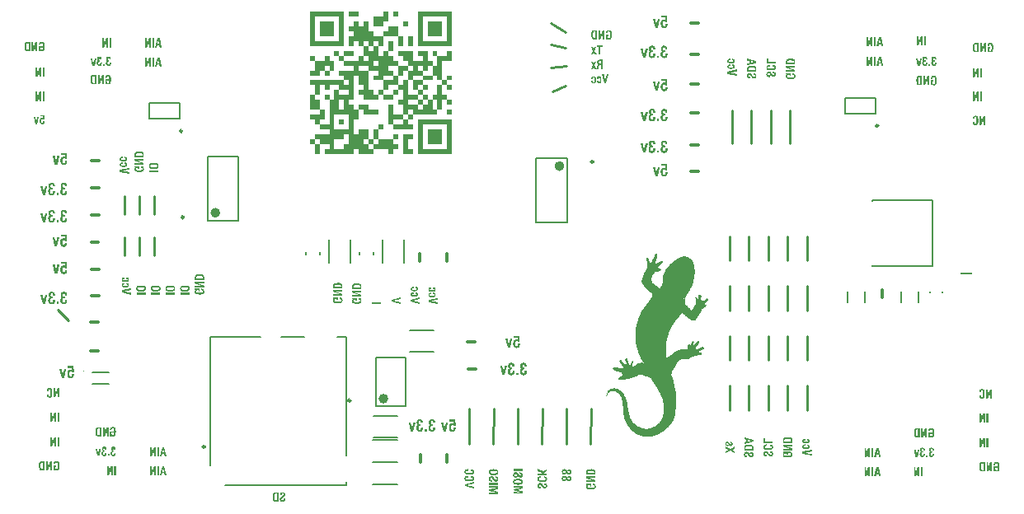
<source format=gbo>
G04*
G04 #@! TF.GenerationSoftware,Altium Limited,Altium Designer,20.2.5 (213)*
G04*
G04 Layer_Color=32896*
%FSLAX44Y44*%
%MOMM*%
G71*
G04*
G04 #@! TF.SameCoordinates,19D5FE96-1F57-4DB1-9F11-37EF29D1C5BE*
G04*
G04*
G04 #@! TF.FilePolarity,Positive*
G04*
G01*
G75*
%ADD10C,0.2500*%
%ADD11C,0.2000*%
%ADD12C,0.5000*%
%ADD15C,0.3000*%
%ADD17C,0.2540*%
%ADD18R,1.2000X0.2000*%
%ADD115C,0.1000*%
G36*
X2374827Y1381674D02*
X2374858D01*
Y1381583D01*
X2374827D01*
Y1381553D01*
X2374858D01*
Y1376837D01*
X2374827D01*
Y1376776D01*
X2374858D01*
Y1376684D01*
X2374827D01*
Y1376654D01*
X2369837D01*
Y1376684D01*
X2369807D01*
Y1381705D01*
X2374827D01*
Y1381674D01*
D02*
G37*
G36*
X2334512D02*
X2334543D01*
Y1376684D01*
X2334512D01*
Y1376654D01*
X2324471D01*
Y1381705D01*
X2334512D01*
Y1381674D01*
D02*
G37*
G36*
X2384898Y1371603D02*
X2384929D01*
Y1366613D01*
X2384898D01*
Y1366583D01*
X2379908D01*
Y1366613D01*
X2379878D01*
Y1371025D01*
Y1371055D01*
Y1371603D01*
X2379908D01*
Y1371634D01*
X2384898D01*
Y1371603D01*
D02*
G37*
G36*
X2364756Y1371634D02*
X2359766D01*
Y1371603D01*
X2359736D01*
Y1366613D01*
X2359705D01*
Y1366583D01*
X2349665D01*
Y1366826D01*
Y1366857D01*
Y1376654D01*
X2359705D01*
Y1376684D01*
X2359736D01*
Y1381705D01*
X2364756D01*
Y1371634D01*
D02*
G37*
G36*
X2344583Y1371603D02*
X2344614D01*
Y1370508D01*
Y1370477D01*
Y1361562D01*
X2344644D01*
Y1361532D01*
X2344705D01*
Y1361562D01*
X2349634D01*
Y1361532D01*
X2349665D01*
Y1356512D01*
X2359736D01*
Y1346440D01*
X2354685D01*
Y1351461D01*
X2349665D01*
Y1346440D01*
X2354685D01*
Y1336369D01*
X2359736D01*
Y1341390D01*
X2364756D01*
Y1336369D01*
X2369776D01*
Y1336339D01*
X2369807D01*
Y1331319D01*
X2374827D01*
Y1331288D01*
X2374858D01*
Y1331197D01*
X2374827D01*
Y1331167D01*
X2374858D01*
Y1326298D01*
X2384929D01*
Y1321247D01*
X2389949D01*
Y1326268D01*
X2389919D01*
Y1326298D01*
X2389858D01*
Y1326268D01*
X2389797D01*
Y1326298D01*
X2384929D01*
Y1331288D01*
X2384898D01*
Y1331319D01*
X2379878D01*
Y1336339D01*
X2379848D01*
Y1336369D01*
X2374858D01*
Y1336400D01*
X2374827D01*
Y1336461D01*
X2374858D01*
Y1341299D01*
X2374827D01*
Y1341359D01*
X2374858D01*
Y1341390D01*
X2389949D01*
Y1331349D01*
X2389980D01*
Y1331319D01*
X2400020D01*
Y1336369D01*
X2395000D01*
Y1341390D01*
X2405071D01*
Y1331319D01*
X2410092D01*
Y1331288D01*
X2410122D01*
Y1326298D01*
X2415051D01*
Y1326268D01*
X2415112D01*
Y1326298D01*
X2415142D01*
Y1336369D01*
X2410122D01*
Y1336400D01*
X2410092D01*
Y1336461D01*
X2410122D01*
Y1337130D01*
Y1337160D01*
Y1341299D01*
X2410092D01*
Y1341359D01*
X2410122D01*
Y1341390D01*
X2415142D01*
Y1336369D01*
X2425213D01*
Y1341390D01*
X2430264D01*
Y1331349D01*
X2430234D01*
Y1331319D01*
X2420193D01*
Y1311176D01*
X2425213D01*
Y1306125D01*
X2430264D01*
Y1303722D01*
Y1303691D01*
Y1301105D01*
X2425213D01*
Y1306125D01*
X2420193D01*
Y1311176D01*
X2415142D01*
Y1316197D01*
X2410122D01*
Y1326268D01*
X2410092D01*
Y1326298D01*
X2405254D01*
Y1326268D01*
X2405193D01*
Y1326298D01*
X2405102D01*
Y1326268D01*
X2405071D01*
Y1321247D01*
X2400020D01*
Y1326268D01*
X2399990D01*
Y1326298D01*
X2399929D01*
Y1326268D01*
X2399868D01*
Y1326298D01*
X2395183D01*
Y1326268D01*
X2395091D01*
Y1326298D01*
X2395030D01*
Y1326268D01*
X2395000D01*
Y1321247D01*
X2400020D01*
Y1316197D01*
X2410122D01*
Y1311207D01*
X2410092D01*
Y1311176D01*
X2400020D01*
Y1316197D01*
X2389949D01*
Y1311176D01*
X2400020D01*
Y1306125D01*
X2405071D01*
Y1301105D01*
X2400020D01*
Y1301714D01*
Y1301744D01*
Y1306125D01*
X2395000D01*
Y1301105D01*
X2400020D01*
Y1300284D01*
Y1300253D01*
Y1296054D01*
X2405071D01*
Y1291004D01*
X2410092D01*
Y1291034D01*
X2410122D01*
Y1295963D01*
X2410092D01*
Y1296024D01*
X2410122D01*
Y1296054D01*
X2415142D01*
Y1306125D01*
X2420193D01*
Y1296054D01*
X2425213D01*
Y1291004D01*
X2430143D01*
Y1291034D01*
X2430234D01*
Y1291004D01*
X2430264D01*
Y1290547D01*
Y1290517D01*
Y1285983D01*
X2425244D01*
Y1286014D01*
X2425213D01*
Y1291004D01*
X2420284D01*
Y1291034D01*
X2420224D01*
Y1291004D01*
X2420193D01*
Y1281267D01*
Y1281237D01*
Y1280963D01*
X2420163D01*
Y1280932D01*
X2415142D01*
Y1291004D01*
X2415112D01*
Y1291034D01*
X2415051D01*
Y1291004D01*
X2410122D01*
Y1281024D01*
X2410092D01*
Y1280993D01*
X2410122D01*
Y1280932D01*
X2415142D01*
Y1275912D01*
X2389949D01*
Y1280932D01*
X2384929D01*
Y1275912D01*
X2389949D01*
Y1270861D01*
X2384929D01*
Y1275912D01*
X2379878D01*
Y1285983D01*
X2374858D01*
Y1286014D01*
X2374827D01*
Y1286075D01*
X2374858D01*
Y1290912D01*
X2374827D01*
Y1290973D01*
X2374858D01*
Y1291004D01*
X2374888D01*
Y1291034D01*
X2374949D01*
Y1291004D01*
X2379726D01*
Y1291034D01*
X2379756D01*
Y1291004D01*
X2379848D01*
Y1291034D01*
X2379878D01*
Y1301075D01*
X2379848D01*
Y1301105D01*
X2374858D01*
Y1306125D01*
X2364787D01*
Y1306095D01*
X2364756D01*
Y1301105D01*
X2359736D01*
Y1311176D01*
X2349665D01*
Y1316197D01*
X2354655D01*
Y1316227D01*
X2354685D01*
Y1321247D01*
X2344614D01*
Y1326268D01*
X2344583D01*
Y1326298D01*
X2344492D01*
Y1326268D01*
X2344431D01*
Y1326298D01*
X2334725D01*
Y1326268D01*
X2334664D01*
Y1326298D01*
X2334573D01*
Y1326268D01*
X2334543D01*
Y1321247D01*
X2344614D01*
Y1301105D01*
X2349634D01*
Y1301075D01*
X2349665D01*
Y1296054D01*
X2354685D01*
Y1291034D01*
X2354655D01*
Y1291004D01*
X2354563D01*
Y1291034D01*
X2354533D01*
Y1291004D01*
X2339624D01*
Y1291034D01*
X2339594D01*
Y1291064D01*
X2339563D01*
Y1295963D01*
X2339594D01*
Y1296024D01*
X2339563D01*
Y1296054D01*
X2334543D01*
Y1301075D01*
X2334573D01*
Y1301105D01*
X2339563D01*
Y1301136D01*
X2339594D01*
Y1301196D01*
X2339563D01*
Y1306034D01*
X2339594D01*
Y1306095D01*
X2339563D01*
Y1306125D01*
X2334543D01*
Y1316197D01*
X2329492D01*
Y1291034D01*
X2329462D01*
Y1291004D01*
X2324563D01*
Y1291034D01*
X2324502D01*
Y1291004D01*
X2324471D01*
Y1285983D01*
X2329492D01*
Y1280963D01*
X2329522D01*
Y1280932D01*
X2334543D01*
Y1270892D01*
X2334512D01*
Y1270861D01*
X2329522D01*
Y1270831D01*
X2329492D01*
Y1255770D01*
X2329522D01*
Y1255739D01*
X2334512D01*
Y1255770D01*
X2334543D01*
Y1260790D01*
X2344614D01*
Y1250719D01*
X2349665D01*
Y1249441D01*
Y1249411D01*
Y1245668D01*
X2354685D01*
Y1250719D01*
X2349665D01*
Y1260790D01*
X2354685D01*
Y1250719D01*
X2369807D01*
Y1245699D01*
X2369837D01*
Y1245668D01*
X2374827D01*
Y1245638D01*
X2374858D01*
Y1245577D01*
X2374827D01*
Y1245516D01*
X2374858D01*
Y1240800D01*
X2374827D01*
Y1240739D01*
X2374858D01*
Y1240678D01*
X2374827D01*
Y1240648D01*
X2369837D01*
Y1240617D01*
X2369807D01*
Y1235628D01*
X2369776D01*
Y1235597D01*
X2364787D01*
Y1235628D01*
X2364756D01*
Y1240648D01*
X2349665D01*
Y1245668D01*
X2344614D01*
Y1250719D01*
X2339594D01*
Y1250689D01*
X2339563D01*
Y1250597D01*
X2339594D01*
Y1250567D01*
X2339563D01*
Y1245820D01*
X2339594D01*
Y1245790D01*
X2339563D01*
Y1245699D01*
X2339594D01*
Y1245668D01*
X2344614D01*
Y1240648D01*
X2349665D01*
Y1235628D01*
X2349634D01*
Y1235597D01*
X2334543D01*
Y1240617D01*
X2334512D01*
Y1240648D01*
X2329522D01*
Y1240617D01*
X2329492D01*
Y1235597D01*
X2299279D01*
Y1240617D01*
X2299309D01*
Y1240648D01*
X2304299D01*
Y1240678D01*
X2304329D01*
Y1240739D01*
X2304299D01*
Y1245577D01*
X2304329D01*
Y1245638D01*
X2304299D01*
Y1245668D01*
X2294228D01*
Y1250719D01*
X2289207D01*
Y1255739D01*
X2289238D01*
Y1255770D01*
X2289299D01*
Y1255739D01*
X2304268D01*
Y1255770D01*
X2304299D01*
Y1255800D01*
X2304329D01*
Y1255831D01*
X2304299D01*
Y1260699D01*
X2304329D01*
Y1260760D01*
X2304299D01*
Y1260790D01*
X2294258D01*
Y1260820D01*
X2294228D01*
Y1265841D01*
X2289207D01*
Y1270861D01*
X2284187D01*
Y1270892D01*
X2284156D01*
Y1275882D01*
X2284187D01*
Y1275912D01*
X2294228D01*
Y1280932D01*
X2284187D01*
Y1280963D01*
X2284156D01*
Y1296054D01*
X2289207D01*
Y1291247D01*
Y1291217D01*
Y1291034D01*
X2289238D01*
Y1291004D01*
X2289329D01*
Y1291034D01*
X2289359D01*
Y1291004D01*
X2294136D01*
Y1291034D01*
X2294197D01*
Y1291004D01*
X2294228D01*
Y1280932D01*
X2299279D01*
Y1270892D01*
X2299248D01*
Y1270861D01*
X2294258D01*
Y1270831D01*
X2294228D01*
Y1265841D01*
X2304299D01*
Y1265871D01*
X2304329D01*
Y1265932D01*
X2304299D01*
Y1274725D01*
Y1274756D01*
Y1291004D01*
X2299431D01*
Y1291034D01*
X2299400D01*
Y1291004D01*
X2299309D01*
Y1291034D01*
X2299279D01*
Y1296054D01*
X2304299D01*
Y1296024D01*
X2304329D01*
Y1295963D01*
X2304299D01*
Y1291034D01*
X2304329D01*
Y1291004D01*
X2309198D01*
Y1291034D01*
X2309228D01*
Y1291004D01*
X2309319D01*
Y1291034D01*
X2309350D01*
Y1301075D01*
X2309380D01*
Y1301105D01*
X2314400D01*
Y1306095D01*
X2314370D01*
Y1306125D01*
X2304329D01*
Y1306095D01*
X2304299D01*
Y1301196D01*
X2304329D01*
Y1301136D01*
X2304299D01*
Y1301105D01*
X2299279D01*
Y1306125D01*
X2294228D01*
Y1296054D01*
X2289207D01*
Y1306125D01*
X2284187D01*
Y1306156D01*
X2284156D01*
Y1311146D01*
X2284187D01*
Y1311176D01*
X2319421D01*
Y1316197D01*
X2314400D01*
Y1316257D01*
X2314370D01*
Y1316288D01*
X2314400D01*
Y1321156D01*
X2314370D01*
Y1321187D01*
X2314400D01*
Y1321247D01*
X2329492D01*
Y1326268D01*
X2329462D01*
Y1326298D01*
X2329401D01*
Y1326268D01*
X2329340D01*
Y1326298D01*
X2319543D01*
Y1326268D01*
X2319451D01*
Y1326298D01*
X2319421D01*
Y1331319D01*
X2314400D01*
Y1331380D01*
X2314370D01*
Y1331410D01*
X2314400D01*
Y1336369D01*
X2309350D01*
Y1341390D01*
X2314370D01*
Y1341359D01*
X2314400D01*
Y1336826D01*
Y1336795D01*
Y1336369D01*
X2319421D01*
Y1331319D01*
X2334512D01*
Y1331349D01*
X2334543D01*
Y1336339D01*
X2334573D01*
Y1336369D01*
X2339563D01*
Y1346440D01*
X2334543D01*
Y1351461D01*
X2329492D01*
Y1346440D01*
X2324471D01*
Y1356512D01*
X2329492D01*
Y1361532D01*
X2329462D01*
Y1361562D01*
X2324563D01*
Y1361532D01*
X2324502D01*
Y1361562D01*
X2324471D01*
Y1366583D01*
X2329492D01*
Y1371603D01*
X2329522D01*
Y1371634D01*
X2334512D01*
Y1371603D01*
X2334543D01*
Y1366583D01*
X2339563D01*
Y1366613D01*
X2339594D01*
Y1366674D01*
X2339563D01*
Y1371481D01*
X2339594D01*
Y1371512D01*
X2339563D01*
Y1371603D01*
X2339594D01*
Y1371634D01*
X2344583D01*
Y1371603D01*
D02*
G37*
G36*
X2374827Y1366552D02*
X2374858D01*
Y1366461D01*
X2374827D01*
Y1366431D01*
X2374858D01*
Y1356512D01*
X2379878D01*
Y1346440D01*
X2374858D01*
Y1346471D01*
X2374827D01*
Y1346532D01*
X2374858D01*
Y1356481D01*
X2374827D01*
Y1356512D01*
X2359736D01*
Y1361532D01*
X2359766D01*
Y1361562D01*
X2364665D01*
Y1361532D01*
X2364726D01*
Y1361562D01*
X2364756D01*
Y1366552D01*
X2364787D01*
Y1366583D01*
X2374827D01*
Y1366552D01*
D02*
G37*
G36*
X2430234Y1381674D02*
X2430264D01*
Y1346440D01*
X2395000D01*
Y1381705D01*
X2430234D01*
Y1381674D01*
D02*
G37*
G36*
X2389949Y1346440D02*
X2384929D01*
Y1352374D01*
Y1352404D01*
Y1356512D01*
X2389949D01*
Y1346440D01*
D02*
G37*
G36*
X2319421D02*
X2284156D01*
Y1381674D01*
X2284187D01*
Y1381705D01*
X2319421D01*
Y1346440D01*
D02*
G37*
G36*
X2369807Y1341420D02*
X2369776D01*
Y1341390D01*
X2364756D01*
Y1348053D01*
Y1348084D01*
Y1351461D01*
X2369807D01*
Y1341420D01*
D02*
G37*
G36*
X2329492Y1336369D02*
X2319421D01*
Y1341390D01*
X2329492D01*
Y1336369D01*
D02*
G37*
G36*
X2304299Y1336308D02*
X2304329D01*
Y1336278D01*
X2304299D01*
Y1334240D01*
Y1334209D01*
Y1331349D01*
X2304329D01*
Y1331319D01*
X2309350D01*
Y1321247D01*
X2304299D01*
Y1326207D01*
X2304329D01*
Y1326237D01*
X2304299D01*
Y1326268D01*
X2304268D01*
Y1326298D01*
X2304207D01*
Y1326268D01*
X2304147D01*
Y1326298D01*
X2299461D01*
Y1326268D01*
X2299400D01*
Y1326298D01*
X2299309D01*
Y1326268D01*
X2299279D01*
Y1321247D01*
X2304299D01*
Y1316288D01*
X2304329D01*
Y1316257D01*
X2304299D01*
Y1316197D01*
X2299309D01*
Y1316227D01*
X2299279D01*
Y1319270D01*
Y1319300D01*
Y1321247D01*
X2294258D01*
Y1321217D01*
X2294228D01*
Y1316227D01*
X2294197D01*
Y1316197D01*
X2284187D01*
Y1316227D01*
X2284156D01*
Y1321217D01*
X2284187D01*
Y1321247D01*
X2289177D01*
Y1321278D01*
X2289207D01*
Y1331319D01*
X2284187D01*
Y1331349D01*
X2284156D01*
Y1336339D01*
X2284187D01*
Y1336369D01*
X2289177D01*
Y1336339D01*
X2289207D01*
Y1334544D01*
Y1334513D01*
Y1331319D01*
X2299248D01*
Y1331349D01*
X2299279D01*
Y1336339D01*
X2299309D01*
Y1336369D01*
X2304299D01*
Y1336308D01*
D02*
G37*
G36*
X2344614Y1321247D02*
D01*
D01*
D01*
D01*
D02*
G37*
G36*
X2430264Y1311176D02*
X2425213D01*
Y1315527D01*
Y1315558D01*
Y1316197D01*
X2430264D01*
Y1311176D01*
D02*
G37*
G36*
X2374858Y1296207D02*
X2374827D01*
Y1296176D01*
X2374858D01*
Y1296085D01*
X2374827D01*
Y1296054D01*
X2369807D01*
Y1301075D01*
X2369837D01*
Y1301105D01*
X2374858D01*
Y1296207D01*
D02*
G37*
G36*
X2359736Y1296054D02*
X2369807D01*
Y1291034D01*
X2369776D01*
Y1291004D01*
X2369685D01*
Y1291034D01*
X2369655D01*
Y1291004D01*
X2359888D01*
Y1291034D01*
X2359857D01*
Y1291004D01*
X2359766D01*
Y1291034D01*
X2359736D01*
Y1296054D01*
X2354685D01*
Y1301075D01*
X2354715D01*
Y1301105D01*
X2359736D01*
Y1296054D01*
D02*
G37*
G36*
X2430264Y1275912D02*
X2425213D01*
Y1280932D01*
X2430264D01*
Y1275912D01*
D02*
G37*
G36*
X2344614Y1280963D02*
X2344644D01*
Y1280932D01*
X2354685D01*
Y1275912D01*
X2339594D01*
Y1275943D01*
X2339563D01*
Y1276034D01*
X2339594D01*
Y1276064D01*
X2339563D01*
Y1280841D01*
X2339594D01*
Y1280902D01*
X2339563D01*
Y1280932D01*
X2334543D01*
Y1285983D01*
X2344614D01*
Y1280963D01*
D02*
G37*
G36*
X2369807Y1275912D02*
X2379878D01*
Y1270861D01*
X2384929D01*
Y1265841D01*
X2389919D01*
Y1265810D01*
X2389949D01*
Y1260790D01*
X2369807D01*
Y1265841D01*
X2364847D01*
Y1265810D01*
X2364817D01*
Y1265841D01*
X2364756D01*
Y1285831D01*
Y1285862D01*
Y1285953D01*
X2364787D01*
Y1285983D01*
X2369807D01*
Y1275912D01*
D02*
G37*
G36*
X2359705Y1265810D02*
X2359736D01*
Y1260820D01*
X2359705D01*
Y1260790D01*
X2354685D01*
Y1265810D01*
X2354715D01*
Y1265841D01*
X2359705D01*
Y1265810D01*
D02*
G37*
G36*
X2389919Y1255739D02*
X2389949D01*
Y1250719D01*
X2384929D01*
Y1240648D01*
X2389949D01*
Y1235597D01*
X2379908D01*
Y1235628D01*
X2379878D01*
Y1255739D01*
X2379939D01*
Y1255770D01*
X2379969D01*
Y1255739D01*
X2389858D01*
Y1255770D01*
X2389919D01*
Y1255739D01*
D02*
G37*
G36*
X2374797D02*
X2374827D01*
Y1255709D01*
X2374858D01*
Y1255648D01*
X2374827D01*
Y1255587D01*
X2374858D01*
Y1250871D01*
X2374827D01*
Y1250841D01*
X2374858D01*
Y1250749D01*
X2374827D01*
Y1250719D01*
X2369807D01*
Y1255739D01*
X2369837D01*
Y1255770D01*
X2369898D01*
Y1255739D01*
X2374736D01*
Y1255770D01*
X2374797D01*
Y1255739D01*
D02*
G37*
G36*
X2430264Y1235628D02*
X2430234D01*
Y1235597D01*
X2395000D01*
Y1242108D01*
Y1242139D01*
Y1270861D01*
X2430264D01*
Y1235628D01*
D02*
G37*
G36*
X2289207Y1245668D02*
X2294228D01*
Y1235597D01*
X2289207D01*
Y1236905D01*
Y1236936D01*
Y1245668D01*
X2284187D01*
Y1245699D01*
X2284156D01*
Y1248437D01*
Y1248467D01*
Y1250689D01*
X2284187D01*
Y1250719D01*
X2289207D01*
Y1245668D01*
D02*
G37*
G36*
X2640861Y1131951D02*
X2641230D01*
Y1131214D01*
X2640861D01*
Y1129373D01*
X2640493D01*
Y1128268D01*
X2640125D01*
Y1126795D01*
X2639756D01*
Y1125690D01*
X2639388D01*
Y1124954D01*
X2639020D01*
Y1123113D01*
X2639388D01*
Y1122744D01*
X2640493D01*
Y1123113D01*
X2641230D01*
Y1123481D01*
X2641966D01*
Y1123849D01*
X2642334D01*
Y1124217D01*
X2643071D01*
Y1124586D01*
X2643807D01*
Y1124954D01*
X2644544D01*
Y1125322D01*
X2645280D01*
Y1125690D01*
X2646385D01*
Y1125322D01*
X2646753D01*
Y1123849D01*
X2646385D01*
Y1123481D01*
X2646017D01*
Y1123113D01*
X2645648D01*
Y1122744D01*
X2645280D01*
Y1122376D01*
X2644912D01*
Y1122008D01*
X2644544D01*
Y1121640D01*
X2644175D01*
Y1121271D01*
X2643807D01*
Y1120903D01*
X2643439D01*
Y1120535D01*
X2643071D01*
Y1120167D01*
X2642334D01*
Y1119430D01*
X2641966D01*
Y1118694D01*
X2642334D01*
Y1118325D01*
X2642703D01*
Y1117957D01*
X2643807D01*
Y1117589D01*
X2644544D01*
Y1117221D01*
X2645280D01*
Y1115748D01*
X2644544D01*
Y1115379D01*
X2643439D01*
Y1115011D01*
X2642334D01*
Y1114643D01*
X2641230D01*
Y1114275D01*
X2639756D01*
Y1113906D01*
X2638652D01*
Y1113538D01*
X2637915D01*
Y1112802D01*
X2637547D01*
Y1112065D01*
X2637179D01*
Y1111697D01*
X2636811D01*
Y1110960D01*
X2636442D01*
Y1110592D01*
X2636074D01*
Y1109856D01*
X2635706D01*
Y1109487D01*
X2635338D01*
Y1108383D01*
X2634969D01*
Y1106910D01*
X2634601D01*
Y1106173D01*
X2634969D01*
Y1104700D01*
X2635338D01*
Y1103964D01*
X2635706D01*
Y1103227D01*
X2636074D01*
Y1102859D01*
X2636442D01*
Y1102491D01*
X2636811D01*
Y1102122D01*
X2637179D01*
Y1101754D01*
X2637547D01*
Y1101386D01*
X2638283D01*
Y1101018D01*
X2638652D01*
Y1100649D01*
X2639388D01*
Y1100281D01*
X2639756D01*
Y1099913D01*
X2640125D01*
Y1099545D01*
X2640861D01*
Y1099176D01*
X2641230D01*
Y1098808D01*
X2641598D01*
Y1098440D01*
X2641966D01*
Y1098072D01*
X2642334D01*
Y1097335D01*
X2642703D01*
Y1096967D01*
X2643071D01*
Y1097335D01*
X2643439D01*
Y1097703D01*
X2643807D01*
Y1098072D01*
X2644175D01*
Y1098440D01*
X2644544D01*
Y1099176D01*
X2644912D01*
Y1099545D01*
X2645280D01*
Y1100281D01*
X2645648D01*
Y1101018D01*
X2646017D01*
Y1102491D01*
X2646385D01*
Y1106910D01*
X2646753D01*
Y1109487D01*
X2647122D01*
Y1110960D01*
X2647490D01*
Y1112065D01*
X2647858D01*
Y1112802D01*
X2648226D01*
Y1113906D01*
X2648594D01*
Y1114643D01*
X2648963D01*
Y1115379D01*
X2649331D01*
Y1115748D01*
X2649699D01*
Y1116484D01*
X2650067D01*
Y1116852D01*
X2650436D01*
Y1117589D01*
X2650804D01*
Y1117957D01*
X2651172D01*
Y1118694D01*
X2651541D01*
Y1119062D01*
X2651909D01*
Y1119430D01*
X2652277D01*
Y1119798D01*
X2652645D01*
Y1120167D01*
X2653014D01*
Y1120535D01*
X2653382D01*
Y1121271D01*
X2653750D01*
Y1121640D01*
X2654118D01*
Y1122008D01*
X2654486D01*
Y1122376D01*
X2654855D01*
Y1122744D01*
X2655591D01*
Y1123113D01*
X2655959D01*
Y1123481D01*
X2656328D01*
Y1123849D01*
X2656696D01*
Y1124217D01*
X2657064D01*
Y1124586D01*
X2657433D01*
Y1124954D01*
X2657801D01*
Y1125322D01*
X2658537D01*
Y1125690D01*
X2658906D01*
Y1126059D01*
X2659274D01*
Y1126427D01*
X2660010D01*
Y1126795D01*
X2660378D01*
Y1127163D01*
X2660747D01*
Y1127532D01*
X2661483D01*
Y1127900D01*
X2662220D01*
Y1128268D01*
X2662956D01*
Y1128636D01*
X2663693D01*
Y1129005D01*
X2664429D01*
Y1129373D01*
X2665534D01*
Y1129741D01*
X2667007D01*
Y1130109D01*
X2670321D01*
Y1129741D01*
X2671794D01*
Y1129373D01*
X2672899D01*
Y1129005D01*
X2673636D01*
Y1128636D01*
X2674004D01*
Y1128268D01*
X2674740D01*
Y1127900D01*
X2675109D01*
Y1127532D01*
X2675477D01*
Y1127163D01*
X2675845D01*
Y1126795D01*
X2676213D01*
Y1126427D01*
X2676581D01*
Y1126059D01*
X2676950D01*
Y1125322D01*
X2677318D01*
Y1124586D01*
X2677686D01*
Y1123849D01*
X2678055D01*
Y1123113D01*
X2678423D01*
Y1122008D01*
X2678791D01*
Y1120167D01*
X2679159D01*
Y1116852D01*
X2679528D01*
Y1112065D01*
X2679159D01*
Y1108751D01*
X2678791D01*
Y1106541D01*
X2678423D01*
Y1105069D01*
X2678055D01*
Y1103596D01*
X2677686D01*
Y1102491D01*
X2677318D01*
Y1101386D01*
X2676950D01*
Y1100281D01*
X2676581D01*
Y1099545D01*
X2676213D01*
Y1098440D01*
X2675845D01*
Y1097703D01*
X2675477D01*
Y1096967D01*
X2675109D01*
Y1096230D01*
X2674740D01*
Y1095494D01*
X2674372D01*
Y1095126D01*
X2674004D01*
Y1094389D01*
X2673636D01*
Y1093653D01*
X2673267D01*
Y1093285D01*
X2672899D01*
Y1092548D01*
X2672531D01*
Y1092180D01*
X2672162D01*
Y1091443D01*
X2671794D01*
Y1091075D01*
X2671426D01*
Y1090339D01*
X2671058D01*
Y1089970D01*
X2670689D01*
Y1089234D01*
X2670321D01*
Y1088497D01*
X2669953D01*
Y1087024D01*
X2669585D01*
Y1081869D01*
X2669953D01*
Y1081132D01*
X2669585D01*
Y1080764D01*
X2669953D01*
Y1080396D01*
X2670689D01*
Y1080027D01*
X2671058D01*
Y1079659D01*
X2671426D01*
Y1079291D01*
X2671794D01*
Y1078923D01*
X2672162D01*
Y1078555D01*
X2672531D01*
Y1078186D01*
X2672899D01*
Y1077818D01*
X2673267D01*
Y1077450D01*
X2673636D01*
Y1077082D01*
X2674004D01*
Y1076713D01*
X2674372D01*
Y1076345D01*
X2674740D01*
Y1075977D01*
X2675109D01*
Y1075240D01*
X2675477D01*
Y1074504D01*
X2675845D01*
Y1074136D01*
X2676213D01*
Y1074872D01*
X2676581D01*
Y1075240D01*
X2676950D01*
Y1075977D01*
X2677318D01*
Y1076345D01*
X2677686D01*
Y1077082D01*
X2678055D01*
Y1077450D01*
X2678423D01*
Y1078186D01*
X2678791D01*
Y1078555D01*
X2679159D01*
Y1079291D01*
X2679528D01*
Y1079659D01*
X2679896D01*
Y1080396D01*
X2680264D01*
Y1080764D01*
X2680632D01*
Y1082237D01*
X2681000D01*
Y1085551D01*
X2680632D01*
Y1086288D01*
X2680264D01*
Y1087024D01*
X2679896D01*
Y1088129D01*
X2681369D01*
Y1087393D01*
X2681737D01*
Y1087024D01*
X2682105D01*
Y1086656D01*
X2682842D01*
Y1087024D01*
X2683210D01*
Y1087393D01*
X2683578D01*
Y1090339D01*
X2683947D01*
Y1090707D01*
X2684683D01*
Y1091075D01*
X2685051D01*
Y1090707D01*
X2685420D01*
Y1090339D01*
X2685788D01*
Y1089602D01*
X2686156D01*
Y1087761D01*
X2685788D01*
Y1085919D01*
X2686156D01*
Y1085183D01*
X2686524D01*
Y1084815D01*
X2686892D01*
Y1084446D01*
X2689102D01*
Y1084815D01*
X2689839D01*
Y1085183D01*
X2690207D01*
Y1085551D01*
X2690575D01*
Y1085919D01*
X2690943D01*
Y1086288D01*
X2691312D01*
Y1086656D01*
X2692048D01*
Y1087024D01*
X2692784D01*
Y1086656D01*
X2693521D01*
Y1085919D01*
X2693889D01*
Y1085551D01*
X2693521D01*
Y1084815D01*
X2693153D01*
Y1084446D01*
X2692784D01*
Y1084078D01*
X2692416D01*
Y1083710D01*
X2692048D01*
Y1083342D01*
X2691680D01*
Y1082973D01*
X2691312D01*
Y1082605D01*
X2690943D01*
Y1082237D01*
X2690575D01*
Y1081869D01*
X2690207D01*
Y1080764D01*
X2691680D01*
Y1079659D01*
X2691312D01*
Y1079291D01*
X2690943D01*
Y1078923D01*
X2690575D01*
Y1078186D01*
X2690207D01*
Y1077818D01*
X2689470D01*
Y1077450D01*
X2689102D01*
Y1077082D01*
X2688734D01*
Y1076713D01*
X2687997D01*
Y1076345D01*
X2687629D01*
Y1075977D01*
X2686892D01*
Y1075609D01*
X2686524D01*
Y1074504D01*
X2686156D01*
Y1073767D01*
X2685788D01*
Y1073031D01*
X2685420D01*
Y1072294D01*
X2685051D01*
Y1071558D01*
X2684683D01*
Y1071189D01*
X2684315D01*
Y1070453D01*
X2683947D01*
Y1069716D01*
X2683578D01*
Y1069348D01*
X2683210D01*
Y1068612D01*
X2682842D01*
Y1068243D01*
X2682473D01*
Y1067507D01*
X2682105D01*
Y1067139D01*
X2681737D01*
Y1066402D01*
X2681369D01*
Y1066034D01*
X2681000D01*
Y1065666D01*
X2680632D01*
Y1064929D01*
X2680264D01*
Y1064561D01*
X2679528D01*
Y1064193D01*
X2676581D01*
Y1064561D01*
X2675477D01*
Y1064929D01*
X2675109D01*
Y1065297D01*
X2674372D01*
Y1065666D01*
X2674004D01*
Y1066034D01*
X2673636D01*
Y1066402D01*
X2672899D01*
Y1066770D01*
X2672531D01*
Y1067139D01*
X2672162D01*
Y1067507D01*
X2671794D01*
Y1067875D01*
X2671426D01*
Y1068243D01*
X2670689D01*
Y1068612D01*
X2670321D01*
Y1068980D01*
X2669953D01*
Y1069348D01*
X2669585D01*
Y1069716D01*
X2669217D01*
Y1070085D01*
X2668848D01*
Y1070453D01*
X2668112D01*
Y1070821D01*
X2667744D01*
Y1071189D01*
X2667375D01*
Y1071558D01*
X2667007D01*
Y1071926D01*
X2666270D01*
Y1071558D01*
X2665902D01*
Y1070821D01*
X2665534D01*
Y1070453D01*
X2665166D01*
Y1070085D01*
X2664797D01*
Y1069716D01*
X2664429D01*
Y1069348D01*
X2664061D01*
Y1068612D01*
X2663693D01*
Y1068243D01*
X2663325D01*
Y1067875D01*
X2662956D01*
Y1067507D01*
X2662588D01*
Y1067139D01*
X2662220D01*
Y1066770D01*
X2661852D01*
Y1066402D01*
X2661483D01*
Y1066034D01*
X2661115D01*
Y1065666D01*
X2660747D01*
Y1064929D01*
X2660378D01*
Y1064561D01*
X2660010D01*
Y1064193D01*
X2659642D01*
Y1063824D01*
X2659274D01*
Y1063088D01*
X2658906D01*
Y1062720D01*
X2658537D01*
Y1061983D01*
X2658169D01*
Y1061615D01*
X2657801D01*
Y1061247D01*
X2657433D01*
Y1060510D01*
X2657064D01*
Y1059774D01*
X2656696D01*
Y1059406D01*
X2656328D01*
Y1058669D01*
X2655959D01*
Y1057933D01*
X2655591D01*
Y1057196D01*
X2655223D01*
Y1056460D01*
X2654855D01*
Y1055723D01*
X2654486D01*
Y1054986D01*
X2654118D01*
Y1054250D01*
X2653750D01*
Y1053145D01*
X2653382D01*
Y1052409D01*
X2653014D01*
Y1051304D01*
X2652645D01*
Y1050199D01*
X2652277D01*
Y1049094D01*
X2651909D01*
Y1047990D01*
X2651541D01*
Y1046517D01*
X2651172D01*
Y1045044D01*
X2650804D01*
Y1042834D01*
X2650436D01*
Y1039888D01*
X2650067D01*
Y1031419D01*
X2650436D01*
Y1026631D01*
X2651909D01*
Y1027000D01*
X2653014D01*
Y1027368D01*
X2653382D01*
Y1027736D01*
X2654118D01*
Y1028104D01*
X2654486D01*
Y1028473D01*
X2655223D01*
Y1028841D01*
X2655591D01*
Y1029209D01*
X2655959D01*
Y1029577D01*
X2656328D01*
Y1029946D01*
X2656696D01*
Y1030314D01*
X2657064D01*
Y1030682D01*
X2657433D01*
Y1031050D01*
X2657801D01*
Y1031419D01*
X2658537D01*
Y1031787D01*
X2658906D01*
Y1032155D01*
X2659642D01*
Y1032523D01*
X2660010D01*
Y1032891D01*
X2661115D01*
Y1033260D01*
X2661852D01*
Y1033628D01*
X2662956D01*
Y1033996D01*
X2664429D01*
Y1034364D01*
X2666270D01*
Y1034733D01*
X2670321D01*
Y1035101D01*
X2671794D01*
Y1035837D01*
X2672162D01*
Y1037310D01*
X2672531D01*
Y1039152D01*
X2672899D01*
Y1039520D01*
X2673267D01*
Y1039888D01*
X2675109D01*
Y1039152D01*
X2675477D01*
Y1039520D01*
X2675845D01*
Y1040257D01*
X2676213D01*
Y1041361D01*
X2676581D01*
Y1042098D01*
X2676950D01*
Y1042466D01*
X2677318D01*
Y1042834D01*
X2678423D01*
Y1042466D01*
X2678791D01*
Y1041730D01*
X2678423D01*
Y1040993D01*
X2678055D01*
Y1040257D01*
X2677686D01*
Y1039520D01*
X2678055D01*
Y1039152D01*
X2678791D01*
Y1039520D01*
X2679528D01*
Y1039888D01*
X2679896D01*
Y1040257D01*
X2680264D01*
Y1040625D01*
X2680632D01*
Y1040993D01*
X2681000D01*
Y1041361D01*
X2681369D01*
Y1041730D01*
X2681737D01*
Y1042098D01*
X2682105D01*
Y1042466D01*
X2682473D01*
Y1042834D01*
X2683210D01*
Y1043203D01*
X2683947D01*
Y1042834D01*
X2684315D01*
Y1041361D01*
X2683947D01*
Y1040625D01*
X2683578D01*
Y1040257D01*
X2683210D01*
Y1039520D01*
X2682842D01*
Y1039152D01*
X2682473D01*
Y1038783D01*
X2682105D01*
Y1038047D01*
X2681737D01*
Y1037679D01*
X2681369D01*
Y1037310D01*
X2681000D01*
Y1036574D01*
X2680632D01*
Y1035101D01*
X2681000D01*
Y1034733D01*
X2682842D01*
Y1035101D01*
X2683578D01*
Y1035469D01*
X2683947D01*
Y1035837D01*
X2684683D01*
Y1036206D01*
X2685420D01*
Y1036574D01*
X2686156D01*
Y1036942D01*
X2686892D01*
Y1037310D01*
X2687997D01*
Y1036942D01*
X2688365D01*
Y1036574D01*
X2688734D01*
Y1035101D01*
X2688365D01*
Y1034733D01*
X2687997D01*
Y1034364D01*
X2687261D01*
Y1033996D01*
X2686524D01*
Y1033628D01*
X2685420D01*
Y1033260D01*
X2684683D01*
Y1032891D01*
X2684315D01*
Y1032523D01*
X2683947D01*
Y1031419D01*
X2684315D01*
Y1031050D01*
X2686892D01*
Y1029577D01*
X2686524D01*
Y1029209D01*
X2685420D01*
Y1028841D01*
X2683947D01*
Y1028473D01*
X2682473D01*
Y1028104D01*
X2680632D01*
Y1027736D01*
X2679159D01*
Y1027368D01*
X2677686D01*
Y1027000D01*
X2676213D01*
Y1026631D01*
X2675477D01*
Y1026263D01*
X2675109D01*
Y1025895D01*
X2674740D01*
Y1025527D01*
X2674372D01*
Y1025158D01*
X2673636D01*
Y1024790D01*
X2672162D01*
Y1024422D01*
X2668480D01*
Y1024790D01*
X2667375D01*
Y1024422D01*
X2665534D01*
Y1024054D01*
X2664797D01*
Y1023685D01*
X2664061D01*
Y1023317D01*
X2663325D01*
Y1022949D01*
X2662956D01*
Y1022581D01*
X2662588D01*
Y1022212D01*
X2662220D01*
Y1021844D01*
X2661852D01*
Y1021108D01*
X2661483D01*
Y1020739D01*
X2661115D01*
Y1020003D01*
X2660747D01*
Y1019266D01*
X2660378D01*
Y1018530D01*
X2660010D01*
Y1017793D01*
X2659642D01*
Y1017057D01*
X2659274D01*
Y1016320D01*
X2658906D01*
Y1015584D01*
X2658537D01*
Y1014847D01*
X2658169D01*
Y1014479D01*
X2657801D01*
Y1013743D01*
X2657433D01*
Y1013374D01*
X2657064D01*
Y1013006D01*
X2656696D01*
Y1012638D01*
X2656328D01*
Y1011901D01*
X2655959D01*
Y1009324D01*
X2655591D01*
Y1007482D01*
X2655959D01*
Y1006378D01*
X2656328D01*
Y1005641D01*
X2656696D01*
Y1004536D01*
X2657064D01*
Y1003063D01*
X2657433D01*
Y1001959D01*
X2657801D01*
Y1000486D01*
X2658169D01*
Y999013D01*
X2658537D01*
Y997171D01*
X2658906D01*
Y995330D01*
X2659274D01*
Y993489D01*
X2659642D01*
Y991279D01*
X2660010D01*
Y988333D01*
X2660378D01*
Y975445D01*
X2660010D01*
Y972867D01*
X2659642D01*
Y969921D01*
X2659274D01*
Y966238D01*
X2658906D01*
Y964765D01*
X2658537D01*
Y963661D01*
X2658169D01*
Y963292D01*
X2657801D01*
Y962188D01*
X2657433D01*
Y961451D01*
X2657064D01*
Y960715D01*
X2656696D01*
Y959978D01*
X2656328D01*
Y959242D01*
X2655959D01*
Y958505D01*
X2655591D01*
Y958137D01*
X2655223D01*
Y957769D01*
X2654855D01*
Y957400D01*
X2654486D01*
Y957032D01*
X2654118D01*
Y956664D01*
X2653750D01*
Y956296D01*
X2653382D01*
Y955927D01*
X2653014D01*
Y955191D01*
X2652645D01*
Y954823D01*
X2652277D01*
Y954454D01*
X2651909D01*
Y954086D01*
X2651172D01*
Y953718D01*
X2650436D01*
Y953350D01*
X2650067D01*
Y952981D01*
X2649699D01*
Y952613D01*
X2649331D01*
Y952245D01*
X2648963D01*
Y951877D01*
X2648594D01*
Y951508D01*
X2648226D01*
Y951140D01*
X2647858D01*
Y950772D01*
X2647490D01*
Y950404D01*
X2646753D01*
Y950035D01*
X2646385D01*
Y949667D01*
X2645648D01*
Y949299D01*
X2645280D01*
Y948931D01*
X2644544D01*
Y948562D01*
X2644175D01*
Y948194D01*
X2643439D01*
Y947826D01*
X2642703D01*
Y947458D01*
X2641966D01*
Y947089D01*
X2641230D01*
Y946721D01*
X2640125D01*
Y946353D01*
X2639388D01*
Y945985D01*
X2637915D01*
Y945616D01*
X2636811D01*
Y945248D01*
X2634969D01*
Y944880D01*
X2626868D01*
Y945248D01*
X2625395D01*
Y945616D01*
X2624290D01*
Y945985D01*
X2623185D01*
Y946353D01*
X2622080D01*
Y946721D01*
X2621344D01*
Y947089D01*
X2620608D01*
Y947458D01*
X2619871D01*
Y947826D01*
X2619135D01*
Y948194D01*
X2618766D01*
Y948562D01*
X2618030D01*
Y948931D01*
X2617661D01*
Y949299D01*
X2616925D01*
Y949667D01*
X2616557D01*
Y950035D01*
X2616188D01*
Y950404D01*
X2615820D01*
Y950772D01*
X2615084D01*
Y951140D01*
X2614716D01*
Y951508D01*
X2614347D01*
Y951877D01*
X2613979D01*
Y952245D01*
X2613611D01*
Y952613D01*
X2613242D01*
Y952981D01*
X2612874D01*
Y953718D01*
X2612506D01*
Y954086D01*
X2612138D01*
Y954454D01*
X2611770D01*
Y954823D01*
X2611401D01*
Y955559D01*
X2611033D01*
Y955927D01*
X2610665D01*
Y956664D01*
X2610297D01*
Y957032D01*
X2609928D01*
Y957769D01*
X2609560D01*
Y958505D01*
X2609192D01*
Y959242D01*
X2608824D01*
Y959978D01*
X2608455D01*
Y961083D01*
X2608087D01*
Y961819D01*
X2607719D01*
Y962924D01*
X2607350D01*
Y964029D01*
X2606982D01*
Y965502D01*
X2606614D01*
Y966975D01*
X2606246D01*
Y969553D01*
X2605878D01*
Y976181D01*
X2605509D01*
Y980232D01*
X2605141D01*
Y982441D01*
X2604773D01*
Y983546D01*
X2604405D01*
Y984651D01*
X2604036D01*
Y985387D01*
X2603668D01*
Y986124D01*
X2603300D01*
Y986860D01*
X2602932D01*
Y987229D01*
X2602563D01*
Y987965D01*
X2602195D01*
Y988333D01*
X2601827D01*
Y988702D01*
X2601459D01*
Y989070D01*
X2601090D01*
Y989438D01*
X2600722D01*
Y989806D01*
X2599986D01*
Y990175D01*
X2599617D01*
Y990543D01*
X2598881D01*
Y990911D01*
X2598144D01*
Y991279D01*
X2596671D01*
Y991648D01*
X2594462D01*
Y991279D01*
X2592989D01*
Y990911D01*
X2592252D01*
Y990543D01*
X2591884D01*
Y990175D01*
X2591147D01*
Y989806D01*
X2590779D01*
Y989438D01*
X2590411D01*
Y988702D01*
X2590043D01*
Y988333D01*
X2589675D01*
Y987229D01*
X2589306D01*
Y985019D01*
X2588938D01*
Y986860D01*
X2588570D01*
Y987597D01*
X2588938D01*
Y989438D01*
X2589306D01*
Y990175D01*
X2589675D01*
Y990911D01*
X2590043D01*
Y991279D01*
X2590411D01*
Y992016D01*
X2590779D01*
Y992384D01*
X2591147D01*
Y992752D01*
X2591884D01*
Y993121D01*
X2592252D01*
Y993489D01*
X2592989D01*
Y993857D01*
X2593725D01*
Y994225D01*
X2595567D01*
Y994594D01*
X2597776D01*
Y994225D01*
X2599617D01*
Y993857D01*
X2600722D01*
Y993489D01*
X2601459D01*
Y993121D01*
X2602195D01*
Y992752D01*
X2602563D01*
Y992384D01*
X2603300D01*
Y992016D01*
X2603668D01*
Y991648D01*
X2604036D01*
Y991279D01*
X2604405D01*
Y990911D01*
X2604773D01*
Y990543D01*
X2605141D01*
Y990175D01*
X2605509D01*
Y989806D01*
X2605878D01*
Y989438D01*
X2606246D01*
Y988702D01*
X2606614D01*
Y988333D01*
X2606982D01*
Y987597D01*
X2607350D01*
Y986860D01*
X2607719D01*
Y986124D01*
X2608087D01*
Y985387D01*
X2608455D01*
Y984283D01*
X2608824D01*
Y983178D01*
X2609192D01*
Y982073D01*
X2609560D01*
Y980600D01*
X2609928D01*
Y979127D01*
X2610297D01*
Y976918D01*
X2610665D01*
Y974708D01*
X2611033D01*
Y972499D01*
X2611401D01*
Y970657D01*
X2611770D01*
Y968816D01*
X2612138D01*
Y967343D01*
X2612506D01*
Y966238D01*
X2612874D01*
Y965134D01*
X2613242D01*
Y964029D01*
X2613611D01*
Y963292D01*
X2613979D01*
Y962556D01*
X2614347D01*
Y961819D01*
X2614716D01*
Y961451D01*
X2615084D01*
Y960715D01*
X2615452D01*
Y960346D01*
X2615820D01*
Y959610D01*
X2616188D01*
Y959242D01*
X2616557D01*
Y958873D01*
X2616925D01*
Y958505D01*
X2617293D01*
Y958137D01*
X2617661D01*
Y957769D01*
X2618030D01*
Y957400D01*
X2618398D01*
Y957032D01*
X2619135D01*
Y956664D01*
X2619503D01*
Y956296D01*
X2619871D01*
Y955927D01*
X2620608D01*
Y955559D01*
X2621344D01*
Y955191D01*
X2622080D01*
Y954823D01*
X2622817D01*
Y954454D01*
X2623553D01*
Y954086D01*
X2624658D01*
Y953718D01*
X2626131D01*
Y953350D01*
X2628341D01*
Y952981D01*
X2631287D01*
Y953350D01*
X2633496D01*
Y953718D01*
X2634969D01*
Y954086D01*
X2636074D01*
Y954454D01*
X2636811D01*
Y954823D01*
X2637547D01*
Y955191D01*
X2638283D01*
Y955559D01*
X2639020D01*
Y955927D01*
X2639756D01*
Y956296D01*
X2640125D01*
Y956664D01*
X2640493D01*
Y957032D01*
X2641230D01*
Y957400D01*
X2641598D01*
Y957769D01*
X2641966D01*
Y958137D01*
X2642334D01*
Y958505D01*
X2642703D01*
Y958873D01*
X2643071D01*
Y959242D01*
X2643439D01*
Y959978D01*
X2643807D01*
Y960346D01*
X2644175D01*
Y960715D01*
X2644544D01*
Y961451D01*
X2644912D01*
Y961819D01*
X2645280D01*
Y962556D01*
X2645648D01*
Y963292D01*
X2646017D01*
Y964397D01*
X2646385D01*
Y965134D01*
X2646753D01*
Y966238D01*
X2647122D01*
Y967711D01*
X2647490D01*
Y969553D01*
X2647858D01*
Y977286D01*
X2647490D01*
Y979495D01*
X2647122D01*
Y981337D01*
X2646753D01*
Y982441D01*
X2646385D01*
Y983546D01*
X2646017D01*
Y984651D01*
X2645648D01*
Y985756D01*
X2645280D01*
Y986492D01*
X2644912D01*
Y987229D01*
X2644544D01*
Y987965D01*
X2644175D01*
Y988702D01*
X2643807D01*
Y989806D01*
X2643439D01*
Y990543D01*
X2643071D01*
Y990911D01*
X2642703D01*
Y991648D01*
X2642334D01*
Y992384D01*
X2641966D01*
Y993121D01*
X2641598D01*
Y993857D01*
X2641230D01*
Y994225D01*
X2640861D01*
Y994962D01*
X2640493D01*
Y995698D01*
X2640125D01*
Y996067D01*
X2639756D01*
Y996803D01*
X2639388D01*
Y997171D01*
X2639020D01*
Y997908D01*
X2638652D01*
Y998276D01*
X2638283D01*
Y999013D01*
X2637915D01*
Y999381D01*
X2637547D01*
Y1000117D01*
X2637179D01*
Y1000854D01*
X2636811D01*
Y1001222D01*
X2636442D01*
Y1001959D01*
X2636074D01*
Y1002327D01*
X2635706D01*
Y1003063D01*
X2635338D01*
Y1003800D01*
X2634969D01*
Y1004168D01*
X2634601D01*
Y1004905D01*
X2634233D01*
Y1005273D01*
X2633128D01*
Y1005641D01*
X2632391D01*
Y1006009D01*
X2631287D01*
Y1006378D01*
X2630182D01*
Y1006746D01*
X2629445D01*
Y1007114D01*
X2628341D01*
Y1007482D01*
X2627236D01*
Y1007851D01*
X2626131D01*
Y1008219D01*
X2624658D01*
Y1008587D01*
X2622817D01*
Y1008219D01*
X2621344D01*
Y1007851D01*
X2620608D01*
Y1007482D01*
X2620239D01*
Y1007114D01*
X2619503D01*
Y1006746D01*
X2618766D01*
Y1006378D01*
X2618030D01*
Y1006009D01*
X2617293D01*
Y1005641D01*
X2615820D01*
Y1005273D01*
X2614716D01*
Y1004905D01*
X2613242D01*
Y1004536D01*
X2610665D01*
Y1004168D01*
X2608455D01*
Y1003800D01*
X2605878D01*
Y1003432D01*
X2603300D01*
Y1003063D01*
X2602932D01*
Y1003432D01*
X2601827D01*
Y1003800D01*
X2601459D01*
Y1004905D01*
X2601827D01*
Y1005641D01*
X2602195D01*
Y1006009D01*
X2602932D01*
Y1006378D01*
X2603668D01*
Y1006746D01*
X2604405D01*
Y1007114D01*
X2604773D01*
Y1007482D01*
X2605141D01*
Y1009692D01*
X2604773D01*
Y1010060D01*
X2604405D01*
Y1010428D01*
X2604036D01*
Y1010797D01*
X2603300D01*
Y1011165D01*
X2602195D01*
Y1011533D01*
X2601090D01*
Y1011901D01*
X2599986D01*
Y1012270D01*
X2598881D01*
Y1012638D01*
X2597776D01*
Y1013006D01*
X2596671D01*
Y1013374D01*
X2595935D01*
Y1013743D01*
X2595567D01*
Y1014111D01*
X2595198D01*
Y1015216D01*
X2595567D01*
Y1015584D01*
X2595935D01*
Y1015952D01*
X2601090D01*
Y1015584D01*
X2602563D01*
Y1015216D01*
X2603668D01*
Y1014847D01*
X2605509D01*
Y1015216D01*
X2605878D01*
Y1016689D01*
X2605509D01*
Y1017425D01*
X2605141D01*
Y1017793D01*
X2604773D01*
Y1018530D01*
X2604405D01*
Y1019266D01*
X2604036D01*
Y1019635D01*
X2603668D01*
Y1020371D01*
X2603300D01*
Y1020739D01*
X2602932D01*
Y1021476D01*
X2602563D01*
Y1022212D01*
X2602195D01*
Y1022949D01*
X2602563D01*
Y1023317D01*
X2604036D01*
Y1022949D01*
X2604405D01*
Y1022581D01*
X2604773D01*
Y1022212D01*
X2605141D01*
Y1021844D01*
X2605509D01*
Y1021476D01*
X2605878D01*
Y1021108D01*
X2606246D01*
Y1020739D01*
X2606614D01*
Y1020371D01*
X2606982D01*
Y1020003D01*
X2607350D01*
Y1019635D01*
X2607719D01*
Y1019266D01*
X2608824D01*
Y1019635D01*
X2609192D01*
Y1021108D01*
X2608824D01*
Y1021844D01*
X2608455D01*
Y1022949D01*
X2608087D01*
Y1024422D01*
X2608455D01*
Y1024790D01*
X2608824D01*
Y1025158D01*
X2609928D01*
Y1024790D01*
X2610297D01*
Y1024422D01*
X2610665D01*
Y1022949D01*
X2611033D01*
Y1021844D01*
X2611401D01*
Y1020739D01*
X2611770D01*
Y1019266D01*
X2612138D01*
Y1018898D01*
X2612506D01*
Y1018530D01*
X2613611D01*
Y1018898D01*
X2613979D01*
Y1020003D01*
X2614347D01*
Y1021108D01*
X2614716D01*
Y1022212D01*
X2615084D01*
Y1022949D01*
X2615820D01*
Y1022581D01*
X2616188D01*
Y1020739D01*
X2615820D01*
Y1016689D01*
X2616557D01*
Y1017057D01*
X2616925D01*
Y1017425D01*
X2617293D01*
Y1017793D01*
X2617661D01*
Y1018162D01*
X2618398D01*
Y1018530D01*
X2618766D01*
Y1018898D01*
X2619503D01*
Y1019266D01*
X2619871D01*
Y1019635D01*
X2620608D01*
Y1020003D01*
X2621712D01*
Y1020371D01*
X2622449D01*
Y1020739D01*
X2624290D01*
Y1021108D01*
X2626500D01*
Y1020739D01*
X2626868D01*
Y1021476D01*
X2626500D01*
Y1021844D01*
X2626131D01*
Y1022212D01*
X2625763D01*
Y1022949D01*
X2625395D01*
Y1023685D01*
X2625027D01*
Y1024054D01*
X2624658D01*
Y1024790D01*
X2624290D01*
Y1025527D01*
X2623922D01*
Y1026263D01*
X2623553D01*
Y1027000D01*
X2623185D01*
Y1027736D01*
X2622817D01*
Y1028473D01*
X2622449D01*
Y1029577D01*
X2622080D01*
Y1030682D01*
X2621712D01*
Y1031419D01*
X2621344D01*
Y1032523D01*
X2620976D01*
Y1033628D01*
X2620608D01*
Y1034733D01*
X2620239D01*
Y1036206D01*
X2619871D01*
Y1038047D01*
X2619503D01*
Y1039520D01*
X2619135D01*
Y1041730D01*
X2618766D01*
Y1045780D01*
X2618398D01*
Y1052040D01*
X2618766D01*
Y1055723D01*
X2619135D01*
Y1057933D01*
X2619503D01*
Y1059774D01*
X2619871D01*
Y1061247D01*
X2620239D01*
Y1062720D01*
X2620608D01*
Y1063824D01*
X2620976D01*
Y1064929D01*
X2621344D01*
Y1066034D01*
X2621712D01*
Y1067139D01*
X2622080D01*
Y1067875D01*
X2622449D01*
Y1068980D01*
X2622817D01*
Y1069716D01*
X2623185D01*
Y1070453D01*
X2623553D01*
Y1071189D01*
X2623922D01*
Y1071926D01*
X2624290D01*
Y1072663D01*
X2624658D01*
Y1073399D01*
X2625027D01*
Y1074136D01*
X2625395D01*
Y1074504D01*
X2625763D01*
Y1075240D01*
X2626131D01*
Y1075977D01*
X2626500D01*
Y1076345D01*
X2626868D01*
Y1077082D01*
X2627236D01*
Y1077450D01*
X2627604D01*
Y1078186D01*
X2627972D01*
Y1078555D01*
X2628341D01*
Y1078923D01*
X2628709D01*
Y1079659D01*
X2629077D01*
Y1080027D01*
X2629445D01*
Y1080396D01*
X2629814D01*
Y1081132D01*
X2630182D01*
Y1081500D01*
X2630550D01*
Y1081869D01*
X2630919D01*
Y1082237D01*
X2631287D01*
Y1082973D01*
X2631655D01*
Y1083342D01*
X2632023D01*
Y1083710D01*
X2632391D01*
Y1084078D01*
X2632760D01*
Y1084815D01*
X2633128D01*
Y1085183D01*
X2633496D01*
Y1085919D01*
X2633864D01*
Y1086288D01*
X2634233D01*
Y1087024D01*
X2634601D01*
Y1087393D01*
X2634969D01*
Y1088129D01*
X2635338D01*
Y1088866D01*
X2635706D01*
Y1089970D01*
X2636074D01*
Y1091443D01*
X2635706D01*
Y1091812D01*
X2635338D01*
Y1092180D01*
X2634969D01*
Y1092548D01*
X2634601D01*
Y1092916D01*
X2633864D01*
Y1093285D01*
X2633496D01*
Y1093653D01*
X2633128D01*
Y1094021D01*
X2632760D01*
Y1094389D01*
X2632391D01*
Y1094757D01*
X2632023D01*
Y1095126D01*
X2631655D01*
Y1095494D01*
X2631287D01*
Y1095862D01*
X2630919D01*
Y1096230D01*
X2630550D01*
Y1096599D01*
X2630182D01*
Y1096967D01*
X2629814D01*
Y1097335D01*
X2629445D01*
Y1097703D01*
X2629077D01*
Y1098072D01*
X2628709D01*
Y1098440D01*
X2628341D01*
Y1098808D01*
X2627972D01*
Y1099176D01*
X2627604D01*
Y1099545D01*
X2627236D01*
Y1099913D01*
X2626868D01*
Y1100649D01*
X2626500D01*
Y1101018D01*
X2626131D01*
Y1101386D01*
X2625763D01*
Y1102122D01*
X2625395D01*
Y1103596D01*
X2625027D01*
Y1106173D01*
X2625395D01*
Y1107646D01*
X2625763D01*
Y1108751D01*
X2626131D01*
Y1109487D01*
X2626500D01*
Y1110592D01*
X2626868D01*
Y1111329D01*
X2627236D01*
Y1112433D01*
X2627604D01*
Y1113170D01*
X2627972D01*
Y1113906D01*
X2628341D01*
Y1114643D01*
X2628709D01*
Y1115379D01*
X2629077D01*
Y1116116D01*
X2629445D01*
Y1116484D01*
X2629814D01*
Y1116852D01*
X2630182D01*
Y1117589D01*
X2630550D01*
Y1119430D01*
X2630919D01*
Y1124217D01*
X2630550D01*
Y1125690D01*
X2630182D01*
Y1127163D01*
X2629814D01*
Y1128268D01*
X2630182D01*
Y1128636D01*
X2631655D01*
Y1128268D01*
X2632023D01*
Y1127532D01*
X2632391D01*
Y1126427D01*
X2632760D01*
Y1125322D01*
X2633128D01*
Y1124586D01*
X2633496D01*
Y1123849D01*
X2633864D01*
Y1123481D01*
X2634233D01*
Y1123849D01*
X2634969D01*
Y1124586D01*
X2635338D01*
Y1125322D01*
X2635706D01*
Y1126059D01*
X2636074D01*
Y1126795D01*
X2636442D01*
Y1127532D01*
X2636811D01*
Y1128268D01*
X2637179D01*
Y1129005D01*
X2637547D01*
Y1129741D01*
X2637915D01*
Y1130478D01*
X2638283D01*
Y1131214D01*
X2638652D01*
Y1131951D01*
X2639020D01*
Y1132319D01*
X2639388D01*
Y1132687D01*
X2640861D01*
Y1131951D01*
D02*
G37*
G36*
X2032113Y1093797D02*
X2032366Y1093758D01*
X2032620Y1093699D01*
X2032854Y1093641D01*
X2033049Y1093582D01*
X2033244Y1093504D01*
X2033420Y1093426D01*
X2033556Y1093348D01*
X2033693Y1093270D01*
X2033790Y1093212D01*
X2033888Y1093153D01*
X2033947Y1093094D01*
X2034005Y1093055D01*
X2034025Y1093036D01*
X2034044Y1093016D01*
X2034200Y1092860D01*
X2034317Y1092685D01*
X2034532Y1092295D01*
X2034668Y1091885D01*
X2034785Y1091495D01*
X2034844Y1091144D01*
X2034863Y1090988D01*
Y1090851D01*
X2034883Y1090734D01*
Y1090656D01*
Y1090598D01*
Y1090578D01*
Y1090442D01*
Y1090363D01*
Y1090305D01*
Y1090285D01*
Y1090188D01*
Y1090149D01*
Y1090129D01*
X2032698D01*
Y1090422D01*
X2032679Y1090734D01*
X2032659Y1091007D01*
X2032620Y1091241D01*
X2032562Y1091436D01*
X2032523Y1091573D01*
X2032484Y1091670D01*
X2032464Y1091729D01*
X2032444Y1091748D01*
X2032328Y1091885D01*
X2032210Y1091982D01*
X2032074Y1092061D01*
X2031937Y1092100D01*
X2031801Y1092139D01*
X2031703Y1092158D01*
X2031606D01*
X2031411Y1092139D01*
X2031235Y1092100D01*
X2031079Y1092041D01*
X2030962Y1091982D01*
X2030884Y1091905D01*
X2030806Y1091846D01*
X2030786Y1091807D01*
X2030767Y1091787D01*
X2030689Y1091631D01*
X2030611Y1091436D01*
X2030552Y1090988D01*
X2030533Y1090793D01*
X2030513Y1090637D01*
Y1090519D01*
Y1090500D01*
Y1090480D01*
X2030533Y1090129D01*
X2030572Y1089837D01*
X2030650Y1089603D01*
X2030728Y1089408D01*
X2030806Y1089271D01*
X2030884Y1089174D01*
X2030923Y1089115D01*
X2030943Y1089096D01*
X2031118Y1088978D01*
X2031352Y1088881D01*
X2031606Y1088822D01*
X2031859Y1088764D01*
X2032093Y1088744D01*
X2032289Y1088725D01*
X2032620D01*
Y1087086D01*
X2032347D01*
X2032230Y1087106D01*
X2031976D01*
X2031625Y1087086D01*
X2031352Y1087047D01*
X2031118Y1086969D01*
X2030923Y1086911D01*
X2030786Y1086833D01*
X2030708Y1086755D01*
X2030650Y1086716D01*
X2030630Y1086696D01*
X2030572Y1086618D01*
X2030513Y1086501D01*
X2030435Y1086267D01*
X2030357Y1085994D01*
X2030318Y1085701D01*
X2030299Y1085448D01*
X2030279Y1085233D01*
Y1085135D01*
Y1085077D01*
Y1085038D01*
Y1085018D01*
X2030299Y1084589D01*
X2030318Y1084219D01*
X2030377Y1083906D01*
X2030416Y1083672D01*
X2030474Y1083477D01*
X2030533Y1083360D01*
X2030552Y1083282D01*
X2030572Y1083263D01*
X2030689Y1083107D01*
X2030845Y1082990D01*
X2031001Y1082892D01*
X2031157Y1082834D01*
X2031313Y1082795D01*
X2031430Y1082775D01*
X2031547D01*
X2031781Y1082795D01*
X2031996Y1082853D01*
X2032152Y1082951D01*
X2032289Y1083048D01*
X2032386Y1083146D01*
X2032464Y1083243D01*
X2032503Y1083302D01*
X2032523Y1083321D01*
X2032562Y1083438D01*
X2032620Y1083575D01*
X2032679Y1083867D01*
X2032737Y1084199D01*
X2032757Y1084511D01*
X2032776Y1084823D01*
X2032796Y1084940D01*
Y1085058D01*
Y1085155D01*
Y1085233D01*
Y1085272D01*
Y1085292D01*
Y1085448D01*
X2035000D01*
Y1085370D01*
Y1085272D01*
Y1085213D01*
Y1085174D01*
Y1085077D01*
Y1084999D01*
Y1084960D01*
Y1084940D01*
X2034980Y1084570D01*
X2034961Y1084238D01*
X2034922Y1083926D01*
X2034863Y1083633D01*
X2034805Y1083360D01*
X2034746Y1083107D01*
X2034668Y1082892D01*
X2034590Y1082697D01*
X2034512Y1082522D01*
X2034434Y1082365D01*
X2034376Y1082248D01*
X2034317Y1082131D01*
X2034259Y1082053D01*
X2034220Y1081995D01*
X2034181Y1081975D01*
Y1081956D01*
X2034005Y1081780D01*
X2033829Y1081644D01*
X2033634Y1081507D01*
X2033420Y1081410D01*
X2032991Y1081234D01*
X2032581Y1081117D01*
X2032191Y1081059D01*
X2032035Y1081039D01*
X2031898Y1081020D01*
X2031762Y1081000D01*
X2031606D01*
X2031274Y1081020D01*
X2030962Y1081039D01*
X2030689Y1081097D01*
X2030416Y1081156D01*
X2030182Y1081234D01*
X2029948Y1081312D01*
X2029753Y1081410D01*
X2029577Y1081507D01*
X2029401Y1081585D01*
X2029265Y1081683D01*
X2029148Y1081761D01*
X2029070Y1081839D01*
X2028992Y1081897D01*
X2028933Y1081956D01*
X2028914Y1081975D01*
X2028894Y1081995D01*
X2028738Y1082190D01*
X2028582Y1082404D01*
X2028367Y1082892D01*
X2028192Y1083380D01*
X2028094Y1083887D01*
X2028055Y1084102D01*
X2028016Y1084316D01*
X2027997Y1084511D01*
Y1084687D01*
X2027977Y1084823D01*
Y1084921D01*
Y1084999D01*
Y1085018D01*
X2027997Y1085467D01*
X2028036Y1085877D01*
X2028114Y1086228D01*
X2028192Y1086501D01*
X2028270Y1086735D01*
X2028348Y1086891D01*
X2028387Y1086989D01*
X2028407Y1087028D01*
X2028582Y1087281D01*
X2028797Y1087476D01*
X2029011Y1087652D01*
X2029226Y1087769D01*
X2029421Y1087867D01*
X2029577Y1087944D01*
X2029675Y1087964D01*
X2029694Y1087983D01*
X2029713D01*
X2029460Y1088081D01*
X2029245Y1088218D01*
X2029070Y1088354D01*
X2028914Y1088510D01*
X2028797Y1088647D01*
X2028699Y1088764D01*
X2028660Y1088842D01*
X2028641Y1088861D01*
X2028524Y1089135D01*
X2028426Y1089427D01*
X2028367Y1089720D01*
X2028309Y1089993D01*
X2028289Y1090227D01*
X2028270Y1090422D01*
Y1090500D01*
Y1090558D01*
Y1090578D01*
Y1090598D01*
Y1090871D01*
X2028309Y1091144D01*
X2028407Y1091612D01*
X2028543Y1092021D01*
X2028699Y1092373D01*
X2028855Y1092626D01*
X2028992Y1092821D01*
X2029089Y1092938D01*
X2029109Y1092977D01*
X2029128D01*
X2029284Y1093133D01*
X2029479Y1093270D01*
X2029850Y1093465D01*
X2030240Y1093621D01*
X2030630Y1093738D01*
X2030981Y1093797D01*
X2031118Y1093816D01*
X2031255D01*
X2031352Y1093836D01*
X2031820D01*
X2032113Y1093797D01*
D02*
G37*
G36*
X2019628D02*
X2019882Y1093758D01*
X2020135Y1093699D01*
X2020370Y1093641D01*
X2020565Y1093582D01*
X2020760Y1093504D01*
X2020935Y1093426D01*
X2021072Y1093348D01*
X2021208Y1093270D01*
X2021306Y1093212D01*
X2021404Y1093153D01*
X2021462Y1093094D01*
X2021521Y1093055D01*
X2021540Y1093036D01*
X2021559Y1093016D01*
X2021716Y1092860D01*
X2021833Y1092685D01*
X2022047Y1092295D01*
X2022184Y1091885D01*
X2022301Y1091495D01*
X2022359Y1091144D01*
X2022379Y1090988D01*
Y1090851D01*
X2022398Y1090734D01*
Y1090656D01*
Y1090598D01*
Y1090578D01*
Y1090442D01*
Y1090363D01*
Y1090305D01*
Y1090285D01*
Y1090188D01*
Y1090149D01*
Y1090129D01*
X2020213D01*
Y1090422D01*
X2020194Y1090734D01*
X2020175Y1091007D01*
X2020135Y1091241D01*
X2020077Y1091436D01*
X2020038Y1091573D01*
X2019999Y1091670D01*
X2019979Y1091729D01*
X2019960Y1091748D01*
X2019843Y1091885D01*
X2019726Y1091982D01*
X2019589Y1092061D01*
X2019453Y1092100D01*
X2019316Y1092139D01*
X2019219Y1092158D01*
X2019121D01*
X2018926Y1092139D01*
X2018750Y1092100D01*
X2018594Y1092041D01*
X2018477Y1091982D01*
X2018399Y1091905D01*
X2018321Y1091846D01*
X2018302Y1091807D01*
X2018282Y1091787D01*
X2018204Y1091631D01*
X2018126Y1091436D01*
X2018068Y1090988D01*
X2018048Y1090793D01*
X2018029Y1090637D01*
Y1090519D01*
Y1090500D01*
Y1090480D01*
X2018048Y1090129D01*
X2018087Y1089837D01*
X2018165Y1089603D01*
X2018243Y1089408D01*
X2018321Y1089271D01*
X2018399Y1089174D01*
X2018438Y1089115D01*
X2018458Y1089096D01*
X2018633Y1088978D01*
X2018867Y1088881D01*
X2019121Y1088822D01*
X2019375Y1088764D01*
X2019609Y1088744D01*
X2019804Y1088725D01*
X2020135D01*
Y1087086D01*
X2019862D01*
X2019745Y1087106D01*
X2019492D01*
X2019141Y1087086D01*
X2018867Y1087047D01*
X2018633Y1086969D01*
X2018438Y1086911D01*
X2018302Y1086833D01*
X2018224Y1086755D01*
X2018165Y1086716D01*
X2018146Y1086696D01*
X2018087Y1086618D01*
X2018029Y1086501D01*
X2017951Y1086267D01*
X2017873Y1085994D01*
X2017834Y1085701D01*
X2017814Y1085448D01*
X2017795Y1085233D01*
Y1085135D01*
Y1085077D01*
Y1085038D01*
Y1085018D01*
X2017814Y1084589D01*
X2017834Y1084219D01*
X2017892Y1083906D01*
X2017931Y1083672D01*
X2017990Y1083477D01*
X2018048Y1083360D01*
X2018068Y1083282D01*
X2018087Y1083263D01*
X2018204Y1083107D01*
X2018360Y1082990D01*
X2018516Y1082892D01*
X2018672Y1082834D01*
X2018828Y1082795D01*
X2018945Y1082775D01*
X2019063D01*
X2019297Y1082795D01*
X2019511Y1082853D01*
X2019667Y1082951D01*
X2019804Y1083048D01*
X2019901Y1083146D01*
X2019979Y1083243D01*
X2020018Y1083302D01*
X2020038Y1083321D01*
X2020077Y1083438D01*
X2020135Y1083575D01*
X2020194Y1083867D01*
X2020253Y1084199D01*
X2020272Y1084511D01*
X2020291Y1084823D01*
X2020311Y1084940D01*
Y1085058D01*
Y1085155D01*
Y1085233D01*
Y1085272D01*
Y1085292D01*
Y1085448D01*
X2022515D01*
Y1085370D01*
Y1085272D01*
Y1085213D01*
Y1085174D01*
Y1085077D01*
Y1084999D01*
Y1084960D01*
Y1084940D01*
X2022496Y1084570D01*
X2022476Y1084238D01*
X2022437Y1083926D01*
X2022379Y1083633D01*
X2022320Y1083360D01*
X2022262Y1083107D01*
X2022184Y1082892D01*
X2022106Y1082697D01*
X2022028Y1082522D01*
X2021950Y1082365D01*
X2021891Y1082248D01*
X2021833Y1082131D01*
X2021774Y1082053D01*
X2021735Y1081995D01*
X2021696Y1081975D01*
Y1081956D01*
X2021521Y1081780D01*
X2021345Y1081644D01*
X2021150Y1081507D01*
X2020935Y1081410D01*
X2020506Y1081234D01*
X2020096Y1081117D01*
X2019706Y1081059D01*
X2019550Y1081039D01*
X2019414Y1081020D01*
X2019277Y1081000D01*
X2019121D01*
X2018790Y1081020D01*
X2018477Y1081039D01*
X2018204Y1081097D01*
X2017931Y1081156D01*
X2017697Y1081234D01*
X2017463Y1081312D01*
X2017268Y1081410D01*
X2017092Y1081507D01*
X2016917Y1081585D01*
X2016780Y1081683D01*
X2016663Y1081761D01*
X2016585Y1081839D01*
X2016507Y1081897D01*
X2016449Y1081956D01*
X2016429Y1081975D01*
X2016410Y1081995D01*
X2016254Y1082190D01*
X2016098Y1082404D01*
X2015883Y1082892D01*
X2015707Y1083380D01*
X2015610Y1083887D01*
X2015571Y1084102D01*
X2015532Y1084316D01*
X2015512Y1084511D01*
Y1084687D01*
X2015493Y1084823D01*
Y1084921D01*
Y1084999D01*
Y1085018D01*
X2015512Y1085467D01*
X2015551Y1085877D01*
X2015629Y1086228D01*
X2015707Y1086501D01*
X2015785Y1086735D01*
X2015863Y1086891D01*
X2015902Y1086989D01*
X2015922Y1087028D01*
X2016098Y1087281D01*
X2016312Y1087476D01*
X2016527Y1087652D01*
X2016741Y1087769D01*
X2016936Y1087867D01*
X2017092Y1087944D01*
X2017190Y1087964D01*
X2017209Y1087983D01*
X2017229D01*
X2016975Y1088081D01*
X2016761Y1088218D01*
X2016585Y1088354D01*
X2016429Y1088510D01*
X2016312Y1088647D01*
X2016214Y1088764D01*
X2016176Y1088842D01*
X2016156Y1088861D01*
X2016039Y1089135D01*
X2015941Y1089427D01*
X2015883Y1089720D01*
X2015824Y1089993D01*
X2015805Y1090227D01*
X2015785Y1090422D01*
Y1090500D01*
Y1090558D01*
Y1090578D01*
Y1090598D01*
Y1090871D01*
X2015824Y1091144D01*
X2015922Y1091612D01*
X2016059Y1092021D01*
X2016214Y1092373D01*
X2016371Y1092626D01*
X2016507Y1092821D01*
X2016605Y1092938D01*
X2016624Y1092977D01*
X2016644D01*
X2016800Y1093133D01*
X2016995Y1093270D01*
X2017366Y1093465D01*
X2017756Y1093621D01*
X2018146Y1093738D01*
X2018497Y1093797D01*
X2018633Y1093816D01*
X2018770D01*
X2018867Y1093836D01*
X2019336D01*
X2019628Y1093797D01*
D02*
G37*
G36*
X2012469Y1081234D02*
X2009816D01*
X2007631Y1090637D01*
X2009914D01*
X2011104Y1083438D01*
X2012352Y1090637D01*
X2014654D01*
X2012469Y1081234D01*
D02*
G37*
G36*
X2026300D02*
X2024193D01*
Y1083477D01*
X2026300D01*
Y1081234D01*
D02*
G37*
G36*
X2034883Y1118067D02*
X2032854D01*
X2032835Y1118242D01*
X2032776Y1118379D01*
X2032718Y1118515D01*
X2032659Y1118613D01*
X2032601Y1118691D01*
X2032542Y1118749D01*
X2032523Y1118789D01*
X2032503Y1118808D01*
X2032386Y1118905D01*
X2032249Y1118984D01*
X2032113Y1119023D01*
X2031996Y1119062D01*
X2031879Y1119081D01*
X2031801Y1119101D01*
X2031723D01*
X2031469Y1119081D01*
X2031255Y1119003D01*
X2031079Y1118905D01*
X2030923Y1118789D01*
X2030806Y1118671D01*
X2030728Y1118574D01*
X2030689Y1118496D01*
X2030669Y1118476D01*
X2030552Y1118223D01*
X2030474Y1117911D01*
X2030416Y1117579D01*
X2030377Y1117267D01*
X2030357Y1116974D01*
X2030338Y1116838D01*
Y1116721D01*
Y1116643D01*
Y1116565D01*
Y1116526D01*
Y1116506D01*
X2030357Y1115979D01*
X2030377Y1115550D01*
X2030435Y1115180D01*
X2030474Y1114887D01*
X2030533Y1114653D01*
X2030591Y1114497D01*
X2030611Y1114399D01*
X2030630Y1114360D01*
X2030747Y1114146D01*
X2030903Y1113990D01*
X2031060Y1113873D01*
X2031216Y1113795D01*
X2031352Y1113756D01*
X2031469Y1113736D01*
X2031547Y1113717D01*
X2031567D01*
X2031801Y1113736D01*
X2031996Y1113795D01*
X2032152Y1113892D01*
X2032289Y1113990D01*
X2032386Y1114087D01*
X2032464Y1114185D01*
X2032503Y1114243D01*
X2032523Y1114263D01*
X2032620Y1114497D01*
X2032698Y1114770D01*
X2032757Y1115043D01*
X2032796Y1115316D01*
X2032815Y1115550D01*
X2032835Y1115765D01*
Y1115843D01*
Y1115901D01*
Y1115921D01*
Y1115940D01*
Y1116272D01*
X2035000D01*
Y1115960D01*
X2034980Y1115589D01*
X2034961Y1115258D01*
X2034922Y1114926D01*
X2034863Y1114633D01*
X2034805Y1114360D01*
X2034746Y1114126D01*
X2034668Y1113892D01*
X2034590Y1113697D01*
X2034512Y1113521D01*
X2034434Y1113365D01*
X2034376Y1113248D01*
X2034317Y1113131D01*
X2034259Y1113053D01*
X2034220Y1112995D01*
X2034181Y1112975D01*
Y1112956D01*
X2034025Y1112780D01*
X2033829Y1112644D01*
X2033634Y1112507D01*
X2033439Y1112410D01*
X2033010Y1112234D01*
X2032601Y1112117D01*
X2032230Y1112058D01*
X2032074Y1112039D01*
X2031918Y1112020D01*
X2031801Y1112000D01*
X2031645D01*
X2031313Y1112020D01*
X2030981Y1112039D01*
X2030689Y1112097D01*
X2030435Y1112176D01*
X2030182Y1112254D01*
X2029948Y1112351D01*
X2029753Y1112449D01*
X2029577Y1112566D01*
X2029421Y1112663D01*
X2029284Y1112761D01*
X2029167Y1112858D01*
X2029070Y1112936D01*
X2029011Y1113014D01*
X2028953Y1113073D01*
X2028914Y1113092D01*
Y1113112D01*
X2028758Y1113326D01*
X2028621Y1113580D01*
X2028524Y1113853D01*
X2028426Y1114146D01*
X2028270Y1114731D01*
X2028153Y1115297D01*
X2028133Y1115570D01*
X2028094Y1115823D01*
X2028075Y1116058D01*
Y1116272D01*
X2028055Y1116428D01*
Y1116565D01*
Y1116643D01*
Y1116662D01*
Y1117033D01*
X2028094Y1117403D01*
X2028133Y1117735D01*
X2028172Y1118028D01*
X2028231Y1118320D01*
X2028309Y1118574D01*
X2028387Y1118808D01*
X2028445Y1119003D01*
X2028524Y1119198D01*
X2028602Y1119354D01*
X2028660Y1119471D01*
X2028738Y1119588D01*
X2028777Y1119666D01*
X2028816Y1119744D01*
X2028855Y1119764D01*
Y1119783D01*
X2029011Y1119978D01*
X2029187Y1120135D01*
X2029362Y1120271D01*
X2029557Y1120388D01*
X2029967Y1120583D01*
X2030338Y1120700D01*
X2030689Y1120778D01*
X2030845Y1120798D01*
X2030981Y1120817D01*
X2031079Y1120837D01*
X2031430D01*
X2031625Y1120817D01*
X2031801Y1120778D01*
X2031937Y1120759D01*
X2032054Y1120720D01*
X2032132Y1120681D01*
X2032191Y1120661D01*
X2032210D01*
X2032484Y1120505D01*
X2032718Y1120330D01*
X2032815Y1120251D01*
X2032893Y1120193D01*
X2032932Y1120154D01*
X2032952Y1120135D01*
X2032835Y1122631D01*
X2028621D01*
Y1124641D01*
X2034551D01*
X2034883Y1118067D01*
D02*
G37*
G36*
X2024934Y1112254D02*
X2022281D01*
X2020096Y1121656D01*
X2022379D01*
X2023569Y1114458D01*
X2024817Y1121656D01*
X2027119D01*
X2024934Y1112254D01*
D02*
G37*
G36*
X2032113Y1205797D02*
X2032366Y1205758D01*
X2032620Y1205699D01*
X2032854Y1205641D01*
X2033049Y1205582D01*
X2033244Y1205504D01*
X2033420Y1205426D01*
X2033557Y1205348D01*
X2033693Y1205270D01*
X2033790Y1205211D01*
X2033888Y1205153D01*
X2033947Y1205095D01*
X2034005Y1205055D01*
X2034025Y1205036D01*
X2034044Y1205016D01*
X2034200Y1204860D01*
X2034317Y1204685D01*
X2034532Y1204295D01*
X2034668Y1203885D01*
X2034785Y1203495D01*
X2034844Y1203144D01*
X2034863Y1202988D01*
Y1202851D01*
X2034883Y1202734D01*
Y1202656D01*
Y1202598D01*
Y1202578D01*
Y1202441D01*
Y1202364D01*
Y1202305D01*
Y1202285D01*
Y1202188D01*
Y1202149D01*
Y1202129D01*
X2032698D01*
Y1202422D01*
X2032679Y1202734D01*
X2032659Y1203007D01*
X2032620Y1203241D01*
X2032562Y1203436D01*
X2032523Y1203573D01*
X2032484Y1203670D01*
X2032464Y1203729D01*
X2032445Y1203748D01*
X2032328Y1203885D01*
X2032211Y1203983D01*
X2032074Y1204061D01*
X2031937Y1204100D01*
X2031801Y1204139D01*
X2031703Y1204158D01*
X2031606D01*
X2031411Y1204139D01*
X2031235Y1204100D01*
X2031079Y1204041D01*
X2030962Y1203983D01*
X2030884Y1203904D01*
X2030806Y1203846D01*
X2030786Y1203807D01*
X2030767Y1203788D01*
X2030689Y1203631D01*
X2030611Y1203436D01*
X2030552Y1202988D01*
X2030533Y1202793D01*
X2030513Y1202637D01*
Y1202520D01*
Y1202500D01*
Y1202480D01*
X2030533Y1202129D01*
X2030572Y1201837D01*
X2030650Y1201603D01*
X2030728Y1201408D01*
X2030806Y1201271D01*
X2030884Y1201173D01*
X2030923Y1201115D01*
X2030943Y1201096D01*
X2031118Y1200978D01*
X2031352Y1200881D01*
X2031606Y1200822D01*
X2031859Y1200764D01*
X2032093Y1200744D01*
X2032289Y1200725D01*
X2032620D01*
Y1199086D01*
X2032347D01*
X2032230Y1199106D01*
X2031976D01*
X2031625Y1199086D01*
X2031352Y1199047D01*
X2031118Y1198969D01*
X2030923Y1198911D01*
X2030786Y1198833D01*
X2030708Y1198755D01*
X2030650Y1198716D01*
X2030630Y1198696D01*
X2030572Y1198618D01*
X2030513Y1198501D01*
X2030435Y1198267D01*
X2030357Y1197994D01*
X2030318Y1197701D01*
X2030299Y1197448D01*
X2030279Y1197233D01*
Y1197135D01*
Y1197077D01*
Y1197038D01*
Y1197019D01*
X2030299Y1196589D01*
X2030318Y1196219D01*
X2030377Y1195907D01*
X2030416Y1195673D01*
X2030474Y1195477D01*
X2030533Y1195360D01*
X2030552Y1195282D01*
X2030572Y1195263D01*
X2030689Y1195107D01*
X2030845Y1194990D01*
X2031001Y1194892D01*
X2031157Y1194834D01*
X2031313Y1194795D01*
X2031430Y1194775D01*
X2031547D01*
X2031781Y1194795D01*
X2031996Y1194853D01*
X2032152Y1194951D01*
X2032289Y1195048D01*
X2032386Y1195146D01*
X2032464Y1195243D01*
X2032503Y1195302D01*
X2032523Y1195321D01*
X2032562Y1195438D01*
X2032620Y1195575D01*
X2032679Y1195868D01*
X2032737Y1196199D01*
X2032757Y1196511D01*
X2032776Y1196823D01*
X2032796Y1196941D01*
Y1197057D01*
Y1197155D01*
Y1197233D01*
Y1197272D01*
Y1197292D01*
Y1197448D01*
X2035000D01*
Y1197370D01*
Y1197272D01*
Y1197214D01*
Y1197175D01*
Y1197077D01*
Y1196999D01*
Y1196960D01*
Y1196941D01*
X2034980Y1196570D01*
X2034961Y1196238D01*
X2034922Y1195926D01*
X2034863Y1195633D01*
X2034805Y1195360D01*
X2034746Y1195107D01*
X2034668Y1194892D01*
X2034590Y1194697D01*
X2034512Y1194522D01*
X2034434Y1194365D01*
X2034376Y1194249D01*
X2034317Y1194131D01*
X2034259Y1194053D01*
X2034220Y1193995D01*
X2034181Y1193975D01*
Y1193956D01*
X2034005Y1193780D01*
X2033830Y1193644D01*
X2033634Y1193507D01*
X2033420Y1193410D01*
X2032991Y1193234D01*
X2032581Y1193117D01*
X2032191Y1193058D01*
X2032035Y1193039D01*
X2031898Y1193019D01*
X2031762Y1193000D01*
X2031606D01*
X2031274Y1193019D01*
X2030962Y1193039D01*
X2030689Y1193098D01*
X2030416Y1193156D01*
X2030182Y1193234D01*
X2029948Y1193312D01*
X2029753Y1193410D01*
X2029577Y1193507D01*
X2029401Y1193585D01*
X2029265Y1193683D01*
X2029148Y1193761D01*
X2029070Y1193839D01*
X2028992Y1193897D01*
X2028933Y1193956D01*
X2028914Y1193975D01*
X2028894Y1193995D01*
X2028738Y1194190D01*
X2028582Y1194405D01*
X2028367Y1194892D01*
X2028192Y1195380D01*
X2028094Y1195887D01*
X2028055Y1196102D01*
X2028016Y1196316D01*
X2027997Y1196511D01*
Y1196687D01*
X2027977Y1196823D01*
Y1196921D01*
Y1196999D01*
Y1197019D01*
X2027997Y1197467D01*
X2028036Y1197877D01*
X2028114Y1198228D01*
X2028192Y1198501D01*
X2028270Y1198735D01*
X2028348Y1198891D01*
X2028387Y1198989D01*
X2028407Y1199028D01*
X2028582Y1199281D01*
X2028797Y1199476D01*
X2029011Y1199652D01*
X2029226Y1199769D01*
X2029421Y1199866D01*
X2029577Y1199945D01*
X2029675Y1199964D01*
X2029694Y1199984D01*
X2029713D01*
X2029460Y1200081D01*
X2029245Y1200218D01*
X2029070Y1200354D01*
X2028914Y1200510D01*
X2028797Y1200647D01*
X2028699Y1200764D01*
X2028660Y1200842D01*
X2028641Y1200861D01*
X2028524Y1201134D01*
X2028426Y1201427D01*
X2028367Y1201720D01*
X2028309Y1201993D01*
X2028289Y1202227D01*
X2028270Y1202422D01*
Y1202500D01*
Y1202559D01*
Y1202578D01*
Y1202598D01*
Y1202871D01*
X2028309Y1203144D01*
X2028407Y1203612D01*
X2028543Y1204022D01*
X2028699Y1204373D01*
X2028855Y1204626D01*
X2028992Y1204821D01*
X2029089Y1204938D01*
X2029109Y1204977D01*
X2029128D01*
X2029284Y1205134D01*
X2029480Y1205270D01*
X2029850Y1205465D01*
X2030240Y1205621D01*
X2030630Y1205738D01*
X2030981Y1205797D01*
X2031118Y1205816D01*
X2031255D01*
X2031352Y1205836D01*
X2031820D01*
X2032113Y1205797D01*
D02*
G37*
G36*
X2019628D02*
X2019882Y1205758D01*
X2020135Y1205699D01*
X2020370Y1205641D01*
X2020565Y1205582D01*
X2020760Y1205504D01*
X2020935Y1205426D01*
X2021072Y1205348D01*
X2021208Y1205270D01*
X2021306Y1205211D01*
X2021404Y1205153D01*
X2021462Y1205095D01*
X2021521Y1205055D01*
X2021540Y1205036D01*
X2021559Y1205016D01*
X2021716Y1204860D01*
X2021833Y1204685D01*
X2022047Y1204295D01*
X2022184Y1203885D01*
X2022301Y1203495D01*
X2022359Y1203144D01*
X2022379Y1202988D01*
Y1202851D01*
X2022398Y1202734D01*
Y1202656D01*
Y1202598D01*
Y1202578D01*
Y1202441D01*
Y1202364D01*
Y1202305D01*
Y1202285D01*
Y1202188D01*
Y1202149D01*
Y1202129D01*
X2020213D01*
Y1202422D01*
X2020194Y1202734D01*
X2020175Y1203007D01*
X2020135Y1203241D01*
X2020077Y1203436D01*
X2020038Y1203573D01*
X2019999Y1203670D01*
X2019979Y1203729D01*
X2019960Y1203748D01*
X2019843Y1203885D01*
X2019726Y1203983D01*
X2019589Y1204061D01*
X2019453Y1204100D01*
X2019316Y1204139D01*
X2019219Y1204158D01*
X2019121D01*
X2018926Y1204139D01*
X2018750Y1204100D01*
X2018594Y1204041D01*
X2018477Y1203983D01*
X2018399Y1203904D01*
X2018321Y1203846D01*
X2018302Y1203807D01*
X2018282Y1203788D01*
X2018204Y1203631D01*
X2018126Y1203436D01*
X2018068Y1202988D01*
X2018048Y1202793D01*
X2018029Y1202637D01*
Y1202520D01*
Y1202500D01*
Y1202480D01*
X2018048Y1202129D01*
X2018087Y1201837D01*
X2018165Y1201603D01*
X2018243Y1201408D01*
X2018321Y1201271D01*
X2018399Y1201173D01*
X2018438Y1201115D01*
X2018458Y1201096D01*
X2018634Y1200978D01*
X2018867Y1200881D01*
X2019121Y1200822D01*
X2019375Y1200764D01*
X2019609Y1200744D01*
X2019804Y1200725D01*
X2020135D01*
Y1199086D01*
X2019862D01*
X2019745Y1199106D01*
X2019492D01*
X2019141Y1199086D01*
X2018867Y1199047D01*
X2018634Y1198969D01*
X2018438Y1198911D01*
X2018302Y1198833D01*
X2018224Y1198755D01*
X2018165Y1198716D01*
X2018146Y1198696D01*
X2018087Y1198618D01*
X2018029Y1198501D01*
X2017951Y1198267D01*
X2017873Y1197994D01*
X2017834Y1197701D01*
X2017814Y1197448D01*
X2017795Y1197233D01*
Y1197135D01*
Y1197077D01*
Y1197038D01*
Y1197019D01*
X2017814Y1196589D01*
X2017834Y1196219D01*
X2017892Y1195907D01*
X2017931Y1195673D01*
X2017990Y1195477D01*
X2018048Y1195360D01*
X2018068Y1195282D01*
X2018087Y1195263D01*
X2018204Y1195107D01*
X2018360Y1194990D01*
X2018516Y1194892D01*
X2018672Y1194834D01*
X2018828Y1194795D01*
X2018946Y1194775D01*
X2019063D01*
X2019297Y1194795D01*
X2019511Y1194853D01*
X2019667Y1194951D01*
X2019804Y1195048D01*
X2019901Y1195146D01*
X2019979Y1195243D01*
X2020018Y1195302D01*
X2020038Y1195321D01*
X2020077Y1195438D01*
X2020135Y1195575D01*
X2020194Y1195868D01*
X2020253Y1196199D01*
X2020272Y1196511D01*
X2020292Y1196823D01*
X2020311Y1196941D01*
Y1197057D01*
Y1197155D01*
Y1197233D01*
Y1197272D01*
Y1197292D01*
Y1197448D01*
X2022515D01*
Y1197370D01*
Y1197272D01*
Y1197214D01*
Y1197175D01*
Y1197077D01*
Y1196999D01*
Y1196960D01*
Y1196941D01*
X2022496Y1196570D01*
X2022476Y1196238D01*
X2022437Y1195926D01*
X2022379Y1195633D01*
X2022320Y1195360D01*
X2022262Y1195107D01*
X2022184Y1194892D01*
X2022106Y1194697D01*
X2022028Y1194522D01*
X2021950Y1194365D01*
X2021891Y1194249D01*
X2021833Y1194131D01*
X2021774Y1194053D01*
X2021735Y1193995D01*
X2021696Y1193975D01*
Y1193956D01*
X2021521Y1193780D01*
X2021345Y1193644D01*
X2021150Y1193507D01*
X2020935Y1193410D01*
X2020506Y1193234D01*
X2020096Y1193117D01*
X2019706Y1193058D01*
X2019550Y1193039D01*
X2019414Y1193019D01*
X2019277Y1193000D01*
X2019121D01*
X2018790Y1193019D01*
X2018477Y1193039D01*
X2018204Y1193098D01*
X2017931Y1193156D01*
X2017697Y1193234D01*
X2017463Y1193312D01*
X2017268Y1193410D01*
X2017092Y1193507D01*
X2016917Y1193585D01*
X2016780Y1193683D01*
X2016663Y1193761D01*
X2016585Y1193839D01*
X2016507Y1193897D01*
X2016449Y1193956D01*
X2016429Y1193975D01*
X2016410Y1193995D01*
X2016254Y1194190D01*
X2016098Y1194405D01*
X2015883Y1194892D01*
X2015707Y1195380D01*
X2015610Y1195887D01*
X2015571Y1196102D01*
X2015532Y1196316D01*
X2015512Y1196511D01*
Y1196687D01*
X2015493Y1196823D01*
Y1196921D01*
Y1196999D01*
Y1197019D01*
X2015512Y1197467D01*
X2015551Y1197877D01*
X2015629Y1198228D01*
X2015707Y1198501D01*
X2015785Y1198735D01*
X2015863Y1198891D01*
X2015902Y1198989D01*
X2015922Y1199028D01*
X2016098Y1199281D01*
X2016312Y1199476D01*
X2016527Y1199652D01*
X2016741Y1199769D01*
X2016936Y1199866D01*
X2017092Y1199945D01*
X2017190Y1199964D01*
X2017209Y1199984D01*
X2017229D01*
X2016975Y1200081D01*
X2016761Y1200218D01*
X2016585Y1200354D01*
X2016429Y1200510D01*
X2016312Y1200647D01*
X2016215Y1200764D01*
X2016176Y1200842D01*
X2016156Y1200861D01*
X2016039Y1201134D01*
X2015941Y1201427D01*
X2015883Y1201720D01*
X2015824Y1201993D01*
X2015805Y1202227D01*
X2015785Y1202422D01*
Y1202500D01*
Y1202559D01*
Y1202578D01*
Y1202598D01*
Y1202871D01*
X2015824Y1203144D01*
X2015922Y1203612D01*
X2016059Y1204022D01*
X2016215Y1204373D01*
X2016371Y1204626D01*
X2016507Y1204821D01*
X2016605Y1204938D01*
X2016624Y1204977D01*
X2016644D01*
X2016800Y1205134D01*
X2016995Y1205270D01*
X2017366Y1205465D01*
X2017756Y1205621D01*
X2018146Y1205738D01*
X2018497Y1205797D01*
X2018634Y1205816D01*
X2018770D01*
X2018867Y1205836D01*
X2019336D01*
X2019628Y1205797D01*
D02*
G37*
G36*
X2012469Y1193234D02*
X2009816D01*
X2007631Y1202637D01*
X2009914D01*
X2011104Y1195438D01*
X2012352Y1202637D01*
X2014654D01*
X2012469Y1193234D01*
D02*
G37*
G36*
X2026300D02*
X2024193D01*
Y1195477D01*
X2026300D01*
Y1193234D01*
D02*
G37*
G36*
X2032113Y1177797D02*
X2032366Y1177758D01*
X2032620Y1177699D01*
X2032854Y1177641D01*
X2033049Y1177582D01*
X2033244Y1177504D01*
X2033420Y1177426D01*
X2033557Y1177348D01*
X2033693Y1177270D01*
X2033790Y1177212D01*
X2033888Y1177153D01*
X2033947Y1177094D01*
X2034005Y1177056D01*
X2034025Y1177036D01*
X2034044Y1177016D01*
X2034200Y1176860D01*
X2034317Y1176685D01*
X2034532Y1176295D01*
X2034668Y1175885D01*
X2034785Y1175495D01*
X2034844Y1175144D01*
X2034863Y1174988D01*
Y1174851D01*
X2034883Y1174734D01*
Y1174656D01*
Y1174597D01*
Y1174578D01*
Y1174442D01*
Y1174363D01*
Y1174305D01*
Y1174285D01*
Y1174188D01*
Y1174149D01*
Y1174129D01*
X2032698D01*
Y1174422D01*
X2032679Y1174734D01*
X2032659Y1175007D01*
X2032620Y1175241D01*
X2032562Y1175436D01*
X2032523Y1175573D01*
X2032484Y1175670D01*
X2032464Y1175729D01*
X2032445Y1175749D01*
X2032328Y1175885D01*
X2032211Y1175983D01*
X2032074Y1176061D01*
X2031937Y1176100D01*
X2031801Y1176139D01*
X2031703Y1176158D01*
X2031606D01*
X2031411Y1176139D01*
X2031235Y1176100D01*
X2031079Y1176041D01*
X2030962Y1175983D01*
X2030884Y1175904D01*
X2030806Y1175846D01*
X2030786Y1175807D01*
X2030767Y1175788D01*
X2030689Y1175631D01*
X2030611Y1175436D01*
X2030552Y1174988D01*
X2030533Y1174793D01*
X2030513Y1174637D01*
Y1174520D01*
Y1174500D01*
Y1174481D01*
X2030533Y1174129D01*
X2030572Y1173837D01*
X2030650Y1173603D01*
X2030728Y1173408D01*
X2030806Y1173271D01*
X2030884Y1173174D01*
X2030923Y1173115D01*
X2030943Y1173095D01*
X2031118Y1172979D01*
X2031352Y1172881D01*
X2031606Y1172822D01*
X2031859Y1172764D01*
X2032093Y1172744D01*
X2032289Y1172725D01*
X2032620D01*
Y1171086D01*
X2032347D01*
X2032230Y1171106D01*
X2031976D01*
X2031625Y1171086D01*
X2031352Y1171047D01*
X2031118Y1170969D01*
X2030923Y1170911D01*
X2030786Y1170833D01*
X2030708Y1170755D01*
X2030650Y1170716D01*
X2030630Y1170696D01*
X2030572Y1170618D01*
X2030513Y1170501D01*
X2030435Y1170267D01*
X2030357Y1169994D01*
X2030318Y1169701D01*
X2030299Y1169448D01*
X2030279Y1169233D01*
Y1169136D01*
Y1169077D01*
Y1169038D01*
Y1169018D01*
X2030299Y1168589D01*
X2030318Y1168219D01*
X2030377Y1167907D01*
X2030416Y1167673D01*
X2030474Y1167477D01*
X2030533Y1167360D01*
X2030552Y1167282D01*
X2030572Y1167263D01*
X2030689Y1167107D01*
X2030845Y1166990D01*
X2031001Y1166892D01*
X2031157Y1166834D01*
X2031313Y1166795D01*
X2031430Y1166775D01*
X2031547D01*
X2031781Y1166795D01*
X2031996Y1166853D01*
X2032152Y1166951D01*
X2032289Y1167048D01*
X2032386Y1167146D01*
X2032464Y1167243D01*
X2032503Y1167302D01*
X2032523Y1167321D01*
X2032562Y1167438D01*
X2032620Y1167575D01*
X2032679Y1167868D01*
X2032737Y1168199D01*
X2032757Y1168511D01*
X2032776Y1168823D01*
X2032796Y1168941D01*
Y1169057D01*
Y1169155D01*
Y1169233D01*
Y1169272D01*
Y1169292D01*
Y1169448D01*
X2035000D01*
Y1169370D01*
Y1169272D01*
Y1169214D01*
Y1169174D01*
Y1169077D01*
Y1168999D01*
Y1168960D01*
Y1168941D01*
X2034980Y1168570D01*
X2034961Y1168238D01*
X2034922Y1167926D01*
X2034863Y1167634D01*
X2034805Y1167360D01*
X2034746Y1167107D01*
X2034668Y1166892D01*
X2034590Y1166697D01*
X2034512Y1166522D01*
X2034434Y1166366D01*
X2034376Y1166248D01*
X2034317Y1166131D01*
X2034259Y1166053D01*
X2034220Y1165995D01*
X2034181Y1165975D01*
Y1165956D01*
X2034005Y1165780D01*
X2033830Y1165644D01*
X2033634Y1165507D01*
X2033420Y1165410D01*
X2032991Y1165234D01*
X2032581Y1165117D01*
X2032191Y1165059D01*
X2032035Y1165039D01*
X2031898Y1165020D01*
X2031762Y1165000D01*
X2031606D01*
X2031274Y1165020D01*
X2030962Y1165039D01*
X2030689Y1165098D01*
X2030416Y1165156D01*
X2030182Y1165234D01*
X2029948Y1165312D01*
X2029753Y1165410D01*
X2029577Y1165507D01*
X2029401Y1165585D01*
X2029265Y1165683D01*
X2029148Y1165761D01*
X2029070Y1165839D01*
X2028992Y1165897D01*
X2028933Y1165956D01*
X2028914Y1165975D01*
X2028894Y1165995D01*
X2028738Y1166190D01*
X2028582Y1166404D01*
X2028367Y1166892D01*
X2028192Y1167380D01*
X2028094Y1167887D01*
X2028055Y1168102D01*
X2028016Y1168316D01*
X2027997Y1168511D01*
Y1168687D01*
X2027977Y1168823D01*
Y1168921D01*
Y1168999D01*
Y1169018D01*
X2027997Y1169467D01*
X2028036Y1169877D01*
X2028114Y1170228D01*
X2028192Y1170501D01*
X2028270Y1170735D01*
X2028348Y1170891D01*
X2028387Y1170989D01*
X2028407Y1171028D01*
X2028582Y1171281D01*
X2028797Y1171476D01*
X2029011Y1171652D01*
X2029226Y1171769D01*
X2029421Y1171867D01*
X2029577Y1171945D01*
X2029675Y1171964D01*
X2029694Y1171984D01*
X2029713D01*
X2029460Y1172081D01*
X2029245Y1172218D01*
X2029070Y1172354D01*
X2028914Y1172510D01*
X2028797Y1172647D01*
X2028699Y1172764D01*
X2028660Y1172842D01*
X2028641Y1172861D01*
X2028524Y1173135D01*
X2028426Y1173427D01*
X2028367Y1173720D01*
X2028309Y1173993D01*
X2028289Y1174227D01*
X2028270Y1174422D01*
Y1174500D01*
Y1174558D01*
Y1174578D01*
Y1174597D01*
Y1174871D01*
X2028309Y1175144D01*
X2028407Y1175612D01*
X2028543Y1176022D01*
X2028699Y1176373D01*
X2028855Y1176626D01*
X2028992Y1176821D01*
X2029089Y1176938D01*
X2029109Y1176977D01*
X2029128D01*
X2029284Y1177133D01*
X2029480Y1177270D01*
X2029850Y1177465D01*
X2030240Y1177621D01*
X2030630Y1177738D01*
X2030981Y1177797D01*
X2031118Y1177816D01*
X2031255D01*
X2031352Y1177836D01*
X2031820D01*
X2032113Y1177797D01*
D02*
G37*
G36*
X2019628D02*
X2019882Y1177758D01*
X2020135Y1177699D01*
X2020370Y1177641D01*
X2020565Y1177582D01*
X2020760Y1177504D01*
X2020935Y1177426D01*
X2021072Y1177348D01*
X2021208Y1177270D01*
X2021306Y1177212D01*
X2021404Y1177153D01*
X2021462Y1177094D01*
X2021521Y1177056D01*
X2021540Y1177036D01*
X2021559Y1177016D01*
X2021716Y1176860D01*
X2021833Y1176685D01*
X2022047Y1176295D01*
X2022184Y1175885D01*
X2022301Y1175495D01*
X2022359Y1175144D01*
X2022379Y1174988D01*
Y1174851D01*
X2022398Y1174734D01*
Y1174656D01*
Y1174597D01*
Y1174578D01*
Y1174442D01*
Y1174363D01*
Y1174305D01*
Y1174285D01*
Y1174188D01*
Y1174149D01*
Y1174129D01*
X2020213D01*
Y1174422D01*
X2020194Y1174734D01*
X2020175Y1175007D01*
X2020135Y1175241D01*
X2020077Y1175436D01*
X2020038Y1175573D01*
X2019999Y1175670D01*
X2019979Y1175729D01*
X2019960Y1175749D01*
X2019843Y1175885D01*
X2019726Y1175983D01*
X2019589Y1176061D01*
X2019453Y1176100D01*
X2019316Y1176139D01*
X2019219Y1176158D01*
X2019121D01*
X2018926Y1176139D01*
X2018750Y1176100D01*
X2018594Y1176041D01*
X2018477Y1175983D01*
X2018399Y1175904D01*
X2018321Y1175846D01*
X2018302Y1175807D01*
X2018282Y1175788D01*
X2018204Y1175631D01*
X2018126Y1175436D01*
X2018068Y1174988D01*
X2018048Y1174793D01*
X2018029Y1174637D01*
Y1174520D01*
Y1174500D01*
Y1174481D01*
X2018048Y1174129D01*
X2018087Y1173837D01*
X2018165Y1173603D01*
X2018243Y1173408D01*
X2018321Y1173271D01*
X2018399Y1173174D01*
X2018438Y1173115D01*
X2018458Y1173095D01*
X2018634Y1172979D01*
X2018867Y1172881D01*
X2019121Y1172822D01*
X2019375Y1172764D01*
X2019609Y1172744D01*
X2019804Y1172725D01*
X2020135D01*
Y1171086D01*
X2019862D01*
X2019745Y1171106D01*
X2019492D01*
X2019141Y1171086D01*
X2018867Y1171047D01*
X2018634Y1170969D01*
X2018438Y1170911D01*
X2018302Y1170833D01*
X2018224Y1170755D01*
X2018165Y1170716D01*
X2018146Y1170696D01*
X2018087Y1170618D01*
X2018029Y1170501D01*
X2017951Y1170267D01*
X2017873Y1169994D01*
X2017834Y1169701D01*
X2017814Y1169448D01*
X2017795Y1169233D01*
Y1169136D01*
Y1169077D01*
Y1169038D01*
Y1169018D01*
X2017814Y1168589D01*
X2017834Y1168219D01*
X2017892Y1167907D01*
X2017931Y1167673D01*
X2017990Y1167477D01*
X2018048Y1167360D01*
X2018068Y1167282D01*
X2018087Y1167263D01*
X2018204Y1167107D01*
X2018360Y1166990D01*
X2018516Y1166892D01*
X2018672Y1166834D01*
X2018828Y1166795D01*
X2018946Y1166775D01*
X2019063D01*
X2019297Y1166795D01*
X2019511Y1166853D01*
X2019667Y1166951D01*
X2019804Y1167048D01*
X2019901Y1167146D01*
X2019979Y1167243D01*
X2020018Y1167302D01*
X2020038Y1167321D01*
X2020077Y1167438D01*
X2020135Y1167575D01*
X2020194Y1167868D01*
X2020253Y1168199D01*
X2020272Y1168511D01*
X2020292Y1168823D01*
X2020311Y1168941D01*
Y1169057D01*
Y1169155D01*
Y1169233D01*
Y1169272D01*
Y1169292D01*
Y1169448D01*
X2022515D01*
Y1169370D01*
Y1169272D01*
Y1169214D01*
Y1169174D01*
Y1169077D01*
Y1168999D01*
Y1168960D01*
Y1168941D01*
X2022496Y1168570D01*
X2022476Y1168238D01*
X2022437Y1167926D01*
X2022379Y1167634D01*
X2022320Y1167360D01*
X2022262Y1167107D01*
X2022184Y1166892D01*
X2022106Y1166697D01*
X2022028Y1166522D01*
X2021950Y1166366D01*
X2021891Y1166248D01*
X2021833Y1166131D01*
X2021774Y1166053D01*
X2021735Y1165995D01*
X2021696Y1165975D01*
Y1165956D01*
X2021521Y1165780D01*
X2021345Y1165644D01*
X2021150Y1165507D01*
X2020935Y1165410D01*
X2020506Y1165234D01*
X2020096Y1165117D01*
X2019706Y1165059D01*
X2019550Y1165039D01*
X2019414Y1165020D01*
X2019277Y1165000D01*
X2019121D01*
X2018790Y1165020D01*
X2018477Y1165039D01*
X2018204Y1165098D01*
X2017931Y1165156D01*
X2017697Y1165234D01*
X2017463Y1165312D01*
X2017268Y1165410D01*
X2017092Y1165507D01*
X2016917Y1165585D01*
X2016780Y1165683D01*
X2016663Y1165761D01*
X2016585Y1165839D01*
X2016507Y1165897D01*
X2016449Y1165956D01*
X2016429Y1165975D01*
X2016410Y1165995D01*
X2016254Y1166190D01*
X2016098Y1166404D01*
X2015883Y1166892D01*
X2015707Y1167380D01*
X2015610Y1167887D01*
X2015571Y1168102D01*
X2015532Y1168316D01*
X2015512Y1168511D01*
Y1168687D01*
X2015493Y1168823D01*
Y1168921D01*
Y1168999D01*
Y1169018D01*
X2015512Y1169467D01*
X2015551Y1169877D01*
X2015629Y1170228D01*
X2015707Y1170501D01*
X2015785Y1170735D01*
X2015863Y1170891D01*
X2015902Y1170989D01*
X2015922Y1171028D01*
X2016098Y1171281D01*
X2016312Y1171476D01*
X2016527Y1171652D01*
X2016741Y1171769D01*
X2016936Y1171867D01*
X2017092Y1171945D01*
X2017190Y1171964D01*
X2017209Y1171984D01*
X2017229D01*
X2016975Y1172081D01*
X2016761Y1172218D01*
X2016585Y1172354D01*
X2016429Y1172510D01*
X2016312Y1172647D01*
X2016215Y1172764D01*
X2016176Y1172842D01*
X2016156Y1172861D01*
X2016039Y1173135D01*
X2015941Y1173427D01*
X2015883Y1173720D01*
X2015824Y1173993D01*
X2015805Y1174227D01*
X2015785Y1174422D01*
Y1174500D01*
Y1174558D01*
Y1174578D01*
Y1174597D01*
Y1174871D01*
X2015824Y1175144D01*
X2015922Y1175612D01*
X2016059Y1176022D01*
X2016215Y1176373D01*
X2016371Y1176626D01*
X2016507Y1176821D01*
X2016605Y1176938D01*
X2016624Y1176977D01*
X2016644D01*
X2016800Y1177133D01*
X2016995Y1177270D01*
X2017366Y1177465D01*
X2017756Y1177621D01*
X2018146Y1177738D01*
X2018497Y1177797D01*
X2018634Y1177816D01*
X2018770D01*
X2018867Y1177836D01*
X2019336D01*
X2019628Y1177797D01*
D02*
G37*
G36*
X2012469Y1165234D02*
X2009816D01*
X2007631Y1174637D01*
X2009914D01*
X2011104Y1167438D01*
X2012352Y1174637D01*
X2014654D01*
X2012469Y1165234D01*
D02*
G37*
G36*
X2026300D02*
X2024193D01*
Y1167477D01*
X2026300D01*
Y1165234D01*
D02*
G37*
G36*
X2034673Y1146067D02*
X2032644D01*
X2032625Y1146242D01*
X2032566Y1146379D01*
X2032508Y1146515D01*
X2032449Y1146613D01*
X2032391Y1146691D01*
X2032332Y1146749D01*
X2032313Y1146788D01*
X2032293Y1146808D01*
X2032176Y1146906D01*
X2032039Y1146984D01*
X2031903Y1147023D01*
X2031786Y1147062D01*
X2031669Y1147081D01*
X2031591Y1147101D01*
X2031513D01*
X2031259Y1147081D01*
X2031045Y1147003D01*
X2030869Y1146906D01*
X2030713Y1146788D01*
X2030596Y1146671D01*
X2030518Y1146574D01*
X2030479Y1146496D01*
X2030459Y1146476D01*
X2030342Y1146223D01*
X2030264Y1145911D01*
X2030206Y1145579D01*
X2030167Y1145267D01*
X2030147Y1144974D01*
X2030128Y1144838D01*
Y1144721D01*
Y1144643D01*
Y1144565D01*
Y1144526D01*
Y1144506D01*
X2030147Y1143979D01*
X2030167Y1143550D01*
X2030225Y1143180D01*
X2030264Y1142887D01*
X2030323Y1142653D01*
X2030381Y1142497D01*
X2030401Y1142399D01*
X2030420Y1142360D01*
X2030537Y1142146D01*
X2030694Y1141990D01*
X2030849Y1141873D01*
X2031006Y1141795D01*
X2031142Y1141756D01*
X2031259Y1141736D01*
X2031337Y1141717D01*
X2031357D01*
X2031591Y1141736D01*
X2031786Y1141795D01*
X2031942Y1141892D01*
X2032079Y1141990D01*
X2032176Y1142087D01*
X2032254Y1142185D01*
X2032293Y1142243D01*
X2032313Y1142263D01*
X2032410Y1142497D01*
X2032488Y1142770D01*
X2032547Y1143043D01*
X2032586Y1143316D01*
X2032605Y1143550D01*
X2032625Y1143765D01*
Y1143843D01*
Y1143901D01*
Y1143921D01*
Y1143940D01*
Y1144272D01*
X2034790D01*
Y1143960D01*
X2034771Y1143589D01*
X2034751Y1143258D01*
X2034712Y1142926D01*
X2034653Y1142634D01*
X2034595Y1142360D01*
X2034536Y1142126D01*
X2034458Y1141892D01*
X2034380Y1141697D01*
X2034302Y1141522D01*
X2034224Y1141366D01*
X2034166Y1141248D01*
X2034107Y1141131D01*
X2034049Y1141053D01*
X2034010Y1140995D01*
X2033971Y1140975D01*
Y1140956D01*
X2033815Y1140780D01*
X2033620Y1140644D01*
X2033425Y1140507D01*
X2033229Y1140410D01*
X2032800Y1140234D01*
X2032391Y1140117D01*
X2032020Y1140059D01*
X2031864Y1140039D01*
X2031708Y1140020D01*
X2031591Y1140000D01*
X2031435D01*
X2031103Y1140020D01*
X2030771Y1140039D01*
X2030479Y1140098D01*
X2030225Y1140175D01*
X2029972Y1140254D01*
X2029738Y1140351D01*
X2029543Y1140449D01*
X2029367Y1140566D01*
X2029211Y1140663D01*
X2029074Y1140761D01*
X2028957Y1140858D01*
X2028860Y1140936D01*
X2028801Y1141014D01*
X2028743Y1141073D01*
X2028704Y1141092D01*
Y1141112D01*
X2028548Y1141327D01*
X2028411Y1141580D01*
X2028314Y1141853D01*
X2028216Y1142146D01*
X2028060Y1142731D01*
X2027943Y1143297D01*
X2027923Y1143570D01*
X2027884Y1143823D01*
X2027865Y1144057D01*
Y1144272D01*
X2027845Y1144428D01*
Y1144565D01*
Y1144643D01*
Y1144662D01*
Y1145033D01*
X2027884Y1145404D01*
X2027923Y1145735D01*
X2027962Y1146028D01*
X2028021Y1146320D01*
X2028099Y1146574D01*
X2028177Y1146808D01*
X2028236Y1147003D01*
X2028314Y1147198D01*
X2028392Y1147354D01*
X2028450Y1147471D01*
X2028528Y1147588D01*
X2028567Y1147666D01*
X2028606Y1147744D01*
X2028645Y1147764D01*
Y1147783D01*
X2028801Y1147978D01*
X2028977Y1148135D01*
X2029152Y1148271D01*
X2029348Y1148388D01*
X2029757Y1148583D01*
X2030128Y1148700D01*
X2030479Y1148778D01*
X2030635Y1148798D01*
X2030771Y1148817D01*
X2030869Y1148837D01*
X2031220D01*
X2031415Y1148817D01*
X2031591Y1148778D01*
X2031727Y1148759D01*
X2031844Y1148720D01*
X2031922Y1148681D01*
X2031981Y1148661D01*
X2032000D01*
X2032274Y1148505D01*
X2032508Y1148330D01*
X2032605Y1148251D01*
X2032683Y1148193D01*
X2032722Y1148154D01*
X2032742Y1148135D01*
X2032625Y1150631D01*
X2028411D01*
Y1152641D01*
X2034341D01*
X2034673Y1146067D01*
D02*
G37*
G36*
X2024724Y1140254D02*
X2022071D01*
X2019886Y1149656D01*
X2022169D01*
X2023359Y1142458D01*
X2024607Y1149656D01*
X2026909D01*
X2024724Y1140254D01*
D02*
G37*
G36*
X2034883Y1230067D02*
X2032854D01*
X2032835Y1230242D01*
X2032776Y1230379D01*
X2032718Y1230515D01*
X2032659Y1230613D01*
X2032601Y1230691D01*
X2032542Y1230750D01*
X2032523Y1230788D01*
X2032503Y1230808D01*
X2032386Y1230906D01*
X2032249Y1230984D01*
X2032113Y1231023D01*
X2031996Y1231062D01*
X2031879Y1231081D01*
X2031801Y1231101D01*
X2031723D01*
X2031469Y1231081D01*
X2031255Y1231003D01*
X2031079Y1230906D01*
X2030923Y1230788D01*
X2030806Y1230671D01*
X2030728Y1230574D01*
X2030689Y1230496D01*
X2030669Y1230476D01*
X2030552Y1230223D01*
X2030474Y1229911D01*
X2030416Y1229579D01*
X2030377Y1229267D01*
X2030357Y1228974D01*
X2030338Y1228838D01*
Y1228721D01*
Y1228643D01*
Y1228565D01*
Y1228526D01*
Y1228506D01*
X2030357Y1227980D01*
X2030377Y1227550D01*
X2030435Y1227180D01*
X2030474Y1226887D01*
X2030533Y1226653D01*
X2030591Y1226497D01*
X2030611Y1226399D01*
X2030630Y1226360D01*
X2030747Y1226146D01*
X2030903Y1225990D01*
X2031060Y1225873D01*
X2031216Y1225795D01*
X2031352Y1225756D01*
X2031469Y1225736D01*
X2031547Y1225717D01*
X2031567D01*
X2031801Y1225736D01*
X2031996Y1225795D01*
X2032152Y1225892D01*
X2032289Y1225990D01*
X2032386Y1226087D01*
X2032464Y1226185D01*
X2032503Y1226243D01*
X2032523Y1226263D01*
X2032620Y1226497D01*
X2032698Y1226770D01*
X2032757Y1227043D01*
X2032796Y1227316D01*
X2032815Y1227550D01*
X2032835Y1227765D01*
Y1227843D01*
Y1227901D01*
Y1227921D01*
Y1227940D01*
Y1228272D01*
X2035000D01*
Y1227960D01*
X2034980Y1227589D01*
X2034961Y1227258D01*
X2034922Y1226926D01*
X2034863Y1226634D01*
X2034805Y1226360D01*
X2034746Y1226126D01*
X2034668Y1225892D01*
X2034590Y1225697D01*
X2034512Y1225522D01*
X2034434Y1225366D01*
X2034376Y1225248D01*
X2034317Y1225131D01*
X2034259Y1225053D01*
X2034220Y1224995D01*
X2034181Y1224975D01*
Y1224956D01*
X2034025Y1224780D01*
X2033830Y1224644D01*
X2033634Y1224507D01*
X2033439Y1224410D01*
X2033010Y1224234D01*
X2032601Y1224117D01*
X2032230Y1224059D01*
X2032074Y1224039D01*
X2031918Y1224019D01*
X2031801Y1224000D01*
X2031645D01*
X2031313Y1224019D01*
X2030981Y1224039D01*
X2030689Y1224098D01*
X2030435Y1224176D01*
X2030182Y1224254D01*
X2029948Y1224351D01*
X2029753Y1224449D01*
X2029577Y1224566D01*
X2029421Y1224663D01*
X2029284Y1224761D01*
X2029167Y1224858D01*
X2029070Y1224936D01*
X2029011Y1225014D01*
X2028953Y1225073D01*
X2028914Y1225092D01*
Y1225112D01*
X2028758Y1225327D01*
X2028621Y1225580D01*
X2028524Y1225853D01*
X2028426Y1226146D01*
X2028270Y1226731D01*
X2028153Y1227297D01*
X2028134Y1227570D01*
X2028094Y1227823D01*
X2028075Y1228057D01*
Y1228272D01*
X2028055Y1228428D01*
Y1228565D01*
Y1228643D01*
Y1228662D01*
Y1229033D01*
X2028094Y1229404D01*
X2028134Y1229735D01*
X2028172Y1230028D01*
X2028231Y1230320D01*
X2028309Y1230574D01*
X2028387Y1230808D01*
X2028446Y1231003D01*
X2028524Y1231198D01*
X2028602Y1231354D01*
X2028660Y1231471D01*
X2028738Y1231588D01*
X2028777Y1231666D01*
X2028816Y1231744D01*
X2028855Y1231764D01*
Y1231783D01*
X2029011Y1231978D01*
X2029187Y1232134D01*
X2029362Y1232271D01*
X2029557Y1232388D01*
X2029967Y1232583D01*
X2030338Y1232700D01*
X2030689Y1232778D01*
X2030845Y1232798D01*
X2030981Y1232817D01*
X2031079Y1232837D01*
X2031430D01*
X2031625Y1232817D01*
X2031801Y1232778D01*
X2031937Y1232759D01*
X2032054Y1232720D01*
X2032132Y1232681D01*
X2032191Y1232661D01*
X2032211D01*
X2032484Y1232505D01*
X2032718Y1232330D01*
X2032815Y1232252D01*
X2032893Y1232193D01*
X2032932Y1232154D01*
X2032952Y1232134D01*
X2032835Y1234631D01*
X2028621D01*
Y1236641D01*
X2034551D01*
X2034883Y1230067D01*
D02*
G37*
G36*
X2024934Y1224254D02*
X2022281D01*
X2020096Y1233656D01*
X2022379D01*
X2023569Y1226458D01*
X2024817Y1233656D01*
X2027119D01*
X2024934Y1224254D01*
D02*
G37*
G36*
X2504113Y1020797D02*
X2504366Y1020758D01*
X2504620Y1020699D01*
X2504854Y1020641D01*
X2505049Y1020582D01*
X2505244Y1020504D01*
X2505420Y1020426D01*
X2505556Y1020348D01*
X2505693Y1020270D01*
X2505791Y1020211D01*
X2505888Y1020153D01*
X2505947Y1020095D01*
X2506005Y1020055D01*
X2506025Y1020036D01*
X2506044Y1020016D01*
X2506200Y1019860D01*
X2506317Y1019685D01*
X2506532Y1019295D01*
X2506668Y1018885D01*
X2506785Y1018495D01*
X2506844Y1018144D01*
X2506863Y1017988D01*
Y1017851D01*
X2506883Y1017734D01*
Y1017656D01*
Y1017598D01*
Y1017578D01*
Y1017441D01*
Y1017363D01*
Y1017305D01*
Y1017285D01*
Y1017188D01*
Y1017149D01*
Y1017129D01*
X2504698D01*
Y1017422D01*
X2504679Y1017734D01*
X2504659Y1018007D01*
X2504620Y1018241D01*
X2504562Y1018436D01*
X2504523Y1018573D01*
X2504484Y1018670D01*
X2504464Y1018729D01*
X2504444Y1018748D01*
X2504328Y1018885D01*
X2504211Y1018982D01*
X2504074Y1019061D01*
X2503937Y1019100D01*
X2503801Y1019139D01*
X2503703Y1019158D01*
X2503606D01*
X2503411Y1019139D01*
X2503235Y1019100D01*
X2503079Y1019041D01*
X2502962Y1018982D01*
X2502884Y1018904D01*
X2502806Y1018846D01*
X2502786Y1018807D01*
X2502767Y1018788D01*
X2502689Y1018631D01*
X2502611Y1018436D01*
X2502552Y1017988D01*
X2502533Y1017793D01*
X2502513Y1017636D01*
Y1017520D01*
Y1017500D01*
Y1017480D01*
X2502533Y1017129D01*
X2502572Y1016837D01*
X2502650Y1016603D01*
X2502728Y1016408D01*
X2502806Y1016271D01*
X2502884Y1016173D01*
X2502923Y1016115D01*
X2502943Y1016096D01*
X2503118Y1015978D01*
X2503352Y1015881D01*
X2503606Y1015822D01*
X2503859Y1015764D01*
X2504093Y1015744D01*
X2504288Y1015725D01*
X2504620D01*
Y1014086D01*
X2504347D01*
X2504230Y1014106D01*
X2503976D01*
X2503625Y1014086D01*
X2503352Y1014047D01*
X2503118Y1013969D01*
X2502923Y1013911D01*
X2502786Y1013833D01*
X2502708Y1013755D01*
X2502650Y1013716D01*
X2502630Y1013696D01*
X2502572Y1013618D01*
X2502513Y1013501D01*
X2502435Y1013267D01*
X2502357Y1012994D01*
X2502318Y1012701D01*
X2502299Y1012448D01*
X2502279Y1012233D01*
Y1012135D01*
Y1012077D01*
Y1012038D01*
Y1012019D01*
X2502299Y1011589D01*
X2502318Y1011219D01*
X2502377Y1010907D01*
X2502416Y1010673D01*
X2502474Y1010477D01*
X2502533Y1010360D01*
X2502552Y1010282D01*
X2502572Y1010263D01*
X2502689Y1010107D01*
X2502845Y1009990D01*
X2503001Y1009892D01*
X2503157Y1009834D01*
X2503313Y1009795D01*
X2503430Y1009775D01*
X2503547D01*
X2503781Y1009795D01*
X2503996Y1009853D01*
X2504152Y1009951D01*
X2504288Y1010048D01*
X2504386Y1010146D01*
X2504464Y1010243D01*
X2504503Y1010302D01*
X2504523Y1010321D01*
X2504562Y1010438D01*
X2504620Y1010575D01*
X2504679Y1010867D01*
X2504737Y1011199D01*
X2504757Y1011511D01*
X2504776Y1011823D01*
X2504796Y1011940D01*
Y1012057D01*
Y1012155D01*
Y1012233D01*
Y1012272D01*
Y1012292D01*
Y1012448D01*
X2507000D01*
Y1012370D01*
Y1012272D01*
Y1012214D01*
Y1012175D01*
Y1012077D01*
Y1011999D01*
Y1011960D01*
Y1011940D01*
X2506980Y1011570D01*
X2506961Y1011238D01*
X2506922Y1010926D01*
X2506863Y1010633D01*
X2506805Y1010360D01*
X2506746Y1010107D01*
X2506668Y1009892D01*
X2506590Y1009697D01*
X2506512Y1009522D01*
X2506434Y1009365D01*
X2506376Y1009249D01*
X2506317Y1009131D01*
X2506259Y1009053D01*
X2506220Y1008995D01*
X2506181Y1008975D01*
Y1008956D01*
X2506005Y1008780D01*
X2505830Y1008644D01*
X2505634Y1008507D01*
X2505420Y1008410D01*
X2504991Y1008234D01*
X2504581Y1008117D01*
X2504191Y1008058D01*
X2504035Y1008039D01*
X2503898Y1008019D01*
X2503762Y1008000D01*
X2503606D01*
X2503274Y1008019D01*
X2502962Y1008039D01*
X2502689Y1008098D01*
X2502416Y1008156D01*
X2502182Y1008234D01*
X2501948Y1008312D01*
X2501753Y1008410D01*
X2501577Y1008507D01*
X2501401Y1008585D01*
X2501265Y1008683D01*
X2501148Y1008761D01*
X2501070Y1008839D01*
X2500992Y1008897D01*
X2500933Y1008956D01*
X2500914Y1008975D01*
X2500894Y1008995D01*
X2500738Y1009190D01*
X2500582Y1009405D01*
X2500367Y1009892D01*
X2500192Y1010380D01*
X2500094Y1010887D01*
X2500055Y1011102D01*
X2500016Y1011316D01*
X2499997Y1011511D01*
Y1011687D01*
X2499977Y1011823D01*
Y1011921D01*
Y1011999D01*
Y1012019D01*
X2499997Y1012467D01*
X2500036Y1012877D01*
X2500114Y1013228D01*
X2500192Y1013501D01*
X2500270Y1013735D01*
X2500348Y1013891D01*
X2500387Y1013989D01*
X2500407Y1014028D01*
X2500582Y1014281D01*
X2500797Y1014476D01*
X2501011Y1014652D01*
X2501226Y1014769D01*
X2501421Y1014866D01*
X2501577Y1014945D01*
X2501674Y1014964D01*
X2501694Y1014984D01*
X2501714D01*
X2501460Y1015081D01*
X2501245Y1015218D01*
X2501070Y1015354D01*
X2500914Y1015510D01*
X2500797Y1015647D01*
X2500699Y1015764D01*
X2500660Y1015842D01*
X2500641Y1015861D01*
X2500524Y1016134D01*
X2500426Y1016427D01*
X2500367Y1016720D01*
X2500309Y1016993D01*
X2500289Y1017227D01*
X2500270Y1017422D01*
Y1017500D01*
Y1017559D01*
Y1017578D01*
Y1017598D01*
Y1017871D01*
X2500309Y1018144D01*
X2500407Y1018612D01*
X2500543Y1019022D01*
X2500699Y1019373D01*
X2500855Y1019626D01*
X2500992Y1019821D01*
X2501089Y1019938D01*
X2501109Y1019977D01*
X2501128D01*
X2501284Y1020134D01*
X2501479Y1020270D01*
X2501850Y1020465D01*
X2502240Y1020621D01*
X2502630Y1020738D01*
X2502982Y1020797D01*
X2503118Y1020816D01*
X2503255D01*
X2503352Y1020836D01*
X2503820D01*
X2504113Y1020797D01*
D02*
G37*
G36*
X2491628D02*
X2491882Y1020758D01*
X2492135Y1020699D01*
X2492370Y1020641D01*
X2492565Y1020582D01*
X2492760Y1020504D01*
X2492935Y1020426D01*
X2493072Y1020348D01*
X2493208Y1020270D01*
X2493306Y1020211D01*
X2493403Y1020153D01*
X2493462Y1020095D01*
X2493521Y1020055D01*
X2493540Y1020036D01*
X2493560Y1020016D01*
X2493716Y1019860D01*
X2493833Y1019685D01*
X2494047Y1019295D01*
X2494184Y1018885D01*
X2494301Y1018495D01*
X2494359Y1018144D01*
X2494379Y1017988D01*
Y1017851D01*
X2494398Y1017734D01*
Y1017656D01*
Y1017598D01*
Y1017578D01*
Y1017441D01*
Y1017363D01*
Y1017305D01*
Y1017285D01*
Y1017188D01*
Y1017149D01*
Y1017129D01*
X2492213D01*
Y1017422D01*
X2492194Y1017734D01*
X2492175Y1018007D01*
X2492135Y1018241D01*
X2492077Y1018436D01*
X2492038Y1018573D01*
X2491999Y1018670D01*
X2491979Y1018729D01*
X2491960Y1018748D01*
X2491843Y1018885D01*
X2491726Y1018982D01*
X2491589Y1019061D01*
X2491453Y1019100D01*
X2491316Y1019139D01*
X2491219Y1019158D01*
X2491121D01*
X2490926Y1019139D01*
X2490750Y1019100D01*
X2490594Y1019041D01*
X2490477Y1018982D01*
X2490399Y1018904D01*
X2490321Y1018846D01*
X2490302Y1018807D01*
X2490282Y1018788D01*
X2490204Y1018631D01*
X2490126Y1018436D01*
X2490068Y1017988D01*
X2490048Y1017793D01*
X2490029Y1017636D01*
Y1017520D01*
Y1017500D01*
Y1017480D01*
X2490048Y1017129D01*
X2490087Y1016837D01*
X2490165Y1016603D01*
X2490243Y1016408D01*
X2490321Y1016271D01*
X2490399Y1016173D01*
X2490438Y1016115D01*
X2490458Y1016096D01*
X2490633Y1015978D01*
X2490867Y1015881D01*
X2491121Y1015822D01*
X2491375Y1015764D01*
X2491609Y1015744D01*
X2491804Y1015725D01*
X2492135D01*
Y1014086D01*
X2491862D01*
X2491745Y1014106D01*
X2491492D01*
X2491141Y1014086D01*
X2490867Y1014047D01*
X2490633Y1013969D01*
X2490438Y1013911D01*
X2490302Y1013833D01*
X2490224Y1013755D01*
X2490165Y1013716D01*
X2490146Y1013696D01*
X2490087Y1013618D01*
X2490029Y1013501D01*
X2489951Y1013267D01*
X2489873Y1012994D01*
X2489834Y1012701D01*
X2489814Y1012448D01*
X2489795Y1012233D01*
Y1012135D01*
Y1012077D01*
Y1012038D01*
Y1012019D01*
X2489814Y1011589D01*
X2489834Y1011219D01*
X2489892Y1010907D01*
X2489931Y1010673D01*
X2489990Y1010477D01*
X2490048Y1010360D01*
X2490068Y1010282D01*
X2490087Y1010263D01*
X2490204Y1010107D01*
X2490360Y1009990D01*
X2490516Y1009892D01*
X2490672Y1009834D01*
X2490829Y1009795D01*
X2490946Y1009775D01*
X2491063D01*
X2491297Y1009795D01*
X2491511Y1009853D01*
X2491667Y1009951D01*
X2491804Y1010048D01*
X2491901Y1010146D01*
X2491979Y1010243D01*
X2492018Y1010302D01*
X2492038Y1010321D01*
X2492077Y1010438D01*
X2492135Y1010575D01*
X2492194Y1010867D01*
X2492253Y1011199D01*
X2492272Y1011511D01*
X2492292Y1011823D01*
X2492311Y1011940D01*
Y1012057D01*
Y1012155D01*
Y1012233D01*
Y1012272D01*
Y1012292D01*
Y1012448D01*
X2494515D01*
Y1012370D01*
Y1012272D01*
Y1012214D01*
Y1012175D01*
Y1012077D01*
Y1011999D01*
Y1011960D01*
Y1011940D01*
X2494496Y1011570D01*
X2494476Y1011238D01*
X2494437Y1010926D01*
X2494379Y1010633D01*
X2494320Y1010360D01*
X2494262Y1010107D01*
X2494184Y1009892D01*
X2494106Y1009697D01*
X2494028Y1009522D01*
X2493950Y1009365D01*
X2493891Y1009249D01*
X2493833Y1009131D01*
X2493774Y1009053D01*
X2493735Y1008995D01*
X2493696Y1008975D01*
Y1008956D01*
X2493521Y1008780D01*
X2493345Y1008644D01*
X2493150Y1008507D01*
X2492935Y1008410D01*
X2492506Y1008234D01*
X2492097Y1008117D01*
X2491706Y1008058D01*
X2491550Y1008039D01*
X2491414Y1008019D01*
X2491277Y1008000D01*
X2491121D01*
X2490789Y1008019D01*
X2490477Y1008039D01*
X2490204Y1008098D01*
X2489931Y1008156D01*
X2489697Y1008234D01*
X2489463Y1008312D01*
X2489268Y1008410D01*
X2489092Y1008507D01*
X2488917Y1008585D01*
X2488780Y1008683D01*
X2488663Y1008761D01*
X2488585Y1008839D01*
X2488507Y1008897D01*
X2488449Y1008956D01*
X2488429Y1008975D01*
X2488410Y1008995D01*
X2488254Y1009190D01*
X2488098Y1009405D01*
X2487883Y1009892D01*
X2487707Y1010380D01*
X2487610Y1010887D01*
X2487571Y1011102D01*
X2487532Y1011316D01*
X2487512Y1011511D01*
Y1011687D01*
X2487493Y1011823D01*
Y1011921D01*
Y1011999D01*
Y1012019D01*
X2487512Y1012467D01*
X2487551Y1012877D01*
X2487629Y1013228D01*
X2487707Y1013501D01*
X2487785Y1013735D01*
X2487863Y1013891D01*
X2487902Y1013989D01*
X2487922Y1014028D01*
X2488098Y1014281D01*
X2488312Y1014476D01*
X2488527Y1014652D01*
X2488741Y1014769D01*
X2488936Y1014866D01*
X2489092Y1014945D01*
X2489190Y1014964D01*
X2489209Y1014984D01*
X2489229D01*
X2488975Y1015081D01*
X2488761Y1015218D01*
X2488585Y1015354D01*
X2488429Y1015510D01*
X2488312Y1015647D01*
X2488215Y1015764D01*
X2488176Y1015842D01*
X2488156Y1015861D01*
X2488039Y1016134D01*
X2487941Y1016427D01*
X2487883Y1016720D01*
X2487824Y1016993D01*
X2487805Y1017227D01*
X2487785Y1017422D01*
Y1017500D01*
Y1017559D01*
Y1017578D01*
Y1017598D01*
Y1017871D01*
X2487824Y1018144D01*
X2487922Y1018612D01*
X2488058Y1019022D01*
X2488215Y1019373D01*
X2488371Y1019626D01*
X2488507Y1019821D01*
X2488605Y1019938D01*
X2488624Y1019977D01*
X2488644D01*
X2488800Y1020134D01*
X2488995Y1020270D01*
X2489366Y1020465D01*
X2489756Y1020621D01*
X2490146Y1020738D01*
X2490497Y1020797D01*
X2490633Y1020816D01*
X2490770D01*
X2490867Y1020836D01*
X2491336D01*
X2491628Y1020797D01*
D02*
G37*
G36*
X2484469Y1008234D02*
X2481816D01*
X2479631Y1017636D01*
X2481914D01*
X2483104Y1010438D01*
X2484352Y1017636D01*
X2486654D01*
X2484469Y1008234D01*
D02*
G37*
G36*
X2498300D02*
X2496193D01*
Y1010477D01*
X2498300D01*
Y1008234D01*
D02*
G37*
G36*
X2499817Y1042067D02*
X2497788D01*
X2497769Y1042242D01*
X2497710Y1042379D01*
X2497652Y1042515D01*
X2497593Y1042613D01*
X2497535Y1042691D01*
X2497476Y1042749D01*
X2497457Y1042788D01*
X2497437Y1042808D01*
X2497320Y1042906D01*
X2497184Y1042984D01*
X2497047Y1043023D01*
X2496930Y1043062D01*
X2496813Y1043081D01*
X2496735Y1043101D01*
X2496657D01*
X2496403Y1043081D01*
X2496189Y1043003D01*
X2496013Y1042906D01*
X2495857Y1042788D01*
X2495740Y1042672D01*
X2495662Y1042574D01*
X2495623Y1042496D01*
X2495603Y1042476D01*
X2495486Y1042223D01*
X2495408Y1041911D01*
X2495350Y1041579D01*
X2495311Y1041267D01*
X2495291Y1040974D01*
X2495272Y1040838D01*
Y1040721D01*
Y1040643D01*
Y1040565D01*
Y1040526D01*
Y1040506D01*
X2495291Y1039979D01*
X2495311Y1039550D01*
X2495369Y1039180D01*
X2495408Y1038887D01*
X2495467Y1038653D01*
X2495525Y1038497D01*
X2495545Y1038399D01*
X2495564Y1038360D01*
X2495681Y1038146D01*
X2495838Y1037990D01*
X2495994Y1037873D01*
X2496150Y1037795D01*
X2496286Y1037756D01*
X2496403Y1037736D01*
X2496481Y1037717D01*
X2496501D01*
X2496735Y1037736D01*
X2496930Y1037795D01*
X2497086Y1037892D01*
X2497222Y1037990D01*
X2497320Y1038087D01*
X2497398Y1038185D01*
X2497437Y1038243D01*
X2497457Y1038263D01*
X2497554Y1038497D01*
X2497632Y1038770D01*
X2497691Y1039043D01*
X2497730Y1039316D01*
X2497749Y1039550D01*
X2497769Y1039765D01*
Y1039843D01*
Y1039902D01*
Y1039921D01*
Y1039940D01*
Y1040272D01*
X2499934D01*
Y1039960D01*
X2499915Y1039589D01*
X2499895Y1039258D01*
X2499856Y1038926D01*
X2499798Y1038633D01*
X2499739Y1038360D01*
X2499680Y1038126D01*
X2499602Y1037892D01*
X2499524Y1037697D01*
X2499446Y1037522D01*
X2499368Y1037365D01*
X2499310Y1037249D01*
X2499251Y1037131D01*
X2499193Y1037053D01*
X2499154Y1036995D01*
X2499115Y1036975D01*
Y1036956D01*
X2498959Y1036780D01*
X2498764Y1036644D01*
X2498569Y1036507D01*
X2498374Y1036410D01*
X2497944Y1036234D01*
X2497535Y1036117D01*
X2497164Y1036059D01*
X2497008Y1036039D01*
X2496852Y1036020D01*
X2496735Y1036000D01*
X2496579D01*
X2496247Y1036020D01*
X2495916Y1036039D01*
X2495623Y1036097D01*
X2495369Y1036176D01*
X2495116Y1036254D01*
X2494882Y1036351D01*
X2494687Y1036449D01*
X2494511Y1036566D01*
X2494355Y1036663D01*
X2494218Y1036761D01*
X2494101Y1036858D01*
X2494004Y1036936D01*
X2493945Y1037014D01*
X2493887Y1037073D01*
X2493848Y1037092D01*
Y1037112D01*
X2493692Y1037327D01*
X2493555Y1037580D01*
X2493458Y1037853D01*
X2493360Y1038146D01*
X2493204Y1038731D01*
X2493087Y1039297D01*
X2493067Y1039570D01*
X2493029Y1039823D01*
X2493009Y1040058D01*
Y1040272D01*
X2492990Y1040428D01*
Y1040565D01*
Y1040643D01*
Y1040662D01*
Y1041033D01*
X2493029Y1041404D01*
X2493067Y1041735D01*
X2493107Y1042028D01*
X2493165Y1042320D01*
X2493243Y1042574D01*
X2493321Y1042808D01*
X2493380Y1043003D01*
X2493458Y1043198D01*
X2493536Y1043354D01*
X2493594Y1043471D01*
X2493672Y1043588D01*
X2493711Y1043666D01*
X2493750Y1043744D01*
X2493789Y1043764D01*
Y1043783D01*
X2493945Y1043979D01*
X2494121Y1044135D01*
X2494297Y1044271D01*
X2494491Y1044388D01*
X2494901Y1044583D01*
X2495272Y1044700D01*
X2495623Y1044778D01*
X2495779Y1044798D01*
X2495916Y1044817D01*
X2496013Y1044837D01*
X2496364D01*
X2496559Y1044817D01*
X2496735Y1044778D01*
X2496871Y1044759D01*
X2496989Y1044720D01*
X2497066Y1044681D01*
X2497125Y1044661D01*
X2497144D01*
X2497418Y1044505D01*
X2497652Y1044330D01*
X2497749Y1044252D01*
X2497827Y1044193D01*
X2497866Y1044154D01*
X2497886Y1044135D01*
X2497769Y1046631D01*
X2493555D01*
Y1048641D01*
X2499485D01*
X2499817Y1042067D01*
D02*
G37*
G36*
X2489868Y1036254D02*
X2487215D01*
X2485031Y1045656D01*
X2487313D01*
X2488503Y1038458D01*
X2489751Y1045656D01*
X2492053D01*
X2489868Y1036254D01*
D02*
G37*
G36*
X2410113Y962797D02*
X2410367Y962758D01*
X2410620Y962699D01*
X2410854Y962641D01*
X2411049Y962582D01*
X2411244Y962504D01*
X2411420Y962426D01*
X2411557Y962348D01*
X2411693Y962270D01*
X2411791Y962212D01*
X2411888Y962153D01*
X2411947Y962094D01*
X2412005Y962056D01*
X2412025Y962036D01*
X2412044Y962016D01*
X2412200Y961860D01*
X2412317Y961685D01*
X2412532Y961295D01*
X2412668Y960885D01*
X2412785Y960495D01*
X2412844Y960144D01*
X2412863Y959988D01*
Y959851D01*
X2412883Y959734D01*
Y959656D01*
Y959597D01*
Y959578D01*
Y959442D01*
Y959363D01*
Y959305D01*
Y959285D01*
Y959188D01*
Y959149D01*
Y959129D01*
X2410698D01*
Y959422D01*
X2410679Y959734D01*
X2410659Y960007D01*
X2410620Y960241D01*
X2410562Y960436D01*
X2410523Y960573D01*
X2410484Y960670D01*
X2410464Y960729D01*
X2410445Y960749D01*
X2410327Y960885D01*
X2410211Y960983D01*
X2410074Y961061D01*
X2409937Y961100D01*
X2409801Y961139D01*
X2409703Y961158D01*
X2409606D01*
X2409411Y961139D01*
X2409235Y961100D01*
X2409079Y961041D01*
X2408962Y960983D01*
X2408884Y960904D01*
X2408806Y960846D01*
X2408786Y960807D01*
X2408767Y960788D01*
X2408689Y960631D01*
X2408611Y960436D01*
X2408552Y959988D01*
X2408533Y959793D01*
X2408513Y959637D01*
Y959520D01*
Y959500D01*
Y959481D01*
X2408533Y959129D01*
X2408572Y958837D01*
X2408650Y958603D01*
X2408728Y958408D01*
X2408806Y958271D01*
X2408884Y958174D01*
X2408923Y958115D01*
X2408943Y958095D01*
X2409118Y957978D01*
X2409352Y957881D01*
X2409606Y957822D01*
X2409859Y957764D01*
X2410093Y957744D01*
X2410289Y957725D01*
X2410620D01*
Y956086D01*
X2410347D01*
X2410230Y956106D01*
X2409976D01*
X2409625Y956086D01*
X2409352Y956047D01*
X2409118Y955969D01*
X2408923Y955911D01*
X2408786Y955833D01*
X2408708Y955755D01*
X2408650Y955716D01*
X2408630Y955696D01*
X2408572Y955618D01*
X2408513Y955501D01*
X2408435Y955267D01*
X2408357Y954994D01*
X2408318Y954701D01*
X2408299Y954448D01*
X2408279Y954233D01*
Y954136D01*
Y954077D01*
Y954038D01*
Y954018D01*
X2408299Y953589D01*
X2408318Y953219D01*
X2408377Y952907D01*
X2408416Y952673D01*
X2408474Y952477D01*
X2408533Y952360D01*
X2408552Y952282D01*
X2408572Y952263D01*
X2408689Y952107D01*
X2408845Y951990D01*
X2409001Y951892D01*
X2409157Y951834D01*
X2409313Y951795D01*
X2409430Y951775D01*
X2409547D01*
X2409781Y951795D01*
X2409996Y951853D01*
X2410152Y951951D01*
X2410289Y952048D01*
X2410386Y952146D01*
X2410464Y952243D01*
X2410503Y952302D01*
X2410523Y952321D01*
X2410562Y952438D01*
X2410620Y952575D01*
X2410679Y952868D01*
X2410737Y953199D01*
X2410757Y953511D01*
X2410776Y953823D01*
X2410796Y953941D01*
Y954057D01*
Y954155D01*
Y954233D01*
Y954272D01*
Y954292D01*
Y954448D01*
X2413000D01*
Y954370D01*
Y954272D01*
Y954214D01*
Y954174D01*
Y954077D01*
Y953999D01*
Y953960D01*
Y953941D01*
X2412980Y953570D01*
X2412961Y953238D01*
X2412922Y952926D01*
X2412863Y952634D01*
X2412805Y952360D01*
X2412746Y952107D01*
X2412668Y951892D01*
X2412590Y951697D01*
X2412512Y951522D01*
X2412434Y951366D01*
X2412376Y951248D01*
X2412317Y951131D01*
X2412259Y951053D01*
X2412220Y950995D01*
X2412181Y950975D01*
Y950956D01*
X2412005Y950780D01*
X2411830Y950644D01*
X2411635Y950507D01*
X2411420Y950410D01*
X2410991Y950234D01*
X2410581Y950117D01*
X2410191Y950059D01*
X2410035Y950039D01*
X2409898Y950020D01*
X2409762Y950000D01*
X2409606D01*
X2409274Y950020D01*
X2408962Y950039D01*
X2408689Y950098D01*
X2408416Y950156D01*
X2408182Y950234D01*
X2407948Y950312D01*
X2407753Y950410D01*
X2407577Y950507D01*
X2407401Y950585D01*
X2407265Y950683D01*
X2407148Y950761D01*
X2407070Y950839D01*
X2406992Y950897D01*
X2406933Y950956D01*
X2406914Y950975D01*
X2406894Y950995D01*
X2406738Y951190D01*
X2406582Y951404D01*
X2406368Y951892D01*
X2406192Y952380D01*
X2406095Y952887D01*
X2406055Y953102D01*
X2406016Y953316D01*
X2405997Y953511D01*
Y953687D01*
X2405977Y953823D01*
Y953921D01*
Y953999D01*
Y954018D01*
X2405997Y954467D01*
X2406036Y954877D01*
X2406114Y955228D01*
X2406192Y955501D01*
X2406270Y955735D01*
X2406348Y955891D01*
X2406387Y955989D01*
X2406407Y956028D01*
X2406582Y956281D01*
X2406797Y956476D01*
X2407011Y956652D01*
X2407226Y956769D01*
X2407421Y956867D01*
X2407577Y956945D01*
X2407675Y956964D01*
X2407694Y956984D01*
X2407713D01*
X2407460Y957081D01*
X2407245Y957218D01*
X2407070Y957354D01*
X2406914Y957510D01*
X2406797Y957647D01*
X2406699Y957764D01*
X2406660Y957842D01*
X2406641Y957861D01*
X2406524Y958135D01*
X2406426Y958427D01*
X2406368Y958720D01*
X2406309Y958993D01*
X2406290Y959227D01*
X2406270Y959422D01*
Y959500D01*
Y959558D01*
Y959578D01*
Y959597D01*
Y959871D01*
X2406309Y960144D01*
X2406407Y960612D01*
X2406543Y961022D01*
X2406699Y961373D01*
X2406855Y961626D01*
X2406992Y961821D01*
X2407089Y961938D01*
X2407109Y961977D01*
X2407128D01*
X2407284Y962133D01*
X2407480Y962270D01*
X2407850Y962465D01*
X2408240Y962621D01*
X2408630Y962738D01*
X2408981Y962797D01*
X2409118Y962816D01*
X2409255D01*
X2409352Y962836D01*
X2409820D01*
X2410113Y962797D01*
D02*
G37*
G36*
X2397628D02*
X2397882Y962758D01*
X2398136Y962699D01*
X2398370Y962641D01*
X2398565Y962582D01*
X2398760Y962504D01*
X2398935Y962426D01*
X2399072Y962348D01*
X2399208Y962270D01*
X2399306Y962212D01*
X2399404Y962153D01*
X2399462Y962094D01*
X2399521Y962056D01*
X2399540Y962036D01*
X2399559Y962016D01*
X2399716Y961860D01*
X2399833Y961685D01*
X2400047Y961295D01*
X2400184Y960885D01*
X2400301Y960495D01*
X2400359Y960144D01*
X2400379Y959988D01*
Y959851D01*
X2400398Y959734D01*
Y959656D01*
Y959597D01*
Y959578D01*
Y959442D01*
Y959363D01*
Y959305D01*
Y959285D01*
Y959188D01*
Y959149D01*
Y959129D01*
X2398214D01*
Y959422D01*
X2398194Y959734D01*
X2398174Y960007D01*
X2398136Y960241D01*
X2398077Y960436D01*
X2398038Y960573D01*
X2397999Y960670D01*
X2397979Y960729D01*
X2397960Y960749D01*
X2397843Y960885D01*
X2397726Y960983D01*
X2397589Y961061D01*
X2397453Y961100D01*
X2397316Y961139D01*
X2397219Y961158D01*
X2397121D01*
X2396926Y961139D01*
X2396750Y961100D01*
X2396594Y961041D01*
X2396477Y960983D01*
X2396399Y960904D01*
X2396321Y960846D01*
X2396302Y960807D01*
X2396282Y960788D01*
X2396204Y960631D01*
X2396126Y960436D01*
X2396068Y959988D01*
X2396048Y959793D01*
X2396029Y959637D01*
Y959520D01*
Y959500D01*
Y959481D01*
X2396048Y959129D01*
X2396087Y958837D01*
X2396165Y958603D01*
X2396243Y958408D01*
X2396321Y958271D01*
X2396399Y958174D01*
X2396438Y958115D01*
X2396458Y958095D01*
X2396633Y957978D01*
X2396868Y957881D01*
X2397121Y957822D01*
X2397375Y957764D01*
X2397609Y957744D01*
X2397804Y957725D01*
X2398136D01*
Y956086D01*
X2397862D01*
X2397745Y956106D01*
X2397492D01*
X2397141Y956086D01*
X2396868Y956047D01*
X2396633Y955969D01*
X2396438Y955911D01*
X2396302Y955833D01*
X2396224Y955755D01*
X2396165Y955716D01*
X2396146Y955696D01*
X2396087Y955618D01*
X2396029Y955501D01*
X2395951Y955267D01*
X2395873Y954994D01*
X2395834Y954701D01*
X2395814Y954448D01*
X2395795Y954233D01*
Y954136D01*
Y954077D01*
Y954038D01*
Y954018D01*
X2395814Y953589D01*
X2395834Y953219D01*
X2395892Y952907D01*
X2395931Y952673D01*
X2395990Y952477D01*
X2396048Y952360D01*
X2396068Y952282D01*
X2396087Y952263D01*
X2396204Y952107D01*
X2396360Y951990D01*
X2396516Y951892D01*
X2396673Y951834D01*
X2396828Y951795D01*
X2396946Y951775D01*
X2397063D01*
X2397297Y951795D01*
X2397511Y951853D01*
X2397667Y951951D01*
X2397804Y952048D01*
X2397901Y952146D01*
X2397979Y952243D01*
X2398018Y952302D01*
X2398038Y952321D01*
X2398077Y952438D01*
X2398136Y952575D01*
X2398194Y952868D01*
X2398253Y953199D01*
X2398272Y953511D01*
X2398292Y953823D01*
X2398311Y953941D01*
Y954057D01*
Y954155D01*
Y954233D01*
Y954272D01*
Y954292D01*
Y954448D01*
X2400515D01*
Y954370D01*
Y954272D01*
Y954214D01*
Y954174D01*
Y954077D01*
Y953999D01*
Y953960D01*
Y953941D01*
X2400496Y953570D01*
X2400476Y953238D01*
X2400437Y952926D01*
X2400379Y952634D01*
X2400320Y952360D01*
X2400262Y952107D01*
X2400184Y951892D01*
X2400106Y951697D01*
X2400028Y951522D01*
X2399950Y951366D01*
X2399891Y951248D01*
X2399833Y951131D01*
X2399774Y951053D01*
X2399735Y950995D01*
X2399696Y950975D01*
Y950956D01*
X2399521Y950780D01*
X2399345Y950644D01*
X2399150Y950507D01*
X2398935Y950410D01*
X2398506Y950234D01*
X2398096Y950117D01*
X2397706Y950059D01*
X2397550Y950039D01*
X2397414Y950020D01*
X2397277Y950000D01*
X2397121D01*
X2396790Y950020D01*
X2396477Y950039D01*
X2396204Y950098D01*
X2395931Y950156D01*
X2395697Y950234D01*
X2395463Y950312D01*
X2395268Y950410D01*
X2395092Y950507D01*
X2394917Y950585D01*
X2394780Y950683D01*
X2394663Y950761D01*
X2394585Y950839D01*
X2394507Y950897D01*
X2394449Y950956D01*
X2394429Y950975D01*
X2394410Y950995D01*
X2394254Y951190D01*
X2394097Y951404D01*
X2393883Y951892D01*
X2393707Y952380D01*
X2393610Y952887D01*
X2393571Y953102D01*
X2393532Y953316D01*
X2393512Y953511D01*
Y953687D01*
X2393493Y953823D01*
Y953921D01*
Y953999D01*
Y954018D01*
X2393512Y954467D01*
X2393551Y954877D01*
X2393629Y955228D01*
X2393707Y955501D01*
X2393785Y955735D01*
X2393863Y955891D01*
X2393902Y955989D01*
X2393922Y956028D01*
X2394097Y956281D01*
X2394312Y956476D01*
X2394527Y956652D01*
X2394741Y956769D01*
X2394936Y956867D01*
X2395092Y956945D01*
X2395190Y956964D01*
X2395209Y956984D01*
X2395229D01*
X2394975Y957081D01*
X2394761Y957218D01*
X2394585Y957354D01*
X2394429Y957510D01*
X2394312Y957647D01*
X2394215Y957764D01*
X2394176Y957842D01*
X2394156Y957861D01*
X2394039Y958135D01*
X2393941Y958427D01*
X2393883Y958720D01*
X2393824Y958993D01*
X2393805Y959227D01*
X2393785Y959422D01*
Y959500D01*
Y959558D01*
Y959578D01*
Y959597D01*
Y959871D01*
X2393824Y960144D01*
X2393922Y960612D01*
X2394059Y961022D01*
X2394215Y961373D01*
X2394371Y961626D01*
X2394507Y961821D01*
X2394605Y961938D01*
X2394624Y961977D01*
X2394644D01*
X2394800Y962133D01*
X2394995Y962270D01*
X2395365Y962465D01*
X2395756Y962621D01*
X2396146Y962738D01*
X2396497Y962797D01*
X2396633Y962816D01*
X2396770D01*
X2396868Y962836D01*
X2397336D01*
X2397628Y962797D01*
D02*
G37*
G36*
X2390469Y950234D02*
X2387816D01*
X2385631Y959637D01*
X2387914D01*
X2389104Y952438D01*
X2390352Y959637D01*
X2392654D01*
X2390469Y950234D01*
D02*
G37*
G36*
X2404300D02*
X2402193D01*
Y952477D01*
X2404300D01*
Y950234D01*
D02*
G37*
G36*
X2433883Y956067D02*
X2431854D01*
X2431835Y956242D01*
X2431776Y956379D01*
X2431718Y956515D01*
X2431659Y956613D01*
X2431601Y956691D01*
X2431542Y956749D01*
X2431523Y956788D01*
X2431503Y956808D01*
X2431386Y956906D01*
X2431250Y956984D01*
X2431113Y957023D01*
X2430996Y957062D01*
X2430879Y957081D01*
X2430801Y957101D01*
X2430723D01*
X2430469Y957081D01*
X2430255Y957003D01*
X2430079Y956906D01*
X2429923Y956788D01*
X2429806Y956672D01*
X2429728Y956574D01*
X2429689Y956496D01*
X2429669Y956476D01*
X2429552Y956223D01*
X2429474Y955911D01*
X2429416Y955579D01*
X2429377Y955267D01*
X2429357Y954974D01*
X2429338Y954838D01*
Y954721D01*
Y954643D01*
Y954565D01*
Y954526D01*
Y954506D01*
X2429357Y953979D01*
X2429377Y953550D01*
X2429435Y953180D01*
X2429474Y952887D01*
X2429533Y952653D01*
X2429591Y952497D01*
X2429611Y952399D01*
X2429630Y952360D01*
X2429747Y952146D01*
X2429904Y951990D01*
X2430060Y951873D01*
X2430216Y951795D01*
X2430352Y951756D01*
X2430469Y951736D01*
X2430547Y951717D01*
X2430567D01*
X2430801Y951736D01*
X2430996Y951795D01*
X2431152Y951892D01*
X2431288Y951990D01*
X2431386Y952087D01*
X2431464Y952185D01*
X2431503Y952243D01*
X2431523Y952263D01*
X2431620Y952497D01*
X2431698Y952770D01*
X2431757Y953043D01*
X2431796Y953316D01*
X2431815Y953550D01*
X2431835Y953765D01*
Y953843D01*
Y953901D01*
Y953921D01*
Y953941D01*
Y954272D01*
X2434000D01*
Y953960D01*
X2433981Y953589D01*
X2433961Y953258D01*
X2433922Y952926D01*
X2433864Y952634D01*
X2433805Y952360D01*
X2433746Y952126D01*
X2433668Y951892D01*
X2433590Y951697D01*
X2433512Y951522D01*
X2433434Y951366D01*
X2433376Y951248D01*
X2433317Y951131D01*
X2433259Y951053D01*
X2433220Y950995D01*
X2433181Y950975D01*
Y950956D01*
X2433025Y950780D01*
X2432830Y950644D01*
X2432634Y950507D01*
X2432439Y950410D01*
X2432010Y950234D01*
X2431601Y950117D01*
X2431230Y950059D01*
X2431074Y950039D01*
X2430918Y950020D01*
X2430801Y950000D01*
X2430645D01*
X2430313Y950020D01*
X2429982Y950039D01*
X2429689Y950098D01*
X2429435Y950176D01*
X2429182Y950254D01*
X2428948Y950351D01*
X2428753Y950449D01*
X2428577Y950566D01*
X2428421Y950663D01*
X2428284Y950761D01*
X2428167Y950858D01*
X2428070Y950936D01*
X2428011Y951014D01*
X2427953Y951073D01*
X2427914Y951092D01*
Y951112D01*
X2427758Y951327D01*
X2427621Y951580D01*
X2427524Y951853D01*
X2427426Y952146D01*
X2427270Y952731D01*
X2427153Y953297D01*
X2427133Y953570D01*
X2427095Y953823D01*
X2427075Y954057D01*
Y954272D01*
X2427055Y954428D01*
Y954565D01*
Y954643D01*
Y954662D01*
Y955033D01*
X2427095Y955404D01*
X2427133Y955735D01*
X2427173Y956028D01*
X2427231Y956320D01*
X2427309Y956574D01*
X2427387Y956808D01*
X2427446Y957003D01*
X2427524Y957198D01*
X2427602Y957354D01*
X2427660Y957471D01*
X2427738Y957588D01*
X2427777Y957666D01*
X2427816Y957744D01*
X2427855Y957764D01*
Y957783D01*
X2428011Y957978D01*
X2428187Y958135D01*
X2428362Y958271D01*
X2428557Y958388D01*
X2428967Y958583D01*
X2429338Y958700D01*
X2429689Y958778D01*
X2429845Y958798D01*
X2429982Y958817D01*
X2430079Y958837D01*
X2430430D01*
X2430625Y958817D01*
X2430801Y958778D01*
X2430937Y958759D01*
X2431054Y958720D01*
X2431133Y958681D01*
X2431191Y958661D01*
X2431210D01*
X2431484Y958505D01*
X2431718Y958330D01*
X2431815Y958252D01*
X2431893Y958193D01*
X2431932Y958154D01*
X2431952Y958135D01*
X2431835Y960631D01*
X2427621D01*
Y962641D01*
X2433551D01*
X2433883Y956067D01*
D02*
G37*
G36*
X2423934Y950254D02*
X2421281D01*
X2419097Y959656D01*
X2421379D01*
X2422569Y952458D01*
X2423817Y959656D01*
X2426119D01*
X2423934Y950254D01*
D02*
G37*
G36*
X2651383Y1218567D02*
X2649354D01*
X2649335Y1218742D01*
X2649276Y1218879D01*
X2649218Y1219015D01*
X2649159Y1219113D01*
X2649101Y1219191D01*
X2649042Y1219249D01*
X2649023Y1219288D01*
X2649003Y1219308D01*
X2648886Y1219406D01*
X2648749Y1219484D01*
X2648613Y1219523D01*
X2648496Y1219562D01*
X2648379Y1219581D01*
X2648301Y1219601D01*
X2648223D01*
X2647969Y1219581D01*
X2647755Y1219503D01*
X2647579Y1219406D01*
X2647423Y1219288D01*
X2647306Y1219172D01*
X2647228Y1219074D01*
X2647189Y1218996D01*
X2647169Y1218976D01*
X2647052Y1218723D01*
X2646974Y1218411D01*
X2646916Y1218079D01*
X2646877Y1217767D01*
X2646857Y1217474D01*
X2646838Y1217338D01*
Y1217221D01*
Y1217143D01*
Y1217065D01*
Y1217026D01*
Y1217006D01*
X2646857Y1216479D01*
X2646877Y1216050D01*
X2646935Y1215680D01*
X2646974Y1215387D01*
X2647033Y1215153D01*
X2647091Y1214997D01*
X2647111Y1214899D01*
X2647130Y1214860D01*
X2647247Y1214646D01*
X2647404Y1214490D01*
X2647560Y1214373D01*
X2647715Y1214295D01*
X2647852Y1214256D01*
X2647969Y1214236D01*
X2648047Y1214217D01*
X2648067D01*
X2648301Y1214236D01*
X2648496Y1214295D01*
X2648652Y1214392D01*
X2648788Y1214490D01*
X2648886Y1214587D01*
X2648964Y1214685D01*
X2649003Y1214743D01*
X2649023Y1214763D01*
X2649120Y1214997D01*
X2649198Y1215270D01*
X2649257Y1215543D01*
X2649296Y1215816D01*
X2649315Y1216050D01*
X2649335Y1216265D01*
Y1216343D01*
Y1216401D01*
Y1216421D01*
Y1216440D01*
Y1216772D01*
X2651500D01*
Y1216460D01*
X2651480Y1216089D01*
X2651461Y1215758D01*
X2651422Y1215426D01*
X2651364Y1215134D01*
X2651305Y1214860D01*
X2651246Y1214626D01*
X2651169Y1214392D01*
X2651090Y1214197D01*
X2651012Y1214022D01*
X2650934Y1213866D01*
X2650876Y1213748D01*
X2650817Y1213631D01*
X2650759Y1213553D01*
X2650720Y1213495D01*
X2650681Y1213475D01*
Y1213456D01*
X2650525Y1213280D01*
X2650330Y1213144D01*
X2650135Y1213007D01*
X2649939Y1212910D01*
X2649510Y1212734D01*
X2649101Y1212617D01*
X2648730Y1212559D01*
X2648574Y1212539D01*
X2648418Y1212520D01*
X2648301Y1212500D01*
X2648145D01*
X2647813Y1212520D01*
X2647481Y1212539D01*
X2647189Y1212598D01*
X2646935Y1212676D01*
X2646682Y1212754D01*
X2646447Y1212851D01*
X2646252Y1212949D01*
X2646077Y1213066D01*
X2645921Y1213163D01*
X2645784Y1213261D01*
X2645667Y1213358D01*
X2645570Y1213436D01*
X2645511Y1213514D01*
X2645453Y1213573D01*
X2645414Y1213592D01*
Y1213612D01*
X2645258Y1213827D01*
X2645121Y1214080D01*
X2645023Y1214353D01*
X2644926Y1214646D01*
X2644770Y1215231D01*
X2644653Y1215797D01*
X2644633Y1216070D01*
X2644594Y1216323D01*
X2644575Y1216557D01*
Y1216772D01*
X2644555Y1216928D01*
Y1217065D01*
Y1217143D01*
Y1217162D01*
Y1217533D01*
X2644594Y1217904D01*
X2644633Y1218235D01*
X2644673Y1218528D01*
X2644731Y1218820D01*
X2644809Y1219074D01*
X2644887Y1219308D01*
X2644946Y1219503D01*
X2645023Y1219698D01*
X2645102Y1219854D01*
X2645160Y1219971D01*
X2645238Y1220088D01*
X2645277Y1220166D01*
X2645316Y1220244D01*
X2645355Y1220264D01*
Y1220283D01*
X2645511Y1220478D01*
X2645687Y1220635D01*
X2645862Y1220771D01*
X2646057Y1220888D01*
X2646467Y1221083D01*
X2646838Y1221200D01*
X2647189Y1221278D01*
X2647345Y1221298D01*
X2647481Y1221317D01*
X2647579Y1221337D01*
X2647930D01*
X2648125Y1221317D01*
X2648301Y1221278D01*
X2648437Y1221259D01*
X2648554Y1221220D01*
X2648633Y1221181D01*
X2648691Y1221161D01*
X2648711D01*
X2648983Y1221005D01*
X2649218Y1220830D01*
X2649315Y1220751D01*
X2649393Y1220693D01*
X2649432Y1220654D01*
X2649452Y1220635D01*
X2649335Y1223131D01*
X2645121D01*
Y1225141D01*
X2651051D01*
X2651383Y1218567D01*
D02*
G37*
G36*
X2641434Y1212754D02*
X2638781D01*
X2636596Y1222156D01*
X2638879D01*
X2640069Y1214958D01*
X2641317Y1222156D01*
X2643619D01*
X2641434Y1212754D01*
D02*
G37*
G36*
X2648613Y1249297D02*
X2648867Y1249258D01*
X2649120Y1249199D01*
X2649354Y1249141D01*
X2649549Y1249082D01*
X2649744Y1249004D01*
X2649920Y1248926D01*
X2650056Y1248848D01*
X2650193Y1248770D01*
X2650291Y1248711D01*
X2650388Y1248653D01*
X2650446Y1248595D01*
X2650505Y1248555D01*
X2650525Y1248536D01*
X2650544Y1248516D01*
X2650700Y1248360D01*
X2650817Y1248185D01*
X2651032Y1247795D01*
X2651169Y1247385D01*
X2651285Y1246995D01*
X2651344Y1246644D01*
X2651364Y1246488D01*
Y1246351D01*
X2651383Y1246234D01*
Y1246156D01*
Y1246097D01*
Y1246078D01*
Y1245941D01*
Y1245863D01*
Y1245805D01*
Y1245785D01*
Y1245688D01*
Y1245649D01*
Y1245629D01*
X2649198D01*
Y1245922D01*
X2649178Y1246234D01*
X2649159Y1246507D01*
X2649120Y1246741D01*
X2649062Y1246936D01*
X2649023Y1247073D01*
X2648983Y1247170D01*
X2648964Y1247229D01*
X2648944Y1247249D01*
X2648828Y1247385D01*
X2648711Y1247483D01*
X2648574Y1247561D01*
X2648437Y1247600D01*
X2648301Y1247639D01*
X2648203Y1247658D01*
X2648106D01*
X2647911Y1247639D01*
X2647735Y1247600D01*
X2647579Y1247541D01*
X2647462Y1247483D01*
X2647384Y1247404D01*
X2647306Y1247346D01*
X2647286Y1247307D01*
X2647267Y1247288D01*
X2647189Y1247131D01*
X2647111Y1246936D01*
X2647052Y1246488D01*
X2647033Y1246293D01*
X2647013Y1246136D01*
Y1246020D01*
Y1246000D01*
Y1245981D01*
X2647033Y1245629D01*
X2647072Y1245337D01*
X2647150Y1245103D01*
X2647228Y1244908D01*
X2647306Y1244771D01*
X2647384Y1244673D01*
X2647423Y1244615D01*
X2647443Y1244595D01*
X2647618Y1244478D01*
X2647852Y1244381D01*
X2648106Y1244322D01*
X2648359Y1244264D01*
X2648593Y1244244D01*
X2648788Y1244225D01*
X2649120D01*
Y1242586D01*
X2648847D01*
X2648730Y1242606D01*
X2648476D01*
X2648125Y1242586D01*
X2647852Y1242547D01*
X2647618Y1242469D01*
X2647423Y1242411D01*
X2647286Y1242333D01*
X2647208Y1242255D01*
X2647150Y1242216D01*
X2647130Y1242196D01*
X2647072Y1242118D01*
X2647013Y1242001D01*
X2646935Y1241767D01*
X2646857Y1241494D01*
X2646818Y1241201D01*
X2646799Y1240948D01*
X2646779Y1240733D01*
Y1240636D01*
Y1240577D01*
Y1240538D01*
Y1240518D01*
X2646799Y1240089D01*
X2646818Y1239719D01*
X2646877Y1239407D01*
X2646916Y1239173D01*
X2646974Y1238977D01*
X2647033Y1238860D01*
X2647052Y1238782D01*
X2647072Y1238763D01*
X2647189Y1238607D01*
X2647345Y1238490D01*
X2647501Y1238392D01*
X2647657Y1238334D01*
X2647813Y1238295D01*
X2647930Y1238275D01*
X2648047D01*
X2648281Y1238295D01*
X2648496Y1238353D01*
X2648652Y1238451D01*
X2648788Y1238548D01*
X2648886Y1238646D01*
X2648964Y1238743D01*
X2649003Y1238802D01*
X2649023Y1238821D01*
X2649062Y1238938D01*
X2649120Y1239075D01*
X2649178Y1239368D01*
X2649237Y1239699D01*
X2649257Y1240011D01*
X2649276Y1240323D01*
X2649296Y1240440D01*
Y1240557D01*
Y1240655D01*
Y1240733D01*
Y1240772D01*
Y1240792D01*
Y1240948D01*
X2651500D01*
Y1240870D01*
Y1240772D01*
Y1240714D01*
Y1240675D01*
Y1240577D01*
Y1240499D01*
Y1240460D01*
Y1240440D01*
X2651480Y1240070D01*
X2651461Y1239738D01*
X2651422Y1239426D01*
X2651364Y1239134D01*
X2651305Y1238860D01*
X2651246Y1238607D01*
X2651169Y1238392D01*
X2651090Y1238197D01*
X2651012Y1238022D01*
X2650934Y1237866D01*
X2650876Y1237748D01*
X2650817Y1237631D01*
X2650759Y1237553D01*
X2650720Y1237495D01*
X2650681Y1237475D01*
Y1237456D01*
X2650505Y1237280D01*
X2650330Y1237144D01*
X2650135Y1237007D01*
X2649920Y1236910D01*
X2649491Y1236734D01*
X2649081Y1236617D01*
X2648691Y1236559D01*
X2648535Y1236539D01*
X2648398Y1236519D01*
X2648262Y1236500D01*
X2648106D01*
X2647774Y1236519D01*
X2647462Y1236539D01*
X2647189Y1236598D01*
X2646916Y1236656D01*
X2646682Y1236734D01*
X2646447Y1236812D01*
X2646252Y1236910D01*
X2646077Y1237007D01*
X2645901Y1237085D01*
X2645765Y1237183D01*
X2645648Y1237261D01*
X2645570Y1237339D01*
X2645492Y1237397D01*
X2645433Y1237456D01*
X2645414Y1237475D01*
X2645394Y1237495D01*
X2645238Y1237690D01*
X2645082Y1237905D01*
X2644868Y1238392D01*
X2644692Y1238880D01*
X2644594Y1239387D01*
X2644555Y1239602D01*
X2644516Y1239816D01*
X2644497Y1240011D01*
Y1240187D01*
X2644478Y1240323D01*
Y1240421D01*
Y1240499D01*
Y1240518D01*
X2644497Y1240967D01*
X2644536Y1241377D01*
X2644614Y1241728D01*
X2644692Y1242001D01*
X2644770Y1242235D01*
X2644848Y1242391D01*
X2644887Y1242489D01*
X2644907Y1242528D01*
X2645082Y1242781D01*
X2645297Y1242976D01*
X2645511Y1243152D01*
X2645726Y1243269D01*
X2645921Y1243366D01*
X2646077Y1243445D01*
X2646175Y1243464D01*
X2646194Y1243484D01*
X2646213D01*
X2645960Y1243581D01*
X2645746Y1243718D01*
X2645570Y1243854D01*
X2645414Y1244010D01*
X2645297Y1244147D01*
X2645199Y1244264D01*
X2645160Y1244342D01*
X2645141Y1244361D01*
X2645023Y1244634D01*
X2644926Y1244927D01*
X2644868Y1245220D01*
X2644809Y1245493D01*
X2644789Y1245727D01*
X2644770Y1245922D01*
Y1246000D01*
Y1246059D01*
Y1246078D01*
Y1246097D01*
Y1246371D01*
X2644809Y1246644D01*
X2644907Y1247112D01*
X2645043Y1247522D01*
X2645199Y1247873D01*
X2645355Y1248126D01*
X2645492Y1248321D01*
X2645589Y1248438D01*
X2645609Y1248477D01*
X2645628D01*
X2645784Y1248633D01*
X2645979Y1248770D01*
X2646350Y1248965D01*
X2646740Y1249121D01*
X2647130Y1249238D01*
X2647481Y1249297D01*
X2647618Y1249316D01*
X2647755D01*
X2647852Y1249336D01*
X2648320D01*
X2648613Y1249297D01*
D02*
G37*
G36*
X2636128D02*
X2636382Y1249258D01*
X2636635Y1249199D01*
X2636870Y1249141D01*
X2637065Y1249082D01*
X2637260Y1249004D01*
X2637435Y1248926D01*
X2637572Y1248848D01*
X2637708Y1248770D01*
X2637806Y1248711D01*
X2637903Y1248653D01*
X2637962Y1248595D01*
X2638021Y1248555D01*
X2638040Y1248536D01*
X2638059Y1248516D01*
X2638216Y1248360D01*
X2638333Y1248185D01*
X2638547Y1247795D01*
X2638684Y1247385D01*
X2638801Y1246995D01*
X2638859Y1246644D01*
X2638879Y1246488D01*
Y1246351D01*
X2638898Y1246234D01*
Y1246156D01*
Y1246097D01*
Y1246078D01*
Y1245941D01*
Y1245863D01*
Y1245805D01*
Y1245785D01*
Y1245688D01*
Y1245649D01*
Y1245629D01*
X2636714D01*
Y1245922D01*
X2636694Y1246234D01*
X2636674Y1246507D01*
X2636635Y1246741D01*
X2636577Y1246936D01*
X2636538Y1247073D01*
X2636499Y1247170D01*
X2636479Y1247229D01*
X2636460Y1247249D01*
X2636343Y1247385D01*
X2636226Y1247483D01*
X2636089Y1247561D01*
X2635953Y1247600D01*
X2635816Y1247639D01*
X2635719Y1247658D01*
X2635621D01*
X2635426Y1247639D01*
X2635251Y1247600D01*
X2635094Y1247541D01*
X2634977Y1247483D01*
X2634899Y1247404D01*
X2634821Y1247346D01*
X2634802Y1247307D01*
X2634782Y1247288D01*
X2634704Y1247131D01*
X2634626Y1246936D01*
X2634568Y1246488D01*
X2634548Y1246293D01*
X2634529Y1246136D01*
Y1246020D01*
Y1246000D01*
Y1245981D01*
X2634548Y1245629D01*
X2634587Y1245337D01*
X2634665Y1245103D01*
X2634743Y1244908D01*
X2634821Y1244771D01*
X2634899Y1244673D01*
X2634938Y1244615D01*
X2634958Y1244595D01*
X2635133Y1244478D01*
X2635367Y1244381D01*
X2635621Y1244322D01*
X2635875Y1244264D01*
X2636109Y1244244D01*
X2636304Y1244225D01*
X2636635D01*
Y1242586D01*
X2636362D01*
X2636245Y1242606D01*
X2635992D01*
X2635641Y1242586D01*
X2635367Y1242547D01*
X2635133Y1242469D01*
X2634938Y1242411D01*
X2634802Y1242333D01*
X2634724Y1242255D01*
X2634665Y1242216D01*
X2634646Y1242196D01*
X2634587Y1242118D01*
X2634529Y1242001D01*
X2634451Y1241767D01*
X2634373Y1241494D01*
X2634333Y1241201D01*
X2634314Y1240948D01*
X2634295Y1240733D01*
Y1240636D01*
Y1240577D01*
Y1240538D01*
Y1240518D01*
X2634314Y1240089D01*
X2634333Y1239719D01*
X2634392Y1239407D01*
X2634431Y1239173D01*
X2634490Y1238977D01*
X2634548Y1238860D01*
X2634568Y1238782D01*
X2634587Y1238763D01*
X2634704Y1238607D01*
X2634860Y1238490D01*
X2635016Y1238392D01*
X2635172Y1238334D01*
X2635328Y1238295D01*
X2635446Y1238275D01*
X2635563D01*
X2635797Y1238295D01*
X2636011Y1238353D01*
X2636167Y1238451D01*
X2636304Y1238548D01*
X2636401Y1238646D01*
X2636479Y1238743D01*
X2636519Y1238802D01*
X2636538Y1238821D01*
X2636577Y1238938D01*
X2636635Y1239075D01*
X2636694Y1239368D01*
X2636753Y1239699D01*
X2636772Y1240011D01*
X2636792Y1240323D01*
X2636811Y1240440D01*
Y1240557D01*
Y1240655D01*
Y1240733D01*
Y1240772D01*
Y1240792D01*
Y1240948D01*
X2639016D01*
Y1240870D01*
Y1240772D01*
Y1240714D01*
Y1240675D01*
Y1240577D01*
Y1240499D01*
Y1240460D01*
Y1240440D01*
X2638996Y1240070D01*
X2638976Y1239738D01*
X2638937Y1239426D01*
X2638879Y1239134D01*
X2638820Y1238860D01*
X2638762Y1238607D01*
X2638684Y1238392D01*
X2638606Y1238197D01*
X2638528Y1238022D01*
X2638450Y1237866D01*
X2638391Y1237748D01*
X2638333Y1237631D01*
X2638274Y1237553D01*
X2638235Y1237495D01*
X2638196Y1237475D01*
Y1237456D01*
X2638021Y1237280D01*
X2637845Y1237144D01*
X2637650Y1237007D01*
X2637435Y1236910D01*
X2637006Y1236734D01*
X2636596Y1236617D01*
X2636206Y1236559D01*
X2636050Y1236539D01*
X2635914Y1236519D01*
X2635777Y1236500D01*
X2635621D01*
X2635290Y1236519D01*
X2634977Y1236539D01*
X2634704Y1236598D01*
X2634431Y1236656D01*
X2634197Y1236734D01*
X2633963Y1236812D01*
X2633768Y1236910D01*
X2633593Y1237007D01*
X2633417Y1237085D01*
X2633280Y1237183D01*
X2633163Y1237261D01*
X2633085Y1237339D01*
X2633007Y1237397D01*
X2632949Y1237456D01*
X2632929Y1237475D01*
X2632910Y1237495D01*
X2632754Y1237690D01*
X2632597Y1237905D01*
X2632383Y1238392D01*
X2632207Y1238880D01*
X2632110Y1239387D01*
X2632071Y1239602D01*
X2632032Y1239816D01*
X2632012Y1240011D01*
Y1240187D01*
X2631993Y1240323D01*
Y1240421D01*
Y1240499D01*
Y1240518D01*
X2632012Y1240967D01*
X2632051Y1241377D01*
X2632129Y1241728D01*
X2632207Y1242001D01*
X2632285Y1242235D01*
X2632363Y1242391D01*
X2632402Y1242489D01*
X2632422Y1242528D01*
X2632597Y1242781D01*
X2632812Y1242976D01*
X2633027Y1243152D01*
X2633241Y1243269D01*
X2633436Y1243366D01*
X2633593Y1243445D01*
X2633690Y1243464D01*
X2633709Y1243484D01*
X2633729D01*
X2633475Y1243581D01*
X2633261Y1243718D01*
X2633085Y1243854D01*
X2632929Y1244010D01*
X2632812Y1244147D01*
X2632715Y1244264D01*
X2632675Y1244342D01*
X2632656Y1244361D01*
X2632539Y1244634D01*
X2632441Y1244927D01*
X2632383Y1245220D01*
X2632325Y1245493D01*
X2632305Y1245727D01*
X2632285Y1245922D01*
Y1246000D01*
Y1246059D01*
Y1246078D01*
Y1246097D01*
Y1246371D01*
X2632325Y1246644D01*
X2632422Y1247112D01*
X2632559Y1247522D01*
X2632715Y1247873D01*
X2632870Y1248126D01*
X2633007Y1248321D01*
X2633105Y1248438D01*
X2633124Y1248477D01*
X2633144D01*
X2633300Y1248633D01*
X2633495Y1248770D01*
X2633865Y1248965D01*
X2634256Y1249121D01*
X2634646Y1249238D01*
X2634997Y1249297D01*
X2635133Y1249316D01*
X2635270D01*
X2635367Y1249336D01*
X2635836D01*
X2636128Y1249297D01*
D02*
G37*
G36*
X2628969Y1236734D02*
X2626316D01*
X2624131Y1246136D01*
X2626414D01*
X2627604Y1238938D01*
X2628852Y1246136D01*
X2631154D01*
X2628969Y1236734D01*
D02*
G37*
G36*
X2642800D02*
X2640693D01*
Y1238977D01*
X2642800D01*
Y1236734D01*
D02*
G37*
G36*
X2648613Y1281797D02*
X2648867Y1281758D01*
X2649120Y1281699D01*
X2649354Y1281641D01*
X2649549Y1281582D01*
X2649744Y1281504D01*
X2649920Y1281426D01*
X2650056Y1281348D01*
X2650193Y1281270D01*
X2650291Y1281212D01*
X2650388Y1281153D01*
X2650446Y1281095D01*
X2650505Y1281055D01*
X2650525Y1281036D01*
X2650544Y1281016D01*
X2650700Y1280860D01*
X2650817Y1280685D01*
X2651032Y1280295D01*
X2651169Y1279885D01*
X2651285Y1279495D01*
X2651344Y1279144D01*
X2651364Y1278988D01*
Y1278851D01*
X2651383Y1278734D01*
Y1278656D01*
Y1278597D01*
Y1278578D01*
Y1278441D01*
Y1278363D01*
Y1278305D01*
Y1278285D01*
Y1278188D01*
Y1278149D01*
Y1278129D01*
X2649198D01*
Y1278422D01*
X2649178Y1278734D01*
X2649159Y1279007D01*
X2649120Y1279241D01*
X2649062Y1279436D01*
X2649023Y1279573D01*
X2648983Y1279670D01*
X2648964Y1279729D01*
X2648944Y1279749D01*
X2648828Y1279885D01*
X2648711Y1279983D01*
X2648574Y1280061D01*
X2648437Y1280100D01*
X2648301Y1280139D01*
X2648203Y1280158D01*
X2648106D01*
X2647911Y1280139D01*
X2647735Y1280100D01*
X2647579Y1280041D01*
X2647462Y1279983D01*
X2647384Y1279904D01*
X2647306Y1279846D01*
X2647286Y1279807D01*
X2647267Y1279788D01*
X2647189Y1279631D01*
X2647111Y1279436D01*
X2647052Y1278988D01*
X2647033Y1278793D01*
X2647013Y1278637D01*
Y1278520D01*
Y1278500D01*
Y1278481D01*
X2647033Y1278129D01*
X2647072Y1277837D01*
X2647150Y1277603D01*
X2647228Y1277408D01*
X2647306Y1277271D01*
X2647384Y1277173D01*
X2647423Y1277115D01*
X2647443Y1277095D01*
X2647618Y1276978D01*
X2647852Y1276881D01*
X2648106Y1276822D01*
X2648359Y1276764D01*
X2648593Y1276744D01*
X2648788Y1276725D01*
X2649120D01*
Y1275086D01*
X2648847D01*
X2648730Y1275106D01*
X2648476D01*
X2648125Y1275086D01*
X2647852Y1275047D01*
X2647618Y1274969D01*
X2647423Y1274911D01*
X2647286Y1274833D01*
X2647208Y1274755D01*
X2647150Y1274716D01*
X2647130Y1274696D01*
X2647072Y1274618D01*
X2647013Y1274501D01*
X2646935Y1274267D01*
X2646857Y1273994D01*
X2646818Y1273701D01*
X2646799Y1273448D01*
X2646779Y1273233D01*
Y1273136D01*
Y1273077D01*
Y1273038D01*
Y1273018D01*
X2646799Y1272589D01*
X2646818Y1272219D01*
X2646877Y1271907D01*
X2646916Y1271673D01*
X2646974Y1271477D01*
X2647033Y1271360D01*
X2647052Y1271282D01*
X2647072Y1271263D01*
X2647189Y1271107D01*
X2647345Y1270990D01*
X2647501Y1270892D01*
X2647657Y1270834D01*
X2647813Y1270795D01*
X2647930Y1270775D01*
X2648047D01*
X2648281Y1270795D01*
X2648496Y1270853D01*
X2648652Y1270951D01*
X2648788Y1271048D01*
X2648886Y1271146D01*
X2648964Y1271243D01*
X2649003Y1271302D01*
X2649023Y1271321D01*
X2649062Y1271438D01*
X2649120Y1271575D01*
X2649178Y1271868D01*
X2649237Y1272199D01*
X2649257Y1272511D01*
X2649276Y1272823D01*
X2649296Y1272941D01*
Y1273057D01*
Y1273155D01*
Y1273233D01*
Y1273272D01*
Y1273292D01*
Y1273448D01*
X2651500D01*
Y1273370D01*
Y1273272D01*
Y1273214D01*
Y1273175D01*
Y1273077D01*
Y1272999D01*
Y1272960D01*
Y1272941D01*
X2651480Y1272570D01*
X2651461Y1272238D01*
X2651422Y1271926D01*
X2651364Y1271634D01*
X2651305Y1271360D01*
X2651246Y1271107D01*
X2651169Y1270892D01*
X2651090Y1270697D01*
X2651012Y1270522D01*
X2650934Y1270366D01*
X2650876Y1270248D01*
X2650817Y1270131D01*
X2650759Y1270053D01*
X2650720Y1269995D01*
X2650681Y1269975D01*
Y1269956D01*
X2650505Y1269780D01*
X2650330Y1269644D01*
X2650135Y1269507D01*
X2649920Y1269410D01*
X2649491Y1269234D01*
X2649081Y1269117D01*
X2648691Y1269059D01*
X2648535Y1269039D01*
X2648398Y1269019D01*
X2648262Y1269000D01*
X2648106D01*
X2647774Y1269019D01*
X2647462Y1269039D01*
X2647189Y1269098D01*
X2646916Y1269156D01*
X2646682Y1269234D01*
X2646447Y1269312D01*
X2646252Y1269410D01*
X2646077Y1269507D01*
X2645901Y1269585D01*
X2645765Y1269683D01*
X2645648Y1269761D01*
X2645570Y1269839D01*
X2645492Y1269897D01*
X2645433Y1269956D01*
X2645414Y1269975D01*
X2645394Y1269995D01*
X2645238Y1270190D01*
X2645082Y1270405D01*
X2644868Y1270892D01*
X2644692Y1271380D01*
X2644594Y1271887D01*
X2644555Y1272102D01*
X2644516Y1272316D01*
X2644497Y1272511D01*
Y1272687D01*
X2644478Y1272823D01*
Y1272921D01*
Y1272999D01*
Y1273018D01*
X2644497Y1273467D01*
X2644536Y1273877D01*
X2644614Y1274228D01*
X2644692Y1274501D01*
X2644770Y1274735D01*
X2644848Y1274891D01*
X2644887Y1274989D01*
X2644907Y1275028D01*
X2645082Y1275281D01*
X2645297Y1275476D01*
X2645511Y1275652D01*
X2645726Y1275769D01*
X2645921Y1275866D01*
X2646077Y1275945D01*
X2646175Y1275964D01*
X2646194Y1275984D01*
X2646213D01*
X2645960Y1276081D01*
X2645746Y1276218D01*
X2645570Y1276354D01*
X2645414Y1276510D01*
X2645297Y1276647D01*
X2645199Y1276764D01*
X2645160Y1276842D01*
X2645141Y1276861D01*
X2645023Y1277134D01*
X2644926Y1277427D01*
X2644868Y1277720D01*
X2644809Y1277993D01*
X2644789Y1278227D01*
X2644770Y1278422D01*
Y1278500D01*
Y1278559D01*
Y1278578D01*
Y1278597D01*
Y1278871D01*
X2644809Y1279144D01*
X2644907Y1279612D01*
X2645043Y1280022D01*
X2645199Y1280373D01*
X2645355Y1280626D01*
X2645492Y1280821D01*
X2645589Y1280938D01*
X2645609Y1280977D01*
X2645628D01*
X2645784Y1281134D01*
X2645979Y1281270D01*
X2646350Y1281465D01*
X2646740Y1281621D01*
X2647130Y1281738D01*
X2647481Y1281797D01*
X2647618Y1281816D01*
X2647755D01*
X2647852Y1281836D01*
X2648320D01*
X2648613Y1281797D01*
D02*
G37*
G36*
X2636128D02*
X2636382Y1281758D01*
X2636635Y1281699D01*
X2636870Y1281641D01*
X2637065Y1281582D01*
X2637260Y1281504D01*
X2637435Y1281426D01*
X2637572Y1281348D01*
X2637708Y1281270D01*
X2637806Y1281212D01*
X2637903Y1281153D01*
X2637962Y1281095D01*
X2638021Y1281055D01*
X2638040Y1281036D01*
X2638059Y1281016D01*
X2638216Y1280860D01*
X2638333Y1280685D01*
X2638547Y1280295D01*
X2638684Y1279885D01*
X2638801Y1279495D01*
X2638859Y1279144D01*
X2638879Y1278988D01*
Y1278851D01*
X2638898Y1278734D01*
Y1278656D01*
Y1278597D01*
Y1278578D01*
Y1278441D01*
Y1278363D01*
Y1278305D01*
Y1278285D01*
Y1278188D01*
Y1278149D01*
Y1278129D01*
X2636714D01*
Y1278422D01*
X2636694Y1278734D01*
X2636674Y1279007D01*
X2636635Y1279241D01*
X2636577Y1279436D01*
X2636538Y1279573D01*
X2636499Y1279670D01*
X2636479Y1279729D01*
X2636460Y1279749D01*
X2636343Y1279885D01*
X2636226Y1279983D01*
X2636089Y1280061D01*
X2635953Y1280100D01*
X2635816Y1280139D01*
X2635719Y1280158D01*
X2635621D01*
X2635426Y1280139D01*
X2635251Y1280100D01*
X2635094Y1280041D01*
X2634977Y1279983D01*
X2634899Y1279904D01*
X2634821Y1279846D01*
X2634802Y1279807D01*
X2634782Y1279788D01*
X2634704Y1279631D01*
X2634626Y1279436D01*
X2634568Y1278988D01*
X2634548Y1278793D01*
X2634529Y1278637D01*
Y1278520D01*
Y1278500D01*
Y1278481D01*
X2634548Y1278129D01*
X2634587Y1277837D01*
X2634665Y1277603D01*
X2634743Y1277408D01*
X2634821Y1277271D01*
X2634899Y1277173D01*
X2634938Y1277115D01*
X2634958Y1277095D01*
X2635133Y1276978D01*
X2635367Y1276881D01*
X2635621Y1276822D01*
X2635875Y1276764D01*
X2636109Y1276744D01*
X2636304Y1276725D01*
X2636635D01*
Y1275086D01*
X2636362D01*
X2636245Y1275106D01*
X2635992D01*
X2635641Y1275086D01*
X2635367Y1275047D01*
X2635133Y1274969D01*
X2634938Y1274911D01*
X2634802Y1274833D01*
X2634724Y1274755D01*
X2634665Y1274716D01*
X2634646Y1274696D01*
X2634587Y1274618D01*
X2634529Y1274501D01*
X2634451Y1274267D01*
X2634373Y1273994D01*
X2634333Y1273701D01*
X2634314Y1273448D01*
X2634295Y1273233D01*
Y1273136D01*
Y1273077D01*
Y1273038D01*
Y1273018D01*
X2634314Y1272589D01*
X2634333Y1272219D01*
X2634392Y1271907D01*
X2634431Y1271673D01*
X2634490Y1271477D01*
X2634548Y1271360D01*
X2634568Y1271282D01*
X2634587Y1271263D01*
X2634704Y1271107D01*
X2634860Y1270990D01*
X2635016Y1270892D01*
X2635172Y1270834D01*
X2635328Y1270795D01*
X2635446Y1270775D01*
X2635563D01*
X2635797Y1270795D01*
X2636011Y1270853D01*
X2636167Y1270951D01*
X2636304Y1271048D01*
X2636401Y1271146D01*
X2636479Y1271243D01*
X2636519Y1271302D01*
X2636538Y1271321D01*
X2636577Y1271438D01*
X2636635Y1271575D01*
X2636694Y1271868D01*
X2636753Y1272199D01*
X2636772Y1272511D01*
X2636792Y1272823D01*
X2636811Y1272941D01*
Y1273057D01*
Y1273155D01*
Y1273233D01*
Y1273272D01*
Y1273292D01*
Y1273448D01*
X2639016D01*
Y1273370D01*
Y1273272D01*
Y1273214D01*
Y1273175D01*
Y1273077D01*
Y1272999D01*
Y1272960D01*
Y1272941D01*
X2638996Y1272570D01*
X2638976Y1272238D01*
X2638937Y1271926D01*
X2638879Y1271634D01*
X2638820Y1271360D01*
X2638762Y1271107D01*
X2638684Y1270892D01*
X2638606Y1270697D01*
X2638528Y1270522D01*
X2638450Y1270366D01*
X2638391Y1270248D01*
X2638333Y1270131D01*
X2638274Y1270053D01*
X2638235Y1269995D01*
X2638196Y1269975D01*
Y1269956D01*
X2638021Y1269780D01*
X2637845Y1269644D01*
X2637650Y1269507D01*
X2637435Y1269410D01*
X2637006Y1269234D01*
X2636596Y1269117D01*
X2636206Y1269059D01*
X2636050Y1269039D01*
X2635914Y1269019D01*
X2635777Y1269000D01*
X2635621D01*
X2635290Y1269019D01*
X2634977Y1269039D01*
X2634704Y1269098D01*
X2634431Y1269156D01*
X2634197Y1269234D01*
X2633963Y1269312D01*
X2633768Y1269410D01*
X2633593Y1269507D01*
X2633417Y1269585D01*
X2633280Y1269683D01*
X2633163Y1269761D01*
X2633085Y1269839D01*
X2633007Y1269897D01*
X2632949Y1269956D01*
X2632929Y1269975D01*
X2632910Y1269995D01*
X2632754Y1270190D01*
X2632597Y1270405D01*
X2632383Y1270892D01*
X2632207Y1271380D01*
X2632110Y1271887D01*
X2632071Y1272102D01*
X2632032Y1272316D01*
X2632012Y1272511D01*
Y1272687D01*
X2631993Y1272823D01*
Y1272921D01*
Y1272999D01*
Y1273018D01*
X2632012Y1273467D01*
X2632051Y1273877D01*
X2632129Y1274228D01*
X2632207Y1274501D01*
X2632285Y1274735D01*
X2632363Y1274891D01*
X2632402Y1274989D01*
X2632422Y1275028D01*
X2632597Y1275281D01*
X2632812Y1275476D01*
X2633027Y1275652D01*
X2633241Y1275769D01*
X2633436Y1275866D01*
X2633593Y1275945D01*
X2633690Y1275964D01*
X2633709Y1275984D01*
X2633729D01*
X2633475Y1276081D01*
X2633261Y1276218D01*
X2633085Y1276354D01*
X2632929Y1276510D01*
X2632812Y1276647D01*
X2632715Y1276764D01*
X2632675Y1276842D01*
X2632656Y1276861D01*
X2632539Y1277134D01*
X2632441Y1277427D01*
X2632383Y1277720D01*
X2632325Y1277993D01*
X2632305Y1278227D01*
X2632285Y1278422D01*
Y1278500D01*
Y1278559D01*
Y1278578D01*
Y1278597D01*
Y1278871D01*
X2632325Y1279144D01*
X2632422Y1279612D01*
X2632559Y1280022D01*
X2632715Y1280373D01*
X2632870Y1280626D01*
X2633007Y1280821D01*
X2633105Y1280938D01*
X2633124Y1280977D01*
X2633144D01*
X2633300Y1281134D01*
X2633495Y1281270D01*
X2633865Y1281465D01*
X2634256Y1281621D01*
X2634646Y1281738D01*
X2634997Y1281797D01*
X2635133Y1281816D01*
X2635270D01*
X2635367Y1281836D01*
X2635836D01*
X2636128Y1281797D01*
D02*
G37*
G36*
X2628969Y1269234D02*
X2626316D01*
X2624131Y1278637D01*
X2626414D01*
X2627604Y1271438D01*
X2628852Y1278637D01*
X2631154D01*
X2628969Y1269234D01*
D02*
G37*
G36*
X2642800D02*
X2640693D01*
Y1271477D01*
X2642800D01*
Y1269234D01*
D02*
G37*
G36*
X2651383Y1306067D02*
X2649354D01*
X2649335Y1306242D01*
X2649276Y1306379D01*
X2649218Y1306515D01*
X2649159Y1306613D01*
X2649101Y1306691D01*
X2649042Y1306750D01*
X2649023Y1306788D01*
X2649003Y1306808D01*
X2648886Y1306906D01*
X2648749Y1306984D01*
X2648613Y1307023D01*
X2648496Y1307062D01*
X2648379Y1307081D01*
X2648301Y1307101D01*
X2648223D01*
X2647969Y1307081D01*
X2647755Y1307003D01*
X2647579Y1306906D01*
X2647423Y1306788D01*
X2647306Y1306671D01*
X2647228Y1306574D01*
X2647189Y1306496D01*
X2647169Y1306476D01*
X2647052Y1306223D01*
X2646974Y1305911D01*
X2646916Y1305579D01*
X2646877Y1305267D01*
X2646857Y1304974D01*
X2646838Y1304838D01*
Y1304721D01*
Y1304643D01*
Y1304565D01*
Y1304526D01*
Y1304506D01*
X2646857Y1303979D01*
X2646877Y1303550D01*
X2646935Y1303180D01*
X2646974Y1302887D01*
X2647033Y1302653D01*
X2647091Y1302497D01*
X2647111Y1302399D01*
X2647130Y1302360D01*
X2647247Y1302146D01*
X2647404Y1301990D01*
X2647560Y1301873D01*
X2647715Y1301795D01*
X2647852Y1301756D01*
X2647969Y1301736D01*
X2648047Y1301717D01*
X2648067D01*
X2648301Y1301736D01*
X2648496Y1301795D01*
X2648652Y1301892D01*
X2648788Y1301990D01*
X2648886Y1302087D01*
X2648964Y1302185D01*
X2649003Y1302243D01*
X2649023Y1302263D01*
X2649120Y1302497D01*
X2649198Y1302770D01*
X2649257Y1303043D01*
X2649296Y1303316D01*
X2649315Y1303550D01*
X2649335Y1303765D01*
Y1303843D01*
Y1303901D01*
Y1303921D01*
Y1303940D01*
Y1304272D01*
X2651500D01*
Y1303960D01*
X2651480Y1303589D01*
X2651461Y1303258D01*
X2651422Y1302926D01*
X2651364Y1302634D01*
X2651305Y1302360D01*
X2651246Y1302126D01*
X2651169Y1301892D01*
X2651090Y1301697D01*
X2651012Y1301522D01*
X2650934Y1301366D01*
X2650876Y1301248D01*
X2650817Y1301131D01*
X2650759Y1301053D01*
X2650720Y1300995D01*
X2650681Y1300975D01*
Y1300956D01*
X2650525Y1300780D01*
X2650330Y1300644D01*
X2650135Y1300507D01*
X2649939Y1300410D01*
X2649510Y1300234D01*
X2649101Y1300117D01*
X2648730Y1300058D01*
X2648574Y1300039D01*
X2648418Y1300020D01*
X2648301Y1300000D01*
X2648145D01*
X2647813Y1300020D01*
X2647481Y1300039D01*
X2647189Y1300098D01*
X2646935Y1300176D01*
X2646682Y1300254D01*
X2646447Y1300351D01*
X2646252Y1300449D01*
X2646077Y1300566D01*
X2645921Y1300663D01*
X2645784Y1300761D01*
X2645667Y1300858D01*
X2645570Y1300936D01*
X2645511Y1301014D01*
X2645453Y1301073D01*
X2645414Y1301092D01*
Y1301112D01*
X2645258Y1301326D01*
X2645121Y1301580D01*
X2645023Y1301853D01*
X2644926Y1302146D01*
X2644770Y1302731D01*
X2644653Y1303297D01*
X2644633Y1303570D01*
X2644594Y1303823D01*
X2644575Y1304057D01*
Y1304272D01*
X2644555Y1304428D01*
Y1304565D01*
Y1304643D01*
Y1304662D01*
Y1305033D01*
X2644594Y1305403D01*
X2644633Y1305735D01*
X2644673Y1306028D01*
X2644731Y1306320D01*
X2644809Y1306574D01*
X2644887Y1306808D01*
X2644946Y1307003D01*
X2645023Y1307198D01*
X2645102Y1307354D01*
X2645160Y1307471D01*
X2645238Y1307588D01*
X2645277Y1307666D01*
X2645316Y1307744D01*
X2645355Y1307764D01*
Y1307783D01*
X2645511Y1307978D01*
X2645687Y1308134D01*
X2645862Y1308271D01*
X2646057Y1308388D01*
X2646467Y1308583D01*
X2646838Y1308700D01*
X2647189Y1308778D01*
X2647345Y1308798D01*
X2647481Y1308817D01*
X2647579Y1308837D01*
X2647930D01*
X2648125Y1308817D01*
X2648301Y1308778D01*
X2648437Y1308759D01*
X2648554Y1308720D01*
X2648633Y1308681D01*
X2648691Y1308661D01*
X2648711D01*
X2648983Y1308505D01*
X2649218Y1308330D01*
X2649315Y1308251D01*
X2649393Y1308193D01*
X2649432Y1308154D01*
X2649452Y1308134D01*
X2649335Y1310631D01*
X2645121D01*
Y1312641D01*
X2651051D01*
X2651383Y1306067D01*
D02*
G37*
G36*
X2641434Y1300254D02*
X2638781D01*
X2636596Y1309656D01*
X2638879D01*
X2640069Y1302458D01*
X2641317Y1309656D01*
X2643619D01*
X2641434Y1300254D01*
D02*
G37*
G36*
X2648613Y1346797D02*
X2648867Y1346758D01*
X2649120Y1346699D01*
X2649354Y1346641D01*
X2649549Y1346582D01*
X2649744Y1346504D01*
X2649920Y1346426D01*
X2650056Y1346348D01*
X2650193Y1346270D01*
X2650291Y1346212D01*
X2650388Y1346153D01*
X2650446Y1346095D01*
X2650505Y1346055D01*
X2650525Y1346036D01*
X2650544Y1346016D01*
X2650700Y1345860D01*
X2650817Y1345685D01*
X2651032Y1345295D01*
X2651169Y1344885D01*
X2651285Y1344495D01*
X2651344Y1344144D01*
X2651364Y1343988D01*
Y1343851D01*
X2651383Y1343734D01*
Y1343656D01*
Y1343598D01*
Y1343578D01*
Y1343441D01*
Y1343363D01*
Y1343305D01*
Y1343285D01*
Y1343188D01*
Y1343149D01*
Y1343129D01*
X2649198D01*
Y1343422D01*
X2649178Y1343734D01*
X2649159Y1344007D01*
X2649120Y1344241D01*
X2649062Y1344436D01*
X2649023Y1344573D01*
X2648983Y1344670D01*
X2648964Y1344729D01*
X2648944Y1344749D01*
X2648828Y1344885D01*
X2648711Y1344983D01*
X2648574Y1345061D01*
X2648437Y1345100D01*
X2648301Y1345139D01*
X2648203Y1345158D01*
X2648106D01*
X2647911Y1345139D01*
X2647735Y1345100D01*
X2647579Y1345041D01*
X2647462Y1344983D01*
X2647384Y1344904D01*
X2647306Y1344846D01*
X2647286Y1344807D01*
X2647267Y1344787D01*
X2647189Y1344631D01*
X2647111Y1344436D01*
X2647052Y1343988D01*
X2647033Y1343793D01*
X2647013Y1343637D01*
Y1343519D01*
Y1343500D01*
Y1343481D01*
X2647033Y1343129D01*
X2647072Y1342837D01*
X2647150Y1342603D01*
X2647228Y1342408D01*
X2647306Y1342271D01*
X2647384Y1342173D01*
X2647423Y1342115D01*
X2647443Y1342095D01*
X2647618Y1341978D01*
X2647852Y1341881D01*
X2648106Y1341822D01*
X2648359Y1341764D01*
X2648593Y1341744D01*
X2648788Y1341725D01*
X2649120D01*
Y1340086D01*
X2648847D01*
X2648730Y1340106D01*
X2648476D01*
X2648125Y1340086D01*
X2647852Y1340047D01*
X2647618Y1339969D01*
X2647423Y1339911D01*
X2647286Y1339833D01*
X2647208Y1339755D01*
X2647150Y1339716D01*
X2647130Y1339696D01*
X2647072Y1339618D01*
X2647013Y1339501D01*
X2646935Y1339267D01*
X2646857Y1338994D01*
X2646818Y1338701D01*
X2646799Y1338448D01*
X2646779Y1338233D01*
Y1338136D01*
Y1338077D01*
Y1338038D01*
Y1338018D01*
X2646799Y1337589D01*
X2646818Y1337219D01*
X2646877Y1336907D01*
X2646916Y1336673D01*
X2646974Y1336477D01*
X2647033Y1336360D01*
X2647052Y1336282D01*
X2647072Y1336263D01*
X2647189Y1336107D01*
X2647345Y1335990D01*
X2647501Y1335892D01*
X2647657Y1335834D01*
X2647813Y1335795D01*
X2647930Y1335775D01*
X2648047D01*
X2648281Y1335795D01*
X2648496Y1335853D01*
X2648652Y1335951D01*
X2648788Y1336048D01*
X2648886Y1336146D01*
X2648964Y1336243D01*
X2649003Y1336302D01*
X2649023Y1336321D01*
X2649062Y1336438D01*
X2649120Y1336575D01*
X2649178Y1336868D01*
X2649237Y1337199D01*
X2649257Y1337511D01*
X2649276Y1337823D01*
X2649296Y1337941D01*
Y1338058D01*
Y1338155D01*
Y1338233D01*
Y1338272D01*
Y1338292D01*
Y1338448D01*
X2651500D01*
Y1338370D01*
Y1338272D01*
Y1338214D01*
Y1338174D01*
Y1338077D01*
Y1337999D01*
Y1337960D01*
Y1337941D01*
X2651480Y1337570D01*
X2651461Y1337238D01*
X2651422Y1336926D01*
X2651364Y1336633D01*
X2651305Y1336360D01*
X2651246Y1336107D01*
X2651169Y1335892D01*
X2651090Y1335697D01*
X2651012Y1335522D01*
X2650934Y1335365D01*
X2650876Y1335249D01*
X2650817Y1335131D01*
X2650759Y1335053D01*
X2650720Y1334995D01*
X2650681Y1334975D01*
Y1334956D01*
X2650505Y1334780D01*
X2650330Y1334644D01*
X2650135Y1334507D01*
X2649920Y1334410D01*
X2649491Y1334234D01*
X2649081Y1334117D01*
X2648691Y1334059D01*
X2648535Y1334039D01*
X2648398Y1334019D01*
X2648262Y1334000D01*
X2648106D01*
X2647774Y1334019D01*
X2647462Y1334039D01*
X2647189Y1334097D01*
X2646916Y1334156D01*
X2646682Y1334234D01*
X2646447Y1334312D01*
X2646252Y1334410D01*
X2646077Y1334507D01*
X2645901Y1334585D01*
X2645765Y1334683D01*
X2645648Y1334761D01*
X2645570Y1334839D01*
X2645492Y1334897D01*
X2645433Y1334956D01*
X2645414Y1334975D01*
X2645394Y1334995D01*
X2645238Y1335190D01*
X2645082Y1335405D01*
X2644868Y1335892D01*
X2644692Y1336380D01*
X2644594Y1336887D01*
X2644555Y1337102D01*
X2644516Y1337316D01*
X2644497Y1337511D01*
Y1337687D01*
X2644478Y1337823D01*
Y1337921D01*
Y1337999D01*
Y1338018D01*
X2644497Y1338467D01*
X2644536Y1338877D01*
X2644614Y1339228D01*
X2644692Y1339501D01*
X2644770Y1339735D01*
X2644848Y1339891D01*
X2644887Y1339989D01*
X2644907Y1340028D01*
X2645082Y1340281D01*
X2645297Y1340476D01*
X2645511Y1340652D01*
X2645726Y1340769D01*
X2645921Y1340867D01*
X2646077Y1340945D01*
X2646175Y1340964D01*
X2646194Y1340984D01*
X2646213D01*
X2645960Y1341081D01*
X2645746Y1341218D01*
X2645570Y1341354D01*
X2645414Y1341510D01*
X2645297Y1341647D01*
X2645199Y1341764D01*
X2645160Y1341842D01*
X2645141Y1341861D01*
X2645023Y1342135D01*
X2644926Y1342427D01*
X2644868Y1342720D01*
X2644809Y1342993D01*
X2644789Y1343227D01*
X2644770Y1343422D01*
Y1343500D01*
Y1343559D01*
Y1343578D01*
Y1343598D01*
Y1343871D01*
X2644809Y1344144D01*
X2644907Y1344612D01*
X2645043Y1345022D01*
X2645199Y1345373D01*
X2645355Y1345626D01*
X2645492Y1345821D01*
X2645589Y1345938D01*
X2645609Y1345977D01*
X2645628D01*
X2645784Y1346134D01*
X2645979Y1346270D01*
X2646350Y1346465D01*
X2646740Y1346621D01*
X2647130Y1346738D01*
X2647481Y1346797D01*
X2647618Y1346816D01*
X2647755D01*
X2647852Y1346836D01*
X2648320D01*
X2648613Y1346797D01*
D02*
G37*
G36*
X2636128D02*
X2636382Y1346758D01*
X2636635Y1346699D01*
X2636870Y1346641D01*
X2637065Y1346582D01*
X2637260Y1346504D01*
X2637435Y1346426D01*
X2637572Y1346348D01*
X2637708Y1346270D01*
X2637806Y1346212D01*
X2637903Y1346153D01*
X2637962Y1346095D01*
X2638021Y1346055D01*
X2638040Y1346036D01*
X2638059Y1346016D01*
X2638216Y1345860D01*
X2638333Y1345685D01*
X2638547Y1345295D01*
X2638684Y1344885D01*
X2638801Y1344495D01*
X2638859Y1344144D01*
X2638879Y1343988D01*
Y1343851D01*
X2638898Y1343734D01*
Y1343656D01*
Y1343598D01*
Y1343578D01*
Y1343441D01*
Y1343363D01*
Y1343305D01*
Y1343285D01*
Y1343188D01*
Y1343149D01*
Y1343129D01*
X2636714D01*
Y1343422D01*
X2636694Y1343734D01*
X2636674Y1344007D01*
X2636635Y1344241D01*
X2636577Y1344436D01*
X2636538Y1344573D01*
X2636499Y1344670D01*
X2636479Y1344729D01*
X2636460Y1344749D01*
X2636343Y1344885D01*
X2636226Y1344983D01*
X2636089Y1345061D01*
X2635953Y1345100D01*
X2635816Y1345139D01*
X2635719Y1345158D01*
X2635621D01*
X2635426Y1345139D01*
X2635251Y1345100D01*
X2635094Y1345041D01*
X2634977Y1344983D01*
X2634899Y1344904D01*
X2634821Y1344846D01*
X2634802Y1344807D01*
X2634782Y1344787D01*
X2634704Y1344631D01*
X2634626Y1344436D01*
X2634568Y1343988D01*
X2634548Y1343793D01*
X2634529Y1343637D01*
Y1343519D01*
Y1343500D01*
Y1343481D01*
X2634548Y1343129D01*
X2634587Y1342837D01*
X2634665Y1342603D01*
X2634743Y1342408D01*
X2634821Y1342271D01*
X2634899Y1342173D01*
X2634938Y1342115D01*
X2634958Y1342095D01*
X2635133Y1341978D01*
X2635367Y1341881D01*
X2635621Y1341822D01*
X2635875Y1341764D01*
X2636109Y1341744D01*
X2636304Y1341725D01*
X2636635D01*
Y1340086D01*
X2636362D01*
X2636245Y1340106D01*
X2635992D01*
X2635641Y1340086D01*
X2635367Y1340047D01*
X2635133Y1339969D01*
X2634938Y1339911D01*
X2634802Y1339833D01*
X2634724Y1339755D01*
X2634665Y1339716D01*
X2634646Y1339696D01*
X2634587Y1339618D01*
X2634529Y1339501D01*
X2634451Y1339267D01*
X2634373Y1338994D01*
X2634333Y1338701D01*
X2634314Y1338448D01*
X2634295Y1338233D01*
Y1338136D01*
Y1338077D01*
Y1338038D01*
Y1338018D01*
X2634314Y1337589D01*
X2634333Y1337219D01*
X2634392Y1336907D01*
X2634431Y1336673D01*
X2634490Y1336477D01*
X2634548Y1336360D01*
X2634568Y1336282D01*
X2634587Y1336263D01*
X2634704Y1336107D01*
X2634860Y1335990D01*
X2635016Y1335892D01*
X2635172Y1335834D01*
X2635328Y1335795D01*
X2635446Y1335775D01*
X2635563D01*
X2635797Y1335795D01*
X2636011Y1335853D01*
X2636167Y1335951D01*
X2636304Y1336048D01*
X2636401Y1336146D01*
X2636479Y1336243D01*
X2636519Y1336302D01*
X2636538Y1336321D01*
X2636577Y1336438D01*
X2636635Y1336575D01*
X2636694Y1336868D01*
X2636753Y1337199D01*
X2636772Y1337511D01*
X2636792Y1337823D01*
X2636811Y1337941D01*
Y1338058D01*
Y1338155D01*
Y1338233D01*
Y1338272D01*
Y1338292D01*
Y1338448D01*
X2639016D01*
Y1338370D01*
Y1338272D01*
Y1338214D01*
Y1338174D01*
Y1338077D01*
Y1337999D01*
Y1337960D01*
Y1337941D01*
X2638996Y1337570D01*
X2638976Y1337238D01*
X2638937Y1336926D01*
X2638879Y1336633D01*
X2638820Y1336360D01*
X2638762Y1336107D01*
X2638684Y1335892D01*
X2638606Y1335697D01*
X2638528Y1335522D01*
X2638450Y1335365D01*
X2638391Y1335249D01*
X2638333Y1335131D01*
X2638274Y1335053D01*
X2638235Y1334995D01*
X2638196Y1334975D01*
Y1334956D01*
X2638021Y1334780D01*
X2637845Y1334644D01*
X2637650Y1334507D01*
X2637435Y1334410D01*
X2637006Y1334234D01*
X2636596Y1334117D01*
X2636206Y1334059D01*
X2636050Y1334039D01*
X2635914Y1334019D01*
X2635777Y1334000D01*
X2635621D01*
X2635290Y1334019D01*
X2634977Y1334039D01*
X2634704Y1334097D01*
X2634431Y1334156D01*
X2634197Y1334234D01*
X2633963Y1334312D01*
X2633768Y1334410D01*
X2633593Y1334507D01*
X2633417Y1334585D01*
X2633280Y1334683D01*
X2633163Y1334761D01*
X2633085Y1334839D01*
X2633007Y1334897D01*
X2632949Y1334956D01*
X2632929Y1334975D01*
X2632910Y1334995D01*
X2632754Y1335190D01*
X2632597Y1335405D01*
X2632383Y1335892D01*
X2632207Y1336380D01*
X2632110Y1336887D01*
X2632071Y1337102D01*
X2632032Y1337316D01*
X2632012Y1337511D01*
Y1337687D01*
X2631993Y1337823D01*
Y1337921D01*
Y1337999D01*
Y1338018D01*
X2632012Y1338467D01*
X2632051Y1338877D01*
X2632129Y1339228D01*
X2632207Y1339501D01*
X2632285Y1339735D01*
X2632363Y1339891D01*
X2632402Y1339989D01*
X2632422Y1340028D01*
X2632597Y1340281D01*
X2632812Y1340476D01*
X2633027Y1340652D01*
X2633241Y1340769D01*
X2633436Y1340867D01*
X2633593Y1340945D01*
X2633690Y1340964D01*
X2633709Y1340984D01*
X2633729D01*
X2633475Y1341081D01*
X2633261Y1341218D01*
X2633085Y1341354D01*
X2632929Y1341510D01*
X2632812Y1341647D01*
X2632715Y1341764D01*
X2632675Y1341842D01*
X2632656Y1341861D01*
X2632539Y1342135D01*
X2632441Y1342427D01*
X2632383Y1342720D01*
X2632325Y1342993D01*
X2632305Y1343227D01*
X2632285Y1343422D01*
Y1343500D01*
Y1343559D01*
Y1343578D01*
Y1343598D01*
Y1343871D01*
X2632325Y1344144D01*
X2632422Y1344612D01*
X2632559Y1345022D01*
X2632715Y1345373D01*
X2632870Y1345626D01*
X2633007Y1345821D01*
X2633105Y1345938D01*
X2633124Y1345977D01*
X2633144D01*
X2633300Y1346134D01*
X2633495Y1346270D01*
X2633865Y1346465D01*
X2634256Y1346621D01*
X2634646Y1346738D01*
X2634997Y1346797D01*
X2635133Y1346816D01*
X2635270D01*
X2635367Y1346836D01*
X2635836D01*
X2636128Y1346797D01*
D02*
G37*
G36*
X2628969Y1334234D02*
X2626316D01*
X2624131Y1343637D01*
X2626414D01*
X2627604Y1336438D01*
X2628852Y1343637D01*
X2631154D01*
X2628969Y1334234D01*
D02*
G37*
G36*
X2642800D02*
X2640693D01*
Y1336477D01*
X2642800D01*
Y1334234D01*
D02*
G37*
G36*
X2651383Y1371067D02*
X2649354D01*
X2649335Y1371242D01*
X2649276Y1371379D01*
X2649218Y1371515D01*
X2649159Y1371613D01*
X2649101Y1371691D01*
X2649042Y1371750D01*
X2649023Y1371788D01*
X2649003Y1371808D01*
X2648886Y1371906D01*
X2648749Y1371984D01*
X2648613Y1372023D01*
X2648496Y1372062D01*
X2648379Y1372081D01*
X2648301Y1372101D01*
X2648223D01*
X2647969Y1372081D01*
X2647755Y1372003D01*
X2647579Y1371906D01*
X2647423Y1371788D01*
X2647306Y1371671D01*
X2647228Y1371574D01*
X2647189Y1371496D01*
X2647169Y1371476D01*
X2647052Y1371223D01*
X2646974Y1370911D01*
X2646916Y1370579D01*
X2646877Y1370267D01*
X2646857Y1369974D01*
X2646838Y1369838D01*
Y1369721D01*
Y1369643D01*
Y1369565D01*
Y1369526D01*
Y1369506D01*
X2646857Y1368979D01*
X2646877Y1368550D01*
X2646935Y1368180D01*
X2646974Y1367887D01*
X2647033Y1367653D01*
X2647091Y1367497D01*
X2647111Y1367399D01*
X2647130Y1367360D01*
X2647247Y1367146D01*
X2647404Y1366990D01*
X2647560Y1366873D01*
X2647715Y1366795D01*
X2647852Y1366756D01*
X2647969Y1366736D01*
X2648047Y1366717D01*
X2648067D01*
X2648301Y1366736D01*
X2648496Y1366795D01*
X2648652Y1366892D01*
X2648788Y1366990D01*
X2648886Y1367087D01*
X2648964Y1367185D01*
X2649003Y1367243D01*
X2649023Y1367263D01*
X2649120Y1367497D01*
X2649198Y1367770D01*
X2649257Y1368043D01*
X2649296Y1368316D01*
X2649315Y1368550D01*
X2649335Y1368765D01*
Y1368843D01*
Y1368901D01*
Y1368921D01*
Y1368940D01*
Y1369272D01*
X2651500D01*
Y1368960D01*
X2651480Y1368589D01*
X2651461Y1368258D01*
X2651422Y1367926D01*
X2651364Y1367634D01*
X2651305Y1367360D01*
X2651246Y1367126D01*
X2651169Y1366892D01*
X2651090Y1366697D01*
X2651012Y1366521D01*
X2650934Y1366366D01*
X2650876Y1366248D01*
X2650817Y1366131D01*
X2650759Y1366053D01*
X2650720Y1365995D01*
X2650681Y1365975D01*
Y1365956D01*
X2650525Y1365780D01*
X2650330Y1365644D01*
X2650135Y1365507D01*
X2649939Y1365410D01*
X2649510Y1365234D01*
X2649101Y1365117D01*
X2648730Y1365058D01*
X2648574Y1365039D01*
X2648418Y1365020D01*
X2648301Y1365000D01*
X2648145D01*
X2647813Y1365020D01*
X2647481Y1365039D01*
X2647189Y1365098D01*
X2646935Y1365176D01*
X2646682Y1365254D01*
X2646447Y1365351D01*
X2646252Y1365449D01*
X2646077Y1365566D01*
X2645921Y1365663D01*
X2645784Y1365761D01*
X2645667Y1365858D01*
X2645570Y1365936D01*
X2645511Y1366014D01*
X2645453Y1366073D01*
X2645414Y1366092D01*
Y1366112D01*
X2645258Y1366326D01*
X2645121Y1366580D01*
X2645023Y1366853D01*
X2644926Y1367146D01*
X2644770Y1367731D01*
X2644653Y1368297D01*
X2644633Y1368570D01*
X2644594Y1368823D01*
X2644575Y1369057D01*
Y1369272D01*
X2644555Y1369428D01*
Y1369565D01*
Y1369643D01*
Y1369662D01*
Y1370033D01*
X2644594Y1370403D01*
X2644633Y1370735D01*
X2644673Y1371028D01*
X2644731Y1371320D01*
X2644809Y1371574D01*
X2644887Y1371808D01*
X2644946Y1372003D01*
X2645023Y1372198D01*
X2645102Y1372354D01*
X2645160Y1372471D01*
X2645238Y1372588D01*
X2645277Y1372666D01*
X2645316Y1372744D01*
X2645355Y1372764D01*
Y1372783D01*
X2645511Y1372978D01*
X2645687Y1373134D01*
X2645862Y1373271D01*
X2646057Y1373388D01*
X2646467Y1373583D01*
X2646838Y1373700D01*
X2647189Y1373778D01*
X2647345Y1373798D01*
X2647481Y1373817D01*
X2647579Y1373837D01*
X2647930D01*
X2648125Y1373817D01*
X2648301Y1373778D01*
X2648437Y1373759D01*
X2648554Y1373720D01*
X2648633Y1373681D01*
X2648691Y1373661D01*
X2648711D01*
X2648983Y1373505D01*
X2649218Y1373330D01*
X2649315Y1373251D01*
X2649393Y1373193D01*
X2649432Y1373154D01*
X2649452Y1373134D01*
X2649335Y1375631D01*
X2645121D01*
Y1377641D01*
X2651051D01*
X2651383Y1371067D01*
D02*
G37*
G36*
X2641434Y1365254D02*
X2638781D01*
X2636596Y1374656D01*
X2638879D01*
X2640069Y1367458D01*
X2641317Y1374656D01*
X2643619D01*
X2641434Y1365254D01*
D02*
G37*
G36*
X2408780Y1098498D02*
X2408794D01*
X2408853D01*
X2408911D01*
X2408941D01*
X2408955D01*
Y1096962D01*
X2408794D01*
X2408487D01*
X2408224Y1096933D01*
X2408019Y1096903D01*
X2407843Y1096874D01*
X2407726Y1096845D01*
X2407639Y1096815D01*
X2407580Y1096801D01*
X2407565Y1096786D01*
X2407463Y1096713D01*
X2407375Y1096625D01*
X2407317Y1096537D01*
X2407287Y1096435D01*
X2407258Y1096347D01*
X2407244Y1096289D01*
Y1096216D01*
X2407258Y1096084D01*
X2407287Y1095967D01*
X2407331Y1095879D01*
X2407390Y1095806D01*
X2407434Y1095747D01*
X2407478Y1095704D01*
X2407507Y1095689D01*
X2407522Y1095674D01*
X2407653Y1095630D01*
X2407800Y1095586D01*
X2408151Y1095543D01*
X2408297D01*
X2408429Y1095528D01*
X2408516D01*
X2408531D01*
X2408546D01*
X2410974D01*
X2411194Y1095543D01*
X2411384Y1095557D01*
X2411545Y1095586D01*
X2411677Y1095616D01*
X2411779Y1095645D01*
X2411837Y1095660D01*
X2411881Y1095689D01*
X2411896D01*
X2411984Y1095762D01*
X2412057Y1095835D01*
X2412101Y1095938D01*
X2412145Y1096025D01*
X2412159Y1096098D01*
X2412174Y1096172D01*
Y1096230D01*
X2412159Y1096362D01*
X2412130Y1096464D01*
X2412086Y1096552D01*
X2412028Y1096625D01*
X2411969Y1096684D01*
X2411925Y1096728D01*
X2411896Y1096757D01*
X2411881D01*
X2411764Y1096815D01*
X2411618Y1096859D01*
X2411311Y1096918D01*
X2411179D01*
X2411062Y1096933D01*
X2410989D01*
X2410974D01*
X2410960D01*
X2410813D01*
Y1098498D01*
X2411062D01*
X2411486Y1098469D01*
X2411852Y1098410D01*
X2412159Y1098322D01*
X2412408Y1098220D01*
X2412598Y1098118D01*
X2412745Y1098030D01*
X2412818Y1097971D01*
X2412847Y1097942D01*
X2413037Y1097708D01*
X2413183Y1097445D01*
X2413286Y1097152D01*
X2413359Y1096874D01*
X2413403Y1096611D01*
X2413418Y1096508D01*
Y1096406D01*
X2413432Y1096333D01*
Y1096216D01*
X2413418Y1095982D01*
X2413403Y1095762D01*
X2413359Y1095557D01*
X2413301Y1095367D01*
X2413242Y1095206D01*
X2413183Y1095060D01*
X2413110Y1094913D01*
X2413037Y1094796D01*
X2412949Y1094694D01*
X2412876Y1094606D01*
X2412818Y1094533D01*
X2412759Y1094474D01*
X2412657Y1094401D01*
X2412642Y1094372D01*
X2412628D01*
X2412467Y1094284D01*
X2412276Y1094197D01*
X2412072Y1094123D01*
X2411837Y1094065D01*
X2411355Y1093977D01*
X2410872Y1093919D01*
X2410638Y1093889D01*
X2410418Y1093875D01*
X2410228Y1093860D01*
X2410053D01*
X2409906Y1093845D01*
X2409789D01*
X2409731D01*
X2409702D01*
X2409321D01*
X2408970Y1093875D01*
X2408634Y1093889D01*
X2408341Y1093933D01*
X2408078Y1093962D01*
X2407843Y1094006D01*
X2407624Y1094065D01*
X2407434Y1094109D01*
X2407273Y1094153D01*
X2407141Y1094211D01*
X2407024Y1094255D01*
X2406936Y1094284D01*
X2406863Y1094328D01*
X2406819Y1094343D01*
X2406790Y1094372D01*
X2406775D01*
X2406644Y1094474D01*
X2406527Y1094606D01*
X2406410Y1094738D01*
X2406322Y1094884D01*
X2406190Y1095191D01*
X2406102Y1095499D01*
X2406044Y1095777D01*
X2406029Y1095894D01*
X2406015Y1095996D01*
X2406000Y1096084D01*
Y1096216D01*
X2406029Y1096625D01*
X2406102Y1096976D01*
X2406190Y1097284D01*
X2406307Y1097518D01*
X2406424Y1097708D01*
X2406512Y1097840D01*
X2406585Y1097913D01*
X2406615Y1097942D01*
X2406746Y1098044D01*
X2406878Y1098132D01*
X2407185Y1098278D01*
X2407507Y1098381D01*
X2407814Y1098439D01*
X2408107Y1098483D01*
X2408224Y1098498D01*
X2408326D01*
X2408429Y1098512D01*
X2408487D01*
X2408531D01*
X2408546D01*
X2408648D01*
X2408736D01*
X2408780Y1098498D01*
D02*
G37*
G36*
Y1092821D02*
X2408794D01*
X2408853D01*
X2408911D01*
X2408941D01*
X2408955D01*
Y1091285D01*
X2408794D01*
X2408487D01*
X2408224Y1091256D01*
X2408019Y1091227D01*
X2407843Y1091197D01*
X2407726Y1091168D01*
X2407639Y1091139D01*
X2407580Y1091124D01*
X2407565Y1091110D01*
X2407463Y1091036D01*
X2407375Y1090949D01*
X2407317Y1090861D01*
X2407287Y1090758D01*
X2407258Y1090671D01*
X2407244Y1090612D01*
Y1090539D01*
X2407258Y1090407D01*
X2407287Y1090290D01*
X2407331Y1090202D01*
X2407390Y1090129D01*
X2407434Y1090071D01*
X2407478Y1090027D01*
X2407507Y1090012D01*
X2407522Y1089998D01*
X2407653Y1089954D01*
X2407800Y1089910D01*
X2408151Y1089866D01*
X2408297D01*
X2408429Y1089851D01*
X2408516D01*
X2408531D01*
X2408546D01*
X2410974D01*
X2411194Y1089866D01*
X2411384Y1089881D01*
X2411545Y1089910D01*
X2411677Y1089939D01*
X2411779Y1089968D01*
X2411837Y1089983D01*
X2411881Y1090012D01*
X2411896D01*
X2411984Y1090085D01*
X2412057Y1090159D01*
X2412101Y1090261D01*
X2412145Y1090349D01*
X2412159Y1090422D01*
X2412174Y1090495D01*
Y1090554D01*
X2412159Y1090685D01*
X2412130Y1090788D01*
X2412086Y1090875D01*
X2412028Y1090949D01*
X2411969Y1091007D01*
X2411925Y1091051D01*
X2411896Y1091080D01*
X2411881D01*
X2411764Y1091139D01*
X2411618Y1091183D01*
X2411311Y1091241D01*
X2411179D01*
X2411062Y1091256D01*
X2410989D01*
X2410974D01*
X2410960D01*
X2410813D01*
Y1092821D01*
X2411062D01*
X2411486Y1092792D01*
X2411852Y1092734D01*
X2412159Y1092646D01*
X2412408Y1092543D01*
X2412598Y1092441D01*
X2412745Y1092353D01*
X2412818Y1092295D01*
X2412847Y1092265D01*
X2413037Y1092031D01*
X2413183Y1091768D01*
X2413286Y1091475D01*
X2413359Y1091197D01*
X2413403Y1090934D01*
X2413418Y1090832D01*
Y1090729D01*
X2413432Y1090656D01*
Y1090539D01*
X2413418Y1090305D01*
X2413403Y1090085D01*
X2413359Y1089881D01*
X2413301Y1089690D01*
X2413242Y1089529D01*
X2413183Y1089383D01*
X2413110Y1089237D01*
X2413037Y1089120D01*
X2412949Y1089017D01*
X2412876Y1088930D01*
X2412818Y1088857D01*
X2412759Y1088798D01*
X2412657Y1088725D01*
X2412642Y1088696D01*
X2412628D01*
X2412467Y1088608D01*
X2412276Y1088520D01*
X2412072Y1088447D01*
X2411837Y1088388D01*
X2411355Y1088300D01*
X2410872Y1088242D01*
X2410638Y1088213D01*
X2410418Y1088198D01*
X2410228Y1088184D01*
X2410053D01*
X2409906Y1088169D01*
X2409789D01*
X2409731D01*
X2409702D01*
X2409321D01*
X2408970Y1088198D01*
X2408634Y1088213D01*
X2408341Y1088257D01*
X2408078Y1088286D01*
X2407843Y1088330D01*
X2407624Y1088388D01*
X2407434Y1088432D01*
X2407273Y1088476D01*
X2407141Y1088535D01*
X2407024Y1088578D01*
X2406936Y1088608D01*
X2406863Y1088652D01*
X2406819Y1088666D01*
X2406790Y1088696D01*
X2406775D01*
X2406644Y1088798D01*
X2406527Y1088930D01*
X2406410Y1089061D01*
X2406322Y1089208D01*
X2406190Y1089515D01*
X2406102Y1089822D01*
X2406044Y1090100D01*
X2406029Y1090217D01*
X2406015Y1090320D01*
X2406000Y1090407D01*
Y1090539D01*
X2406029Y1090949D01*
X2406102Y1091300D01*
X2406190Y1091607D01*
X2406307Y1091841D01*
X2406424Y1092031D01*
X2406512Y1092163D01*
X2406585Y1092236D01*
X2406615Y1092265D01*
X2406746Y1092368D01*
X2406878Y1092456D01*
X2407185Y1092602D01*
X2407507Y1092704D01*
X2407814Y1092763D01*
X2408107Y1092807D01*
X2408224Y1092821D01*
X2408326D01*
X2408429Y1092836D01*
X2408487D01*
X2408531D01*
X2408546D01*
X2408648D01*
X2408736D01*
X2408780Y1092821D01*
D02*
G37*
G36*
X2415583Y1085535D02*
X2408078Y1084277D01*
X2415583Y1082873D01*
Y1081000D01*
X2406190Y1083121D01*
Y1085418D01*
X2415583Y1087393D01*
Y1085535D01*
D02*
G37*
G36*
X2390577Y1098998D02*
X2390592D01*
X2390650D01*
X2390709D01*
X2390738D01*
X2390753D01*
Y1097462D01*
X2390592D01*
X2390285D01*
X2390021Y1097432D01*
X2389816Y1097403D01*
X2389641Y1097374D01*
X2389524Y1097345D01*
X2389436Y1097315D01*
X2389378Y1097301D01*
X2389363Y1097286D01*
X2389261Y1097213D01*
X2389173Y1097125D01*
X2389114Y1097038D01*
X2389085Y1096935D01*
X2389056Y1096847D01*
X2389041Y1096789D01*
Y1096716D01*
X2389056Y1096584D01*
X2389085Y1096467D01*
X2389129Y1096379D01*
X2389187Y1096306D01*
X2389231Y1096247D01*
X2389275Y1096204D01*
X2389304Y1096189D01*
X2389319Y1096174D01*
X2389451Y1096130D01*
X2389597Y1096087D01*
X2389948Y1096043D01*
X2390094D01*
X2390226Y1096028D01*
X2390314D01*
X2390329D01*
X2390343D01*
X2392772D01*
X2392991Y1096043D01*
X2393181Y1096057D01*
X2393342Y1096087D01*
X2393474Y1096116D01*
X2393577Y1096145D01*
X2393635Y1096160D01*
X2393679Y1096189D01*
X2393694D01*
X2393781Y1096262D01*
X2393855Y1096335D01*
X2393898Y1096438D01*
X2393942Y1096525D01*
X2393957Y1096599D01*
X2393972Y1096672D01*
Y1096730D01*
X2393957Y1096862D01*
X2393928Y1096964D01*
X2393884Y1097052D01*
X2393825Y1097125D01*
X2393767Y1097184D01*
X2393723Y1097228D01*
X2393694Y1097257D01*
X2393679D01*
X2393562Y1097315D01*
X2393416Y1097359D01*
X2393108Y1097418D01*
X2392977D01*
X2392860Y1097432D01*
X2392787D01*
X2392772D01*
X2392757D01*
X2392611D01*
Y1098998D01*
X2392860D01*
X2393284Y1098969D01*
X2393650Y1098910D01*
X2393957Y1098822D01*
X2394206Y1098720D01*
X2394396Y1098617D01*
X2394542Y1098530D01*
X2394615Y1098471D01*
X2394644Y1098442D01*
X2394835Y1098208D01*
X2394981Y1097944D01*
X2395083Y1097652D01*
X2395157Y1097374D01*
X2395201Y1097111D01*
X2395215Y1097008D01*
Y1096906D01*
X2395230Y1096833D01*
Y1096716D01*
X2395215Y1096481D01*
X2395201Y1096262D01*
X2395157Y1096057D01*
X2395098Y1095867D01*
X2395040Y1095706D01*
X2394981Y1095560D01*
X2394908Y1095414D01*
X2394835Y1095296D01*
X2394747Y1095194D01*
X2394674Y1095106D01*
X2394615Y1095033D01*
X2394557Y1094975D01*
X2394454Y1094901D01*
X2394440Y1094872D01*
X2394425D01*
X2394264Y1094784D01*
X2394074Y1094697D01*
X2393869Y1094623D01*
X2393635Y1094565D01*
X2393152Y1094477D01*
X2392669Y1094419D01*
X2392435Y1094389D01*
X2392216Y1094375D01*
X2392026Y1094360D01*
X2391850D01*
X2391704Y1094345D01*
X2391587D01*
X2391528D01*
X2391499D01*
X2391119D01*
X2390768Y1094375D01*
X2390431Y1094389D01*
X2390138Y1094433D01*
X2389875Y1094463D01*
X2389641Y1094506D01*
X2389422Y1094565D01*
X2389231Y1094609D01*
X2389070Y1094653D01*
X2388939Y1094711D01*
X2388822Y1094755D01*
X2388734Y1094784D01*
X2388661Y1094828D01*
X2388617Y1094843D01*
X2388587Y1094872D01*
X2388573D01*
X2388441Y1094975D01*
X2388324Y1095106D01*
X2388207Y1095238D01*
X2388119Y1095384D01*
X2387988Y1095692D01*
X2387900Y1095999D01*
X2387841Y1096277D01*
X2387827Y1096394D01*
X2387812Y1096496D01*
X2387798Y1096584D01*
Y1096716D01*
X2387827Y1097125D01*
X2387900Y1097476D01*
X2387988Y1097784D01*
X2388105Y1098018D01*
X2388222Y1098208D01*
X2388309Y1098340D01*
X2388383Y1098413D01*
X2388412Y1098442D01*
X2388544Y1098544D01*
X2388675Y1098632D01*
X2388983Y1098779D01*
X2389304Y1098881D01*
X2389612Y1098939D01*
X2389904Y1098983D01*
X2390021Y1098998D01*
X2390124D01*
X2390226Y1099013D01*
X2390285D01*
X2390329D01*
X2390343D01*
X2390446D01*
X2390533D01*
X2390577Y1098998D01*
D02*
G37*
G36*
Y1093321D02*
X2390592D01*
X2390650D01*
X2390709D01*
X2390738D01*
X2390753D01*
Y1091785D01*
X2390592D01*
X2390285D01*
X2390021Y1091756D01*
X2389816Y1091727D01*
X2389641Y1091697D01*
X2389524Y1091668D01*
X2389436Y1091639D01*
X2389378Y1091624D01*
X2389363Y1091610D01*
X2389261Y1091536D01*
X2389173Y1091449D01*
X2389114Y1091361D01*
X2389085Y1091258D01*
X2389056Y1091171D01*
X2389041Y1091112D01*
Y1091039D01*
X2389056Y1090907D01*
X2389085Y1090790D01*
X2389129Y1090703D01*
X2389187Y1090629D01*
X2389231Y1090571D01*
X2389275Y1090527D01*
X2389304Y1090512D01*
X2389319Y1090498D01*
X2389451Y1090454D01*
X2389597Y1090410D01*
X2389948Y1090366D01*
X2390094D01*
X2390226Y1090351D01*
X2390314D01*
X2390329D01*
X2390343D01*
X2392772D01*
X2392991Y1090366D01*
X2393181Y1090381D01*
X2393342Y1090410D01*
X2393474Y1090439D01*
X2393577Y1090468D01*
X2393635Y1090483D01*
X2393679Y1090512D01*
X2393694D01*
X2393781Y1090585D01*
X2393855Y1090659D01*
X2393898Y1090761D01*
X2393942Y1090849D01*
X2393957Y1090922D01*
X2393972Y1090995D01*
Y1091054D01*
X2393957Y1091185D01*
X2393928Y1091288D01*
X2393884Y1091376D01*
X2393825Y1091449D01*
X2393767Y1091507D01*
X2393723Y1091551D01*
X2393694Y1091580D01*
X2393679D01*
X2393562Y1091639D01*
X2393416Y1091683D01*
X2393108Y1091741D01*
X2392977D01*
X2392860Y1091756D01*
X2392787D01*
X2392772D01*
X2392757D01*
X2392611D01*
Y1093321D01*
X2392860D01*
X2393284Y1093292D01*
X2393650Y1093234D01*
X2393957Y1093146D01*
X2394206Y1093043D01*
X2394396Y1092941D01*
X2394542Y1092853D01*
X2394615Y1092795D01*
X2394644Y1092765D01*
X2394835Y1092531D01*
X2394981Y1092268D01*
X2395083Y1091975D01*
X2395157Y1091697D01*
X2395201Y1091434D01*
X2395215Y1091332D01*
Y1091229D01*
X2395230Y1091156D01*
Y1091039D01*
X2395215Y1090805D01*
X2395201Y1090585D01*
X2395157Y1090381D01*
X2395098Y1090190D01*
X2395040Y1090030D01*
X2394981Y1089883D01*
X2394908Y1089737D01*
X2394835Y1089620D01*
X2394747Y1089517D01*
X2394674Y1089430D01*
X2394615Y1089357D01*
X2394557Y1089298D01*
X2394454Y1089225D01*
X2394440Y1089196D01*
X2394425D01*
X2394264Y1089108D01*
X2394074Y1089020D01*
X2393869Y1088947D01*
X2393635Y1088888D01*
X2393152Y1088801D01*
X2392669Y1088742D01*
X2392435Y1088713D01*
X2392216Y1088698D01*
X2392026Y1088683D01*
X2391850D01*
X2391704Y1088669D01*
X2391587D01*
X2391528D01*
X2391499D01*
X2391119D01*
X2390768Y1088698D01*
X2390431Y1088713D01*
X2390138Y1088757D01*
X2389875Y1088786D01*
X2389641Y1088830D01*
X2389422Y1088888D01*
X2389231Y1088932D01*
X2389070Y1088976D01*
X2388939Y1089035D01*
X2388822Y1089079D01*
X2388734Y1089108D01*
X2388661Y1089152D01*
X2388617Y1089166D01*
X2388587Y1089196D01*
X2388573D01*
X2388441Y1089298D01*
X2388324Y1089430D01*
X2388207Y1089561D01*
X2388119Y1089708D01*
X2387988Y1090015D01*
X2387900Y1090322D01*
X2387841Y1090600D01*
X2387827Y1090717D01*
X2387812Y1090819D01*
X2387798Y1090907D01*
Y1091039D01*
X2387827Y1091449D01*
X2387900Y1091800D01*
X2387988Y1092107D01*
X2388105Y1092341D01*
X2388222Y1092531D01*
X2388309Y1092663D01*
X2388383Y1092736D01*
X2388412Y1092765D01*
X2388544Y1092868D01*
X2388675Y1092956D01*
X2388983Y1093102D01*
X2389304Y1093204D01*
X2389612Y1093263D01*
X2389904Y1093307D01*
X2390021Y1093321D01*
X2390124D01*
X2390226Y1093336D01*
X2390285D01*
X2390329D01*
X2390343D01*
X2390446D01*
X2390533D01*
X2390577Y1093321D01*
D02*
G37*
G36*
X2397380Y1086035D02*
X2389875Y1084777D01*
X2397380Y1083373D01*
Y1081500D01*
X2387988Y1083621D01*
Y1085918D01*
X2397380Y1087894D01*
Y1086035D01*
D02*
G37*
G36*
X2377266D02*
X2369760Y1084777D01*
X2377266Y1083373D01*
Y1081500D01*
X2367873Y1083621D01*
Y1085918D01*
X2377266Y1087894D01*
Y1086035D01*
D02*
G37*
G36*
X2357020Y1081500D02*
X2347627D01*
Y1083256D01*
X2357020D01*
Y1081500D01*
D02*
G37*
G36*
X2333452Y1102407D02*
X2333701D01*
X2333920Y1102392D01*
X2334125Y1102378D01*
X2334315Y1102363D01*
X2334491Y1102334D01*
X2334637Y1102319D01*
X2334769Y1102304D01*
X2334886Y1102275D01*
X2334974Y1102261D01*
X2335061Y1102246D01*
X2335120Y1102231D01*
X2335164D01*
X2335179Y1102217D01*
X2335193D01*
X2335457Y1102129D01*
X2335691Y1102026D01*
X2335895Y1101909D01*
X2336071Y1101792D01*
X2336217Y1101690D01*
X2336320Y1101602D01*
X2336393Y1101544D01*
X2336407Y1101514D01*
X2336525Y1101383D01*
X2336612Y1101236D01*
X2336700Y1101105D01*
X2336759Y1100958D01*
X2336817Y1100841D01*
X2336846Y1100754D01*
X2336876Y1100695D01*
Y1100666D01*
X2336934Y1100461D01*
X2336963Y1100241D01*
X2336993Y1100022D01*
X2337022Y1099803D01*
Y1099598D01*
X2337037Y1099452D01*
Y1096496D01*
X2327644D01*
Y1099159D01*
X2327659Y1099393D01*
Y1099612D01*
X2327673Y1099803D01*
X2327702Y1099993D01*
X2327717Y1100154D01*
X2327732Y1100300D01*
X2327761Y1100417D01*
X2327776Y1100534D01*
X2327790Y1100637D01*
X2327819Y1100710D01*
X2327834Y1100768D01*
X2327849Y1100827D01*
Y1100856D01*
X2327863Y1100885D01*
X2327966Y1101090D01*
X2328083Y1101280D01*
X2328214Y1101427D01*
X2328361Y1101558D01*
X2328478Y1101661D01*
X2328580Y1101734D01*
X2328639Y1101778D01*
X2328668Y1101792D01*
X2328902Y1101909D01*
X2329136Y1102012D01*
X2329370Y1102100D01*
X2329590Y1102158D01*
X2329780Y1102217D01*
X2329941Y1102246D01*
X2329999Y1102261D01*
X2330043Y1102275D01*
X2330058D01*
X2330072D01*
X2330248Y1102304D01*
X2330438Y1102319D01*
X2330643Y1102348D01*
X2330862Y1102363D01*
X2331331Y1102392D01*
X2331799Y1102407D01*
X2332033D01*
X2332238Y1102421D01*
X2332428D01*
X2332589D01*
X2332721D01*
X2332823D01*
X2332881D01*
X2332911D01*
X2333189D01*
X2333452Y1102407D01*
D02*
G37*
G36*
X2337037Y1093248D02*
X2330468Y1093292D01*
X2337037Y1090849D01*
Y1089049D01*
X2327644D01*
Y1090703D01*
X2334213Y1090644D01*
X2327644Y1093102D01*
Y1094901D01*
X2337037D01*
Y1093248D01*
D02*
G37*
G36*
X2334593Y1087498D02*
X2334842Y1087484D01*
X2335076Y1087440D01*
X2335296Y1087396D01*
X2335500Y1087337D01*
X2335676Y1087279D01*
X2335851Y1087221D01*
X2335998Y1087147D01*
X2336115Y1087074D01*
X2336232Y1087016D01*
X2336334Y1086957D01*
X2336407Y1086899D01*
X2336466Y1086855D01*
X2336510Y1086811D01*
X2336525Y1086796D01*
X2336539Y1086782D01*
X2336671Y1086635D01*
X2336773Y1086474D01*
X2336876Y1086313D01*
X2336949Y1086138D01*
X2337080Y1085757D01*
X2337168Y1085406D01*
X2337198Y1085231D01*
X2337212Y1085070D01*
X2337241Y1084923D01*
Y1084807D01*
X2337256Y1084704D01*
Y1084558D01*
X2337241Y1084236D01*
X2337212Y1083943D01*
X2337168Y1083695D01*
X2337124Y1083475D01*
X2337066Y1083299D01*
X2337022Y1083168D01*
X2336993Y1083080D01*
X2336978Y1083051D01*
X2336861Y1082831D01*
X2336744Y1082641D01*
X2336598Y1082480D01*
X2336466Y1082349D01*
X2336334Y1082232D01*
X2336232Y1082158D01*
X2336173Y1082100D01*
X2336144Y1082085D01*
X2335954Y1081983D01*
X2335749Y1081880D01*
X2335544Y1081807D01*
X2335325Y1081749D01*
X2335149Y1081690D01*
X2334988Y1081661D01*
X2334930Y1081646D01*
X2334901D01*
X2334871Y1081632D01*
X2334857D01*
X2334520Y1081588D01*
X2334154Y1081559D01*
X2333789Y1081529D01*
X2333438Y1081515D01*
X2333262D01*
X2333116D01*
X2332984Y1081500D01*
X2332867D01*
X2332764D01*
X2332691D01*
X2332647D01*
X2332633D01*
X2332092D01*
X2331594Y1081529D01*
X2331140Y1081559D01*
X2330731Y1081588D01*
X2330365Y1081646D01*
X2330029Y1081690D01*
X2329721Y1081749D01*
X2329473Y1081807D01*
X2329238Y1081851D01*
X2329048Y1081910D01*
X2328887Y1081968D01*
X2328756Y1082012D01*
X2328653Y1082041D01*
X2328595Y1082071D01*
X2328551Y1082100D01*
X2328536D01*
X2328346Y1082217D01*
X2328170Y1082363D01*
X2328024Y1082510D01*
X2327893Y1082685D01*
X2327790Y1082846D01*
X2327702Y1083022D01*
X2327629Y1083197D01*
X2327571Y1083358D01*
X2327483Y1083680D01*
X2327454Y1083812D01*
X2327439Y1083943D01*
Y1084031D01*
X2327424Y1084119D01*
Y1084177D01*
X2327439Y1084470D01*
X2327468Y1084719D01*
X2327512Y1084938D01*
X2327571Y1085114D01*
X2327615Y1085260D01*
X2327659Y1085362D01*
X2327688Y1085436D01*
X2327702Y1085450D01*
X2327834Y1085611D01*
X2327980Y1085772D01*
X2328141Y1085889D01*
X2328302Y1086006D01*
X2328434Y1086079D01*
X2328566Y1086152D01*
X2328639Y1086182D01*
X2328668Y1086196D01*
X2327644Y1086313D01*
Y1087513D01*
X2332764D01*
Y1084616D01*
X2331257D01*
Y1085831D01*
X2330936D01*
X2330731D01*
X2330541Y1085816D01*
X2330365Y1085801D01*
X2330204Y1085787D01*
X2329926Y1085728D01*
X2329707Y1085684D01*
X2329531Y1085626D01*
X2329414Y1085567D01*
X2329356Y1085538D01*
X2329326Y1085523D01*
X2329165Y1085392D01*
X2329063Y1085245D01*
X2328975Y1085084D01*
X2328917Y1084923D01*
X2328887Y1084763D01*
X2328873Y1084645D01*
X2328858Y1084558D01*
Y1084529D01*
X2328873Y1084397D01*
X2328887Y1084280D01*
X2328961Y1084075D01*
X2329063Y1083914D01*
X2329195Y1083782D01*
X2329312Y1083680D01*
X2329414Y1083621D01*
X2329487Y1083577D01*
X2329516Y1083563D01*
X2329663Y1083519D01*
X2329824Y1083475D01*
X2330014Y1083446D01*
X2330219Y1083417D01*
X2330658Y1083358D01*
X2331097Y1083329D01*
X2331316D01*
X2331521Y1083314D01*
X2331696D01*
X2331857Y1083299D01*
X2331989D01*
X2332092D01*
X2332150D01*
X2332179D01*
X2332633D01*
X2333042Y1083314D01*
X2333394Y1083329D01*
X2333730Y1083343D01*
X2334008Y1083358D01*
X2334271Y1083387D01*
X2334491Y1083417D01*
X2334681Y1083446D01*
X2334827Y1083460D01*
X2334959Y1083490D01*
X2335076Y1083519D01*
X2335149Y1083534D01*
X2335208Y1083548D01*
X2335252Y1083563D01*
X2335281Y1083577D01*
X2335486Y1083709D01*
X2335632Y1083856D01*
X2335734Y1084031D01*
X2335808Y1084207D01*
X2335851Y1084368D01*
X2335866Y1084499D01*
X2335881Y1084587D01*
Y1084616D01*
X2335866Y1084836D01*
X2335808Y1085026D01*
X2335749Y1085187D01*
X2335661Y1085319D01*
X2335588Y1085421D01*
X2335515Y1085494D01*
X2335457Y1085538D01*
X2335442Y1085553D01*
X2335266Y1085655D01*
X2335061Y1085743D01*
X2334857Y1085801D01*
X2334652Y1085831D01*
X2334462Y1085860D01*
X2334315Y1085874D01*
X2334257D01*
X2334213D01*
X2334184D01*
X2334169D01*
X2334081D01*
Y1087513D01*
X2334315D01*
X2334593Y1087498D01*
D02*
G37*
G36*
X2314028Y1102907D02*
X2314276D01*
X2314496Y1102892D01*
X2314701Y1102878D01*
X2314891Y1102863D01*
X2315067Y1102834D01*
X2315213Y1102819D01*
X2315344Y1102804D01*
X2315461Y1102775D01*
X2315549Y1102760D01*
X2315637Y1102746D01*
X2315696Y1102731D01*
X2315739D01*
X2315754Y1102717D01*
X2315769D01*
X2316032Y1102629D01*
X2316266Y1102526D01*
X2316471Y1102409D01*
X2316647Y1102292D01*
X2316793Y1102190D01*
X2316895Y1102102D01*
X2316968Y1102044D01*
X2316983Y1102014D01*
X2317100Y1101883D01*
X2317188Y1101736D01*
X2317276Y1101605D01*
X2317334Y1101458D01*
X2317393Y1101341D01*
X2317422Y1101254D01*
X2317451Y1101195D01*
Y1101166D01*
X2317510Y1100961D01*
X2317539Y1100742D01*
X2317568Y1100522D01*
X2317598Y1100303D01*
Y1100098D01*
X2317612Y1099951D01*
Y1096996D01*
X2308219D01*
Y1099659D01*
X2308234Y1099893D01*
Y1100112D01*
X2308249Y1100303D01*
X2308278Y1100493D01*
X2308293Y1100654D01*
X2308307Y1100800D01*
X2308336Y1100917D01*
X2308351Y1101034D01*
X2308366Y1101136D01*
X2308395Y1101210D01*
X2308410Y1101268D01*
X2308424Y1101327D01*
Y1101356D01*
X2308439Y1101385D01*
X2308541Y1101590D01*
X2308658Y1101780D01*
X2308790Y1101927D01*
X2308936Y1102058D01*
X2309053Y1102161D01*
X2309156Y1102234D01*
X2309214Y1102278D01*
X2309244Y1102292D01*
X2309478Y1102409D01*
X2309712Y1102512D01*
X2309946Y1102600D01*
X2310165Y1102658D01*
X2310356Y1102717D01*
X2310516Y1102746D01*
X2310575Y1102760D01*
X2310619Y1102775D01*
X2310634D01*
X2310648D01*
X2310824Y1102804D01*
X2311014Y1102819D01*
X2311219Y1102848D01*
X2311438Y1102863D01*
X2311906Y1102892D01*
X2312375Y1102907D01*
X2312609D01*
X2312813Y1102921D01*
X2313004D01*
X2313165D01*
X2313296D01*
X2313399D01*
X2313457D01*
X2313486D01*
X2313764D01*
X2314028Y1102907D01*
D02*
G37*
G36*
X2317612Y1093748D02*
X2311043Y1093792D01*
X2317612Y1091349D01*
Y1089549D01*
X2308219D01*
Y1091202D01*
X2314789Y1091144D01*
X2308219Y1093602D01*
Y1095401D01*
X2317612D01*
Y1093748D01*
D02*
G37*
G36*
X2315169Y1087998D02*
X2315418Y1087984D01*
X2315652Y1087940D01*
X2315871Y1087896D01*
X2316076Y1087838D01*
X2316252Y1087779D01*
X2316427Y1087720D01*
X2316573Y1087647D01*
X2316690Y1087574D01*
X2316808Y1087516D01*
X2316910Y1087457D01*
X2316983Y1087399D01*
X2317042Y1087355D01*
X2317086Y1087311D01*
X2317100Y1087296D01*
X2317115Y1087281D01*
X2317246Y1087135D01*
X2317349Y1086974D01*
X2317451Y1086813D01*
X2317524Y1086638D01*
X2317656Y1086257D01*
X2317744Y1085906D01*
X2317773Y1085731D01*
X2317788Y1085570D01*
X2317817Y1085424D01*
Y1085306D01*
X2317832Y1085204D01*
Y1085058D01*
X2317817Y1084736D01*
X2317788Y1084443D01*
X2317744Y1084194D01*
X2317700Y1083975D01*
X2317641Y1083800D01*
X2317598Y1083668D01*
X2317568Y1083580D01*
X2317554Y1083551D01*
X2317437Y1083331D01*
X2317319Y1083141D01*
X2317173Y1082980D01*
X2317042Y1082849D01*
X2316910Y1082731D01*
X2316808Y1082658D01*
X2316749Y1082600D01*
X2316720Y1082585D01*
X2316530Y1082483D01*
X2316325Y1082380D01*
X2316120Y1082307D01*
X2315900Y1082249D01*
X2315725Y1082190D01*
X2315564Y1082161D01*
X2315505Y1082146D01*
X2315476D01*
X2315447Y1082132D01*
X2315432D01*
X2315096Y1082088D01*
X2314730Y1082058D01*
X2314364Y1082029D01*
X2314013Y1082015D01*
X2313837D01*
X2313691D01*
X2313560Y1082000D01*
X2313443D01*
X2313340D01*
X2313267D01*
X2313223D01*
X2313208D01*
X2312667D01*
X2312170Y1082029D01*
X2311716Y1082058D01*
X2311306Y1082088D01*
X2310941Y1082146D01*
X2310604Y1082190D01*
X2310297Y1082249D01*
X2310048Y1082307D01*
X2309814Y1082351D01*
X2309624Y1082410D01*
X2309463Y1082468D01*
X2309331Y1082512D01*
X2309229Y1082541D01*
X2309170Y1082571D01*
X2309126Y1082600D01*
X2309112D01*
X2308922Y1082717D01*
X2308746Y1082863D01*
X2308600Y1083009D01*
X2308468Y1083185D01*
X2308366Y1083346D01*
X2308278Y1083521D01*
X2308205Y1083697D01*
X2308146Y1083858D01*
X2308058Y1084180D01*
X2308029Y1084312D01*
X2308015Y1084443D01*
Y1084531D01*
X2308000Y1084619D01*
Y1084677D01*
X2308015Y1084970D01*
X2308044Y1085219D01*
X2308088Y1085438D01*
X2308146Y1085614D01*
X2308190Y1085760D01*
X2308234Y1085862D01*
X2308263Y1085936D01*
X2308278Y1085950D01*
X2308410Y1086111D01*
X2308556Y1086272D01*
X2308717Y1086389D01*
X2308878Y1086506D01*
X2309010Y1086579D01*
X2309141Y1086652D01*
X2309214Y1086682D01*
X2309244Y1086696D01*
X2308219Y1086813D01*
Y1088013D01*
X2313340D01*
Y1085116D01*
X2311833D01*
Y1086331D01*
X2311511D01*
X2311306D01*
X2311116Y1086316D01*
X2310941Y1086301D01*
X2310780Y1086287D01*
X2310502Y1086228D01*
X2310282Y1086184D01*
X2310107Y1086126D01*
X2309990Y1086067D01*
X2309931Y1086038D01*
X2309902Y1086023D01*
X2309741Y1085892D01*
X2309639Y1085745D01*
X2309551Y1085584D01*
X2309492Y1085424D01*
X2309463Y1085263D01*
X2309448Y1085145D01*
X2309434Y1085058D01*
Y1085029D01*
X2309448Y1084897D01*
X2309463Y1084780D01*
X2309536Y1084575D01*
X2309639Y1084414D01*
X2309770Y1084282D01*
X2309887Y1084180D01*
X2309990Y1084121D01*
X2310063Y1084078D01*
X2310092Y1084063D01*
X2310238Y1084019D01*
X2310399Y1083975D01*
X2310590Y1083946D01*
X2310794Y1083917D01*
X2311233Y1083858D01*
X2311672Y1083829D01*
X2311892D01*
X2312097Y1083814D01*
X2312272D01*
X2312433Y1083800D01*
X2312565D01*
X2312667D01*
X2312726D01*
X2312755D01*
X2313208D01*
X2313618Y1083814D01*
X2313969Y1083829D01*
X2314306Y1083843D01*
X2314584Y1083858D01*
X2314847Y1083887D01*
X2315067Y1083917D01*
X2315257Y1083946D01*
X2315403Y1083960D01*
X2315535Y1083990D01*
X2315652Y1084019D01*
X2315725Y1084034D01*
X2315783Y1084048D01*
X2315827Y1084063D01*
X2315856Y1084078D01*
X2316061Y1084209D01*
X2316208Y1084355D01*
X2316310Y1084531D01*
X2316383Y1084707D01*
X2316427Y1084867D01*
X2316442Y1084999D01*
X2316456Y1085087D01*
Y1085116D01*
X2316442Y1085336D01*
X2316383Y1085526D01*
X2316325Y1085687D01*
X2316237Y1085818D01*
X2316164Y1085921D01*
X2316091Y1085994D01*
X2316032Y1086038D01*
X2316017Y1086053D01*
X2315842Y1086155D01*
X2315637Y1086243D01*
X2315432Y1086301D01*
X2315227Y1086331D01*
X2315037Y1086360D01*
X2314891Y1086375D01*
X2314832D01*
X2314789D01*
X2314759D01*
X2314745D01*
X2314657D01*
Y1088013D01*
X2314891D01*
X2315169Y1087998D01*
D02*
G37*
G36*
X2751814Y940147D02*
X2759612D01*
Y938391D01*
X2750219D01*
Y943307D01*
X2751814D01*
Y940147D01*
D02*
G37*
G36*
X2753570Y935275D02*
X2753438D01*
X2753233D01*
X2753043Y935260D01*
X2752868D01*
X2752707Y935246D01*
X2752560Y935216D01*
X2752429Y935202D01*
X2752209Y935158D01*
X2752048Y935114D01*
X2751946Y935085D01*
X2751873Y935055D01*
X2751858Y935041D01*
X2751712Y934938D01*
X2751609Y934821D01*
X2751536Y934675D01*
X2751492Y934543D01*
X2751463Y934426D01*
X2751434Y934324D01*
Y934221D01*
X2751463Y934002D01*
X2751522Y933827D01*
X2751609Y933680D01*
X2751712Y933563D01*
X2751800Y933475D01*
X2751887Y933417D01*
X2751946Y933388D01*
X2751975Y933373D01*
X2752107Y933329D01*
X2752268Y933300D01*
X2752473Y933270D01*
X2752692Y933241D01*
X2752941Y933227D01*
X2753189Y933212D01*
X2753731Y933183D01*
X2753979Y933168D01*
X2754228D01*
X2754462Y933154D01*
X2754652D01*
X2754828D01*
X2754960D01*
X2755033D01*
X2755062D01*
X2755486D01*
X2755867Y933168D01*
X2756203D01*
X2756511Y933183D01*
X2756774Y933212D01*
X2757008Y933227D01*
X2757213Y933241D01*
X2757374Y933270D01*
X2757520Y933285D01*
X2757637Y933300D01*
X2757740Y933329D01*
X2757812Y933344D01*
X2757871Y933358D01*
X2757900D01*
X2757930Y933373D01*
X2758105Y933475D01*
X2758237Y933607D01*
X2758325Y933739D01*
X2758398Y933885D01*
X2758427Y934017D01*
X2758442Y934119D01*
X2758456Y934192D01*
Y934221D01*
X2758442Y934397D01*
X2758398Y934558D01*
X2758339Y934690D01*
X2758266Y934792D01*
X2758193Y934880D01*
X2758134Y934938D01*
X2758091Y934968D01*
X2758076Y934982D01*
X2757915Y935070D01*
X2757740Y935129D01*
X2757549Y935173D01*
X2757359Y935202D01*
X2757198Y935216D01*
X2757067Y935231D01*
X2756964D01*
X2756949D01*
X2756935D01*
X2756715D01*
Y936928D01*
X2757008Y936914D01*
X2757286Y936899D01*
X2757549Y936855D01*
X2757784Y936811D01*
X2757988Y936767D01*
X2758193Y936709D01*
X2758369Y936650D01*
X2758529Y936592D01*
X2758661Y936518D01*
X2758778Y936460D01*
X2758881Y936401D01*
X2758954Y936357D01*
X2759027Y936314D01*
X2759071Y936284D01*
X2759085Y936270D01*
X2759100Y936255D01*
X2759232Y936123D01*
X2759349Y935977D01*
X2759451Y935831D01*
X2759539Y935655D01*
X2759671Y935319D01*
X2759759Y934982D01*
X2759803Y934675D01*
X2759817Y934543D01*
X2759832Y934426D01*
X2759846Y934324D01*
Y934192D01*
X2759832Y933885D01*
X2759803Y933592D01*
X2759759Y933358D01*
X2759700Y933154D01*
X2759641Y932978D01*
X2759597Y932861D01*
X2759568Y932788D01*
X2759554Y932758D01*
X2759437Y932554D01*
X2759290Y932378D01*
X2759129Y932217D01*
X2758983Y932085D01*
X2758837Y931968D01*
X2758720Y931895D01*
X2758647Y931837D01*
X2758632Y931822D01*
X2758617D01*
X2758442Y931734D01*
X2758237Y931661D01*
X2758018Y931603D01*
X2757812Y931544D01*
X2757622Y931500D01*
X2757476Y931486D01*
X2757418Y931471D01*
X2757374Y931456D01*
X2757344D01*
X2757330D01*
X2756993Y931427D01*
X2756613Y931398D01*
X2756233Y931383D01*
X2755867Y931368D01*
X2755691D01*
X2755530Y931354D01*
X2755399D01*
X2755267D01*
X2755179D01*
X2755091D01*
X2755048D01*
X2755033D01*
X2754652D01*
X2754287Y931368D01*
X2753965D01*
X2753672Y931383D01*
X2753394Y931398D01*
X2753145Y931412D01*
X2752926Y931427D01*
X2752736Y931456D01*
X2752575Y931471D01*
X2752429Y931486D01*
X2752312Y931500D01*
X2752209Y931515D01*
X2752136Y931529D01*
X2752092D01*
X2752063Y931544D01*
X2752048D01*
X2751741Y931632D01*
X2751478Y931734D01*
X2751244Y931837D01*
X2751053Y931954D01*
X2750907Y932056D01*
X2750790Y932144D01*
X2750732Y932203D01*
X2750702Y932217D01*
X2750571Y932349D01*
X2750468Y932480D01*
X2750380Y932627D01*
X2750307Y932758D01*
X2750249Y932861D01*
X2750205Y932963D01*
X2750190Y933022D01*
X2750175Y933036D01*
X2750117Y933227D01*
X2750073Y933417D01*
X2750044Y933622D01*
X2750029Y933797D01*
X2750015Y933958D01*
X2750000Y934075D01*
Y934192D01*
X2750015Y934456D01*
X2750029Y934690D01*
X2750073Y934909D01*
X2750117Y935114D01*
X2750175Y935304D01*
X2750249Y935480D01*
X2750322Y935626D01*
X2750395Y935772D01*
X2750453Y935889D01*
X2750527Y935992D01*
X2750600Y936079D01*
X2750658Y936153D01*
X2750702Y936211D01*
X2750746Y936255D01*
X2750761Y936270D01*
X2750775Y936284D01*
X2750936Y936401D01*
X2751112Y936518D01*
X2751492Y936679D01*
X2751887Y936811D01*
X2752282Y936884D01*
X2752473Y936914D01*
X2752648Y936943D01*
X2752794Y936957D01*
X2752941D01*
X2753043Y936972D01*
X2753131D01*
X2753189D01*
X2753204D01*
X2753263D01*
X2753321D01*
X2753365D01*
X2753380D01*
X2753453D01*
X2753526D01*
X2753555D01*
X2753570D01*
Y935275D01*
D02*
G37*
G36*
X2752999Y930110D02*
X2753292Y930066D01*
X2753555Y930008D01*
X2753789Y929935D01*
X2753965Y929862D01*
X2754096Y929803D01*
X2754170Y929759D01*
X2754199Y929745D01*
X2754316Y929671D01*
X2754433Y929584D01*
X2754667Y929379D01*
X2754886Y929145D01*
X2755077Y928911D01*
X2755252Y928691D01*
X2755384Y928516D01*
X2755428Y928457D01*
X2755472Y928399D01*
X2755486Y928369D01*
X2755501Y928355D01*
X2756159Y927389D01*
Y927374D01*
X2756291Y927184D01*
X2756423Y927023D01*
X2756554Y926877D01*
X2756671Y926745D01*
X2756789Y926643D01*
X2756891Y926555D01*
X2756993Y926482D01*
X2757081Y926423D01*
X2757242Y926350D01*
X2757374Y926306D01*
X2757447Y926292D01*
X2757476D01*
X2757637Y926306D01*
X2757769Y926336D01*
X2757886Y926365D01*
X2757988Y926409D01*
X2758062Y926453D01*
X2758120Y926497D01*
X2758149Y926511D01*
X2758164Y926526D01*
X2758252Y926628D01*
X2758310Y926731D01*
X2758354Y926848D01*
X2758383Y926950D01*
X2758398Y927053D01*
X2758412Y927126D01*
Y927199D01*
X2758398Y927404D01*
X2758354Y927565D01*
X2758310Y927711D01*
X2758252Y927828D01*
X2758178Y927916D01*
X2758134Y927974D01*
X2758091Y928004D01*
X2758076Y928018D01*
X2757944Y928106D01*
X2757769Y928165D01*
X2757593Y928223D01*
X2757418Y928252D01*
X2757257Y928267D01*
X2757125Y928281D01*
X2757023D01*
X2757008D01*
X2756993D01*
X2756745D01*
Y929935D01*
X2756818D01*
X2756847D01*
X2756862D01*
X2756920Y929949D01*
X2756993D01*
X2757052D01*
X2757067D01*
X2757315Y929935D01*
X2757549Y929920D01*
X2757754Y929891D01*
X2757959Y929847D01*
X2758149Y929789D01*
X2758310Y929730D01*
X2758471Y929671D01*
X2758603Y929598D01*
X2758720Y929540D01*
X2758837Y929467D01*
X2758925Y929408D01*
X2758998Y929364D01*
X2759056Y929306D01*
X2759100Y929276D01*
X2759115Y929262D01*
X2759129Y929247D01*
X2759261Y929116D01*
X2759363Y928954D01*
X2759466Y928808D01*
X2759539Y928633D01*
X2759671Y928311D01*
X2759759Y927989D01*
X2759803Y927696D01*
X2759832Y927565D01*
Y927462D01*
X2759846Y927374D01*
Y927023D01*
X2759817Y926804D01*
X2759744Y926423D01*
X2759627Y926087D01*
X2759510Y925824D01*
X2759451Y925707D01*
X2759393Y925604D01*
X2759334Y925516D01*
X2759276Y925443D01*
X2759232Y925385D01*
X2759203Y925341D01*
X2759188Y925326D01*
X2759173Y925312D01*
X2759042Y925194D01*
X2758895Y925078D01*
X2758603Y924902D01*
X2758295Y924785D01*
X2757988Y924697D01*
X2757725Y924653D01*
X2757608Y924624D01*
X2757505D01*
X2757432Y924609D01*
X2757374D01*
X2757330D01*
X2757315D01*
X2757037Y924624D01*
X2756774Y924653D01*
X2756554Y924712D01*
X2756364Y924770D01*
X2756203Y924814D01*
X2756101Y924873D01*
X2756028Y924902D01*
X2755999Y924917D01*
X2755896Y924990D01*
X2755794Y925063D01*
X2755574Y925282D01*
X2755340Y925516D01*
X2755135Y925765D01*
X2754945Y926014D01*
X2754872Y926116D01*
X2754799Y926204D01*
X2754740Y926292D01*
X2754696Y926350D01*
X2754682Y926380D01*
X2754667Y926394D01*
X2754038Y927287D01*
X2753862Y927521D01*
X2753716Y927711D01*
X2753570Y927857D01*
X2753467Y927974D01*
X2753365Y928062D01*
X2753307Y928121D01*
X2753263Y928150D01*
X2753248Y928165D01*
X2753131Y928238D01*
X2753014Y928281D01*
X2752780Y928340D01*
X2752677Y928355D01*
X2752604Y928369D01*
X2752546D01*
X2752531D01*
X2752341Y928355D01*
X2752180Y928325D01*
X2752034Y928281D01*
X2751917Y928223D01*
X2751829Y928165D01*
X2751770Y928121D01*
X2751726Y928091D01*
X2751712Y928077D01*
X2751624Y927960D01*
X2751551Y927828D01*
X2751507Y927682D01*
X2751463Y927550D01*
X2751448Y927418D01*
X2751434Y927316D01*
Y927228D01*
X2751448Y927038D01*
X2751478Y926877D01*
X2751536Y926745D01*
X2751595Y926643D01*
X2751638Y926570D01*
X2751697Y926511D01*
X2751726Y926482D01*
X2751741Y926467D01*
X2751873Y926394D01*
X2752048Y926350D01*
X2752253Y926306D01*
X2752443Y926292D01*
X2752619Y926277D01*
X2752765Y926263D01*
X2752824D01*
X2752868D01*
X2752897D01*
X2752911D01*
X2753526D01*
Y924507D01*
X2753482D01*
X2753351D01*
X2753248Y924492D01*
X2753160D01*
X2753087D01*
X2753029D01*
X2752985D01*
X2752970D01*
X2752955D01*
X2752692Y924507D01*
X2752429Y924521D01*
X2752195Y924551D01*
X2751975Y924595D01*
X2751785Y924653D01*
X2751595Y924712D01*
X2751434Y924770D01*
X2751288Y924843D01*
X2751156Y924902D01*
X2751039Y924960D01*
X2750951Y925019D01*
X2750863Y925078D01*
X2750805Y925121D01*
X2750761Y925151D01*
X2750746Y925180D01*
X2750732D01*
X2750600Y925312D01*
X2750497Y925472D01*
X2750395Y925633D01*
X2750307Y925794D01*
X2750175Y926145D01*
X2750088Y926497D01*
X2750044Y926804D01*
X2750029Y926936D01*
X2750015Y927053D01*
X2750000Y927155D01*
Y927287D01*
X2750015Y927535D01*
X2750029Y927769D01*
X2750059Y927989D01*
X2750103Y928194D01*
X2750161Y928369D01*
X2750219Y928545D01*
X2750278Y928706D01*
X2750351Y928838D01*
X2750410Y928969D01*
X2750468Y929072D01*
X2750527Y929174D01*
X2750585Y929247D01*
X2750629Y929306D01*
X2750658Y929350D01*
X2750688Y929364D01*
Y929379D01*
X2750819Y929510D01*
X2750980Y929628D01*
X2751127Y929730D01*
X2751288Y929818D01*
X2751624Y929949D01*
X2751946Y930037D01*
X2752224Y930081D01*
X2752341Y930096D01*
X2752458Y930110D01*
X2752546Y930125D01*
X2752604D01*
X2752648D01*
X2752663D01*
X2752999Y930110D01*
D02*
G37*
G36*
X2713165Y939766D02*
X2713385Y939708D01*
X2713604Y939620D01*
X2713809Y939503D01*
X2714014Y939371D01*
X2714219Y939210D01*
X2714570Y938889D01*
X2714731Y938728D01*
X2714862Y938567D01*
X2714994Y938406D01*
X2715096Y938274D01*
X2715184Y938157D01*
X2715243Y938069D01*
X2715287Y938011D01*
X2715301Y937996D01*
X2715404Y937835D01*
X2715492Y937718D01*
X2715535Y937660D01*
X2715550Y937630D01*
X2715682Y937440D01*
X2715799Y937279D01*
X2715901Y937162D01*
X2715989Y937060D01*
X2716047Y937001D01*
X2716091Y936943D01*
X2716121Y936928D01*
X2716135Y936914D01*
X2716208Y936855D01*
X2716296Y936826D01*
X2716443Y936767D01*
X2716516D01*
X2716559Y936752D01*
X2716589D01*
X2716603D01*
X2716691Y936767D01*
X2716779Y936782D01*
X2716925Y936840D01*
X2717013Y936899D01*
X2717028Y936928D01*
X2717042D01*
X2717101Y937001D01*
X2717145Y937074D01*
X2717203Y937235D01*
Y937309D01*
X2717218Y937367D01*
Y937411D01*
X2717203Y937557D01*
X2717174Y937689D01*
X2717145Y937791D01*
X2717101Y937879D01*
X2717042Y937938D01*
X2717013Y937996D01*
X2716984Y938011D01*
X2716969Y938025D01*
X2716867Y938099D01*
X2716750Y938142D01*
X2716516Y938201D01*
X2716399Y938216D01*
X2716311Y938230D01*
X2716252D01*
X2716223D01*
X2716077D01*
Y939664D01*
X2716223D01*
X2716618Y939635D01*
X2716955Y939576D01*
X2717232Y939488D01*
X2717467Y939401D01*
X2717642Y939298D01*
X2717774Y939210D01*
X2717847Y939152D01*
X2717876Y939123D01*
X2718066Y938903D01*
X2718198Y938640D01*
X2718300Y938376D01*
X2718359Y938113D01*
X2718403Y937879D01*
X2718418Y937777D01*
Y937689D01*
X2718432Y937616D01*
Y937513D01*
X2718418Y937118D01*
X2718359Y936782D01*
X2718271Y936489D01*
X2718184Y936255D01*
X2718096Y936065D01*
X2718008Y935919D01*
X2717950Y935845D01*
X2717935Y935816D01*
X2717730Y935626D01*
X2717496Y935480D01*
X2717262Y935392D01*
X2717028Y935319D01*
X2716823Y935275D01*
X2716662Y935260D01*
X2716589Y935246D01*
X2716545D01*
X2716516D01*
X2716501D01*
X2716282Y935260D01*
X2716062Y935319D01*
X2715843Y935406D01*
X2715623Y935524D01*
X2715418Y935655D01*
X2715214Y935816D01*
X2714848Y936138D01*
X2714672Y936299D01*
X2714526Y936460D01*
X2714394Y936621D01*
X2714292Y936752D01*
X2714189Y936870D01*
X2714131Y936957D01*
X2714087Y937016D01*
X2714072Y937030D01*
X2714043Y937104D01*
X2714029Y937118D01*
X2713970Y937206D01*
X2713897Y937309D01*
X2713853Y937396D01*
X2713824Y937411D01*
Y937426D01*
X2713721Y937572D01*
X2713633Y937689D01*
X2713546Y937791D01*
X2713458Y937879D01*
X2713297Y938025D01*
X2713165Y938113D01*
X2713048Y938172D01*
X2712961Y938201D01*
X2712902Y938216D01*
X2712887D01*
X2712770Y938201D01*
X2712668Y938186D01*
X2712595Y938157D01*
X2712521Y938113D01*
X2712463Y938069D01*
X2712419Y938040D01*
X2712404Y938025D01*
X2712390Y938011D01*
X2712332Y937938D01*
X2712288Y937850D01*
X2712244Y937674D01*
X2712229Y937601D01*
X2712214Y937543D01*
Y937484D01*
X2712229Y937338D01*
X2712258Y937206D01*
X2712288Y937089D01*
X2712346Y937001D01*
X2712390Y936943D01*
X2712419Y936899D01*
X2712448Y936870D01*
X2712463Y936855D01*
X2712565Y936796D01*
X2712697Y936752D01*
X2712990Y936709D01*
X2713121Y936694D01*
X2713224Y936679D01*
X2713297D01*
X2713326D01*
X2713531D01*
Y935202D01*
X2713443D01*
X2713399D01*
X2713385D01*
X2713326D01*
X2713282D01*
X2713268D01*
X2713253D01*
X2713048D01*
X2712843Y935231D01*
X2712492Y935290D01*
X2712200Y935377D01*
X2711966Y935480D01*
X2711776Y935567D01*
X2711644Y935655D01*
X2711571Y935714D01*
X2711541Y935743D01*
X2711366Y935977D01*
X2711234Y936255D01*
X2711132Y936533D01*
X2711073Y936811D01*
X2711029Y937074D01*
X2711015Y937177D01*
Y937279D01*
X2711000Y937352D01*
Y937469D01*
X2711015Y937864D01*
X2711073Y938201D01*
X2711161Y938494D01*
X2711249Y938728D01*
X2711336Y938918D01*
X2711424Y939050D01*
X2711483Y939137D01*
X2711497Y939166D01*
X2711702Y939371D01*
X2711936Y939518D01*
X2712185Y939635D01*
X2712419Y939708D01*
X2712624Y939752D01*
X2712785Y939766D01*
X2712858Y939781D01*
X2712902D01*
X2712931D01*
X2712946D01*
X2713165Y939766D01*
D02*
G37*
G36*
X2715974Y932319D02*
X2720583Y934587D01*
Y932627D01*
X2717613Y931354D01*
X2720583Y930096D01*
Y928135D01*
X2715974Y930315D01*
X2711190Y928018D01*
Y929920D01*
X2714321Y931295D01*
X2711190Y932671D01*
Y934646D01*
X2715974Y932319D01*
D02*
G37*
G36*
X2776028Y944346D02*
X2776277D01*
X2776496Y944331D01*
X2776701Y944316D01*
X2776891Y944302D01*
X2777067Y944273D01*
X2777213Y944258D01*
X2777344Y944243D01*
X2777462Y944214D01*
X2777549Y944199D01*
X2777637Y944185D01*
X2777696Y944170D01*
X2777740D01*
X2777754Y944156D01*
X2777769D01*
X2778032Y944068D01*
X2778266Y943965D01*
X2778471Y943848D01*
X2778647Y943731D01*
X2778793Y943629D01*
X2778895Y943541D01*
X2778969Y943483D01*
X2778983Y943453D01*
X2779100Y943322D01*
X2779188Y943175D01*
X2779276Y943044D01*
X2779334Y942897D01*
X2779393Y942780D01*
X2779422Y942692D01*
X2779451Y942634D01*
Y942605D01*
X2779510Y942400D01*
X2779539Y942180D01*
X2779568Y941961D01*
X2779597Y941741D01*
Y941537D01*
X2779612Y941390D01*
Y938435D01*
X2770219D01*
Y941098D01*
X2770234Y941332D01*
Y941551D01*
X2770249Y941741D01*
X2770278Y941932D01*
X2770293Y942093D01*
X2770307Y942239D01*
X2770337Y942356D01*
X2770351Y942473D01*
X2770366Y942576D01*
X2770395Y942649D01*
X2770410Y942707D01*
X2770424Y942766D01*
Y942795D01*
X2770439Y942824D01*
X2770541Y943029D01*
X2770658Y943219D01*
X2770790Y943365D01*
X2770936Y943497D01*
X2771053Y943600D01*
X2771156Y943673D01*
X2771214Y943717D01*
X2771244Y943731D01*
X2771478Y943848D01*
X2771712Y943951D01*
X2771946Y944038D01*
X2772165Y944097D01*
X2772356Y944156D01*
X2772516Y944185D01*
X2772575Y944199D01*
X2772619Y944214D01*
X2772633D01*
X2772648D01*
X2772823Y944243D01*
X2773014Y944258D01*
X2773219Y944287D01*
X2773438Y944302D01*
X2773906Y944331D01*
X2774374Y944346D01*
X2774608D01*
X2774814Y944360D01*
X2775004D01*
X2775164D01*
X2775296D01*
X2775399D01*
X2775457D01*
X2775486D01*
X2775764D01*
X2776028Y944346D01*
D02*
G37*
G36*
X2779612Y935187D02*
X2773043Y935231D01*
X2779612Y932788D01*
Y930988D01*
X2770219D01*
Y932641D01*
X2776789Y932583D01*
X2770219Y935041D01*
Y936840D01*
X2779612D01*
Y935187D01*
D02*
G37*
G36*
X2777169Y929437D02*
X2777418Y929423D01*
X2777652Y929379D01*
X2777871Y929335D01*
X2778076Y929276D01*
X2778252Y929218D01*
X2778427Y929159D01*
X2778573Y929086D01*
X2778690Y929013D01*
X2778807Y928955D01*
X2778910Y928896D01*
X2778983Y928838D01*
X2779042Y928794D01*
X2779085Y928750D01*
X2779100Y928735D01*
X2779115Y928720D01*
X2779247Y928574D01*
X2779349Y928413D01*
X2779451Y928252D01*
X2779525Y928077D01*
X2779656Y927696D01*
X2779744Y927345D01*
X2779773Y927170D01*
X2779788Y927009D01*
X2779817Y926862D01*
Y926745D01*
X2779832Y926643D01*
Y926497D01*
X2779817Y926175D01*
X2779788Y925882D01*
X2779744Y925633D01*
X2779700Y925414D01*
X2779641Y925238D01*
X2779597Y925107D01*
X2779568Y925019D01*
X2779554Y924990D01*
X2779437Y924770D01*
X2779319Y924580D01*
X2779173Y924419D01*
X2779042Y924287D01*
X2778910Y924170D01*
X2778807Y924097D01*
X2778749Y924039D01*
X2778720Y924024D01*
X2778529Y923922D01*
X2778325Y923819D01*
X2778120Y923746D01*
X2777900Y923688D01*
X2777725Y923629D01*
X2777564Y923600D01*
X2777505Y923585D01*
X2777476D01*
X2777447Y923571D01*
X2777432D01*
X2777096Y923527D01*
X2776730Y923497D01*
X2776364Y923468D01*
X2776013Y923454D01*
X2775837D01*
X2775691D01*
X2775559Y923439D01*
X2775443D01*
X2775340D01*
X2775267D01*
X2775223D01*
X2775208D01*
X2774667D01*
X2774170Y923468D01*
X2773716Y923497D01*
X2773306Y923527D01*
X2772941Y923585D01*
X2772604Y923629D01*
X2772297Y923688D01*
X2772048Y923746D01*
X2771814Y923790D01*
X2771624Y923848D01*
X2771463Y923907D01*
X2771331Y923951D01*
X2771229Y923980D01*
X2771170Y924009D01*
X2771126Y924039D01*
X2771112D01*
X2770922Y924156D01*
X2770746Y924302D01*
X2770600Y924448D01*
X2770468Y924624D01*
X2770366Y924785D01*
X2770278Y924960D01*
X2770205Y925136D01*
X2770146Y925297D01*
X2770059Y925619D01*
X2770029Y925751D01*
X2770015Y925882D01*
Y925970D01*
X2770000Y926058D01*
Y926116D01*
X2770015Y926409D01*
X2770044Y926658D01*
X2770088Y926877D01*
X2770146Y927053D01*
X2770190Y927199D01*
X2770234Y927301D01*
X2770263Y927374D01*
X2770278Y927389D01*
X2770410Y927550D01*
X2770556Y927711D01*
X2770717Y927828D01*
X2770878Y927945D01*
X2771010Y928018D01*
X2771141Y928091D01*
X2771214Y928121D01*
X2771244Y928135D01*
X2770219Y928252D01*
Y929452D01*
X2775340D01*
Y926555D01*
X2773833D01*
Y927769D01*
X2773511D01*
X2773306D01*
X2773116Y927755D01*
X2772941Y927740D01*
X2772780Y927726D01*
X2772502Y927667D01*
X2772282Y927623D01*
X2772107Y927565D01*
X2771990Y927506D01*
X2771931Y927477D01*
X2771902Y927462D01*
X2771741Y927331D01*
X2771638Y927184D01*
X2771551Y927023D01*
X2771492Y926862D01*
X2771463Y926702D01*
X2771448Y926584D01*
X2771434Y926497D01*
Y926467D01*
X2771448Y926336D01*
X2771463Y926219D01*
X2771536Y926014D01*
X2771638Y925853D01*
X2771770Y925721D01*
X2771887Y925619D01*
X2771990Y925560D01*
X2772063Y925516D01*
X2772092Y925502D01*
X2772238Y925458D01*
X2772399Y925414D01*
X2772590Y925385D01*
X2772794Y925356D01*
X2773233Y925297D01*
X2773672Y925268D01*
X2773892D01*
X2774096Y925253D01*
X2774272D01*
X2774433Y925238D01*
X2774565D01*
X2774667D01*
X2774726D01*
X2774755D01*
X2775208D01*
X2775618Y925253D01*
X2775969Y925268D01*
X2776306Y925282D01*
X2776584Y925297D01*
X2776847Y925326D01*
X2777067Y925356D01*
X2777257Y925385D01*
X2777403Y925399D01*
X2777534Y925429D01*
X2777652Y925458D01*
X2777725Y925472D01*
X2777783Y925487D01*
X2777827Y925502D01*
X2777856Y925516D01*
X2778061Y925648D01*
X2778208Y925794D01*
X2778310Y925970D01*
X2778383Y926145D01*
X2778427Y926307D01*
X2778442Y926438D01*
X2778456Y926526D01*
Y926555D01*
X2778442Y926775D01*
X2778383Y926965D01*
X2778325Y927126D01*
X2778237Y927257D01*
X2778164Y927360D01*
X2778091Y927433D01*
X2778032Y927477D01*
X2778017Y927492D01*
X2777842Y927594D01*
X2777637Y927682D01*
X2777432Y927740D01*
X2777227Y927769D01*
X2777037Y927799D01*
X2776891Y927813D01*
X2776832D01*
X2776789D01*
X2776759D01*
X2776745D01*
X2776657D01*
Y929452D01*
X2776891D01*
X2777169Y929437D01*
D02*
G37*
G36*
X2792780Y942641D02*
X2792794D01*
X2792853D01*
X2792911D01*
X2792941D01*
X2792955D01*
Y941105D01*
X2792794D01*
X2792487D01*
X2792224Y941076D01*
X2792019Y941047D01*
X2791843Y941017D01*
X2791726Y940988D01*
X2791638Y940959D01*
X2791580Y940944D01*
X2791566Y940929D01*
X2791463Y940856D01*
X2791375Y940769D01*
X2791317Y940681D01*
X2791288Y940578D01*
X2791258Y940491D01*
X2791244Y940432D01*
Y940359D01*
X2791258Y940227D01*
X2791288Y940110D01*
X2791331Y940023D01*
X2791390Y939949D01*
X2791434Y939891D01*
X2791478Y939847D01*
X2791507Y939832D01*
X2791522Y939818D01*
X2791653Y939774D01*
X2791800Y939730D01*
X2792151Y939686D01*
X2792297D01*
X2792429Y939671D01*
X2792516D01*
X2792531D01*
X2792546D01*
X2794974D01*
X2795194Y939686D01*
X2795384Y939701D01*
X2795545Y939730D01*
X2795677Y939759D01*
X2795779Y939788D01*
X2795837Y939803D01*
X2795881Y939832D01*
X2795896D01*
X2795984Y939905D01*
X2796057Y939979D01*
X2796101Y940081D01*
X2796145Y940169D01*
X2796159Y940242D01*
X2796174Y940315D01*
Y940374D01*
X2796159Y940505D01*
X2796130Y940608D01*
X2796086Y940695D01*
X2796028Y940769D01*
X2795969Y940827D01*
X2795925Y940871D01*
X2795896Y940900D01*
X2795881D01*
X2795764Y940959D01*
X2795618Y941003D01*
X2795311Y941061D01*
X2795179D01*
X2795062Y941076D01*
X2794989D01*
X2794974D01*
X2794960D01*
X2794814D01*
Y942641D01*
X2795062D01*
X2795486Y942612D01*
X2795852Y942553D01*
X2796159Y942466D01*
X2796408Y942363D01*
X2796598Y942261D01*
X2796745Y942173D01*
X2796818Y942115D01*
X2796847Y942085D01*
X2797037Y941851D01*
X2797184Y941588D01*
X2797286Y941295D01*
X2797359Y941017D01*
X2797403Y940754D01*
X2797418Y940652D01*
Y940549D01*
X2797432Y940476D01*
Y940359D01*
X2797418Y940125D01*
X2797403Y939905D01*
X2797359Y939701D01*
X2797301Y939510D01*
X2797242Y939350D01*
X2797184Y939203D01*
X2797110Y939057D01*
X2797037Y938940D01*
X2796949Y938837D01*
X2796876Y938750D01*
X2796818Y938677D01*
X2796759Y938618D01*
X2796657Y938545D01*
X2796642Y938515D01*
X2796628D01*
X2796467Y938428D01*
X2796277Y938340D01*
X2796071Y938267D01*
X2795837Y938208D01*
X2795355Y938120D01*
X2794872Y938062D01*
X2794638Y938033D01*
X2794418Y938018D01*
X2794228Y938003D01*
X2794053D01*
X2793906Y937989D01*
X2793789D01*
X2793731D01*
X2793701D01*
X2793321D01*
X2792970Y938018D01*
X2792633Y938033D01*
X2792341Y938077D01*
X2792078Y938106D01*
X2791843Y938150D01*
X2791624Y938208D01*
X2791434Y938252D01*
X2791273Y938296D01*
X2791141Y938355D01*
X2791024Y938399D01*
X2790936Y938428D01*
X2790863Y938472D01*
X2790819Y938486D01*
X2790790Y938515D01*
X2790775D01*
X2790644Y938618D01*
X2790527Y938750D01*
X2790410Y938881D01*
X2790322Y939028D01*
X2790190Y939335D01*
X2790103Y939642D01*
X2790044Y939920D01*
X2790029Y940037D01*
X2790015Y940139D01*
X2790000Y940227D01*
Y940359D01*
X2790029Y940769D01*
X2790103Y941120D01*
X2790190Y941427D01*
X2790307Y941661D01*
X2790424Y941851D01*
X2790512Y941983D01*
X2790585Y942056D01*
X2790615Y942085D01*
X2790746Y942188D01*
X2790878Y942275D01*
X2791185Y942422D01*
X2791507Y942524D01*
X2791814Y942583D01*
X2792107Y942627D01*
X2792224Y942641D01*
X2792326D01*
X2792429Y942656D01*
X2792487D01*
X2792531D01*
X2792546D01*
X2792648D01*
X2792736D01*
X2792780Y942641D01*
D02*
G37*
G36*
Y936965D02*
X2792794D01*
X2792853D01*
X2792911D01*
X2792941D01*
X2792955D01*
Y935428D01*
X2792794D01*
X2792487D01*
X2792224Y935399D01*
X2792019Y935370D01*
X2791843Y935341D01*
X2791726Y935312D01*
X2791638Y935282D01*
X2791580Y935268D01*
X2791566Y935253D01*
X2791463Y935180D01*
X2791375Y935092D01*
X2791317Y935004D01*
X2791288Y934902D01*
X2791258Y934814D01*
X2791244Y934755D01*
Y934682D01*
X2791258Y934551D01*
X2791288Y934434D01*
X2791331Y934346D01*
X2791390Y934273D01*
X2791434Y934214D01*
X2791478Y934170D01*
X2791507Y934156D01*
X2791522Y934141D01*
X2791653Y934097D01*
X2791800Y934053D01*
X2792151Y934009D01*
X2792297D01*
X2792429Y933995D01*
X2792516D01*
X2792531D01*
X2792546D01*
X2794974D01*
X2795194Y934009D01*
X2795384Y934024D01*
X2795545Y934053D01*
X2795677Y934082D01*
X2795779Y934112D01*
X2795837Y934126D01*
X2795881Y934156D01*
X2795896D01*
X2795984Y934229D01*
X2796057Y934302D01*
X2796101Y934404D01*
X2796145Y934492D01*
X2796159Y934565D01*
X2796174Y934639D01*
Y934697D01*
X2796159Y934829D01*
X2796130Y934931D01*
X2796086Y935019D01*
X2796028Y935092D01*
X2795969Y935151D01*
X2795925Y935194D01*
X2795896Y935224D01*
X2795881D01*
X2795764Y935282D01*
X2795618Y935326D01*
X2795311Y935385D01*
X2795179D01*
X2795062Y935399D01*
X2794989D01*
X2794974D01*
X2794960D01*
X2794814D01*
Y936965D01*
X2795062D01*
X2795486Y936935D01*
X2795852Y936877D0
... [312845 chars truncated]
</source>
